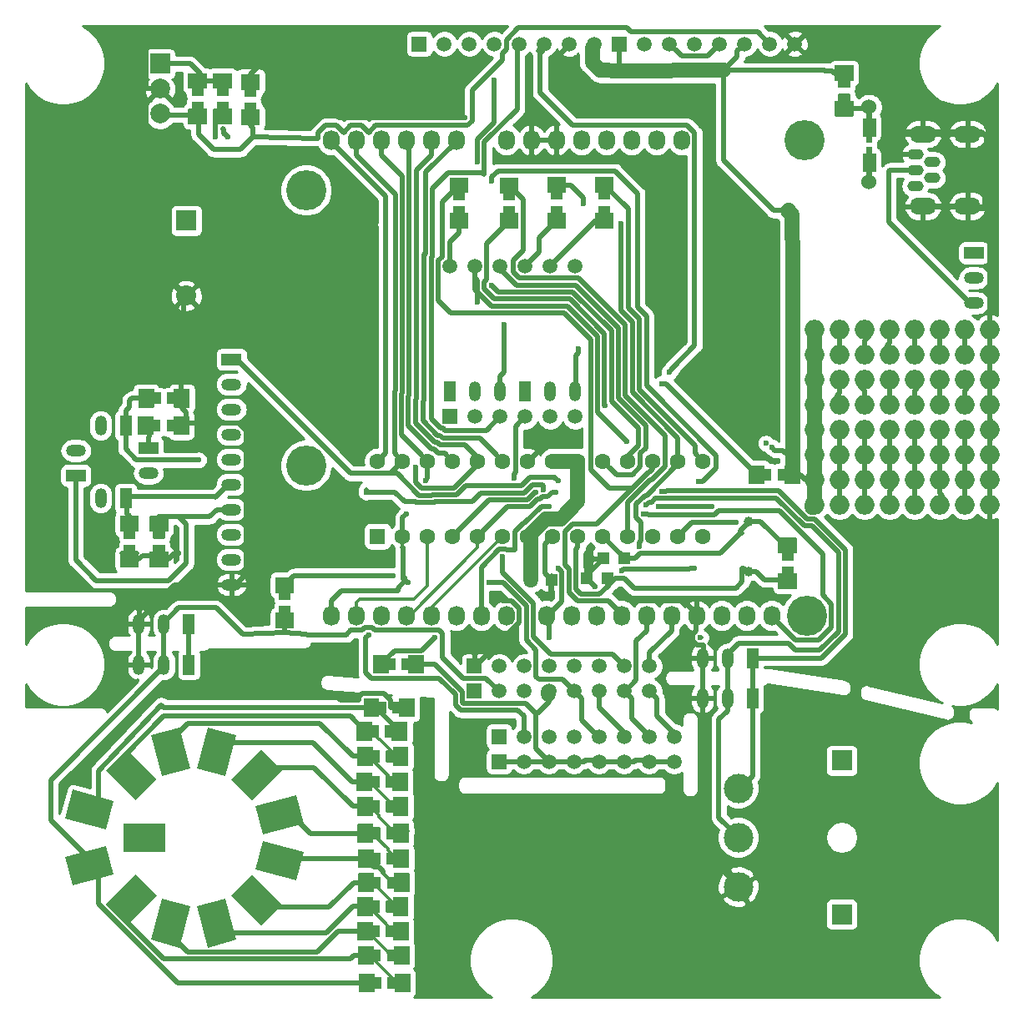
<source format=gtl>
G04 #@! TF.GenerationSoftware,KiCad,Pcbnew,(5.1.5)-3*
G04 #@! TF.CreationDate,2020-12-11T16:35:30-08:00*
G04 #@! TF.ProjectId,Luciebox_v3,4c756369-6562-46f7-985f-76332e6b6963,rev?*
G04 #@! TF.SameCoordinates,Original*
G04 #@! TF.FileFunction,Copper,L1,Top*
G04 #@! TF.FilePolarity,Positive*
%FSLAX46Y46*%
G04 Gerber Fmt 4.6, Leading zero omitted, Abs format (unit mm)*
G04 Created by KiCad (PCBNEW (5.1.5)-3) date 2020-12-11 16:35:30*
%MOMM*%
%LPD*%
G04 APERTURE LIST*
%ADD10C,0.100000*%
%ADD11C,1.524000*%
%ADD12C,1.500000*%
%ADD13R,1.500000X1.500000*%
%ADD14O,2.700000X1.700000*%
%ADD15O,1.650000X1.100000*%
%ADD16O,1.200000X2.000000*%
%ADD17R,1.200000X2.000000*%
%ADD18C,1.000000*%
%ADD19R,2.100000X2.000000*%
%ADD20C,3.000000*%
%ADD21R,4.300000X3.000000*%
%ADD22O,2.000000X1.200000*%
%ADD23R,2.000000X1.200000*%
%ADD24R,2.032000X2.032000*%
%ADD25C,2.032000*%
%ADD26C,2.000000*%
%ADD27R,2.000000X2.000000*%
%ADD28R,1.200000X1.200000*%
%ADD29C,1.600000*%
%ADD30R,1.600000X1.600000*%
%ADD31O,1.727200X2.032000*%
%ADD32C,4.064000*%
%ADD33O,2.000000X2.000000*%
%ADD34C,0.600000*%
%ADD35C,0.508000*%
%ADD36C,0.330200*%
%ADD37C,1.500000*%
%ADD38C,1.000000*%
%ADD39C,0.254000*%
G04 APERTURE END LIST*
D10*
G36*
X86504000Y-9575000D02*
G01*
X86504000Y-10083000D01*
X86885000Y-10083000D01*
X86885000Y-11861000D01*
X86504000Y-11861000D01*
X86504000Y-12496000D01*
X85996000Y-12496000D01*
X85996000Y-11861000D01*
X85615000Y-11861000D01*
X85615000Y-10083000D01*
X85996000Y-10083000D01*
X85996000Y-9575000D01*
X86504000Y-9575000D01*
G37*
X86504000Y-9575000D02*
X86504000Y-10083000D01*
X86885000Y-10083000D01*
X86885000Y-11861000D01*
X86504000Y-11861000D01*
X86504000Y-12496000D01*
X85996000Y-12496000D01*
X85996000Y-11861000D01*
X85615000Y-11861000D01*
X85615000Y-10083000D01*
X85996000Y-10083000D01*
X85996000Y-9575000D01*
X86504000Y-9575000D01*
G36*
X85996000Y-15925000D02*
G01*
X85996000Y-15417000D01*
X85615000Y-15417000D01*
X85615000Y-13639000D01*
X85996000Y-13639000D01*
X85996000Y-13004000D01*
X86504000Y-13004000D01*
X86504000Y-13639000D01*
X86885000Y-13639000D01*
X86885000Y-15417000D01*
X86504000Y-15417000D01*
X86504000Y-15925000D01*
X85996000Y-15925000D01*
G37*
X85996000Y-15925000D02*
X85996000Y-15417000D01*
X85615000Y-15417000D01*
X85615000Y-13639000D01*
X85996000Y-13639000D01*
X85996000Y-13004000D01*
X86504000Y-13004000D01*
X86504000Y-13639000D01*
X86885000Y-13639000D01*
X86885000Y-15417000D01*
X86504000Y-15417000D01*
X86504000Y-15925000D01*
X85996000Y-15925000D01*
D11*
X86250000Y-16560000D03*
X86250000Y-8940000D03*
D12*
X58420000Y-2540000D03*
X55880000Y-2540000D03*
X53340000Y-2540000D03*
X50800000Y-2540000D03*
X48260000Y-2540000D03*
X45720000Y-2540000D03*
X43180000Y-2540000D03*
D13*
X40640000Y-2540000D03*
D12*
X78740000Y-2540000D03*
X76200000Y-2540000D03*
X73660000Y-2540000D03*
X71120000Y-2540000D03*
X68580000Y-2540000D03*
X66040000Y-2540000D03*
X63500000Y-2540000D03*
D13*
X60960000Y-2540000D03*
G04 #@! TA.AperFunction,SMDPad,CuDef*
D10*
G36*
X82800961Y-4740245D02*
G01*
X82803806Y-4730866D01*
X82808427Y-4722221D01*
X82814645Y-4714645D01*
X82822221Y-4708427D01*
X82830866Y-4703806D01*
X82840245Y-4700961D01*
X82850000Y-4700000D01*
X84650000Y-4700000D01*
X84659755Y-4700961D01*
X84669134Y-4703806D01*
X84677779Y-4708427D01*
X84685355Y-4714645D01*
X84691573Y-4722221D01*
X84696194Y-4730866D01*
X84699039Y-4740245D01*
X84700000Y-4750000D01*
X84700000Y-6250000D01*
X84699039Y-6259755D01*
X84696194Y-6269134D01*
X84691573Y-6277779D01*
X84685355Y-6285355D01*
X84677779Y-6291573D01*
X84669134Y-6296194D01*
X84659755Y-6299039D01*
X84650000Y-6300000D01*
X84350000Y-6300000D01*
X84350000Y-6950000D01*
X84349039Y-6959755D01*
X84346194Y-6969134D01*
X84341573Y-6977779D01*
X84335355Y-6985355D01*
X84327779Y-6991573D01*
X84319134Y-6996194D01*
X84309755Y-6999039D01*
X84300000Y-7000000D01*
X83200000Y-7000000D01*
X83190245Y-6999039D01*
X83180866Y-6996194D01*
X83172221Y-6991573D01*
X83164645Y-6985355D01*
X83158427Y-6977779D01*
X83153806Y-6969134D01*
X83150961Y-6959755D01*
X83150000Y-6950000D01*
X83150000Y-6300000D01*
X82850000Y-6300000D01*
X82840245Y-6299039D01*
X82830866Y-6296194D01*
X82822221Y-6291573D01*
X82814645Y-6285355D01*
X82808427Y-6277779D01*
X82803806Y-6269134D01*
X82800961Y-6259755D01*
X82800000Y-6250000D01*
X82800000Y-4750000D01*
X82800961Y-4740245D01*
G37*
G04 #@! TD.AperFunction*
G04 #@! TA.AperFunction,SMDPad,CuDef*
G36*
X82800961Y-8340245D02*
G01*
X82803806Y-8330866D01*
X82808427Y-8322221D01*
X82814645Y-8314645D01*
X82822221Y-8308427D01*
X82830866Y-8303806D01*
X82840245Y-8300961D01*
X82850000Y-8300000D01*
X83150000Y-8300000D01*
X83150000Y-7650000D01*
X83150961Y-7640245D01*
X83153806Y-7630866D01*
X83158427Y-7622221D01*
X83164645Y-7614645D01*
X83172221Y-7608427D01*
X83180866Y-7603806D01*
X83190245Y-7600961D01*
X83200000Y-7600000D01*
X84300000Y-7600000D01*
X84309755Y-7600961D01*
X84319134Y-7603806D01*
X84327779Y-7608427D01*
X84335355Y-7614645D01*
X84341573Y-7622221D01*
X84346194Y-7630866D01*
X84349039Y-7640245D01*
X84350000Y-7650000D01*
X84350000Y-8300000D01*
X84650000Y-8300000D01*
X84659755Y-8300961D01*
X84669134Y-8303806D01*
X84677779Y-8308427D01*
X84685355Y-8314645D01*
X84691573Y-8322221D01*
X84696194Y-8330866D01*
X84699039Y-8340245D01*
X84700000Y-8350000D01*
X84700000Y-9850000D01*
X84699039Y-9859755D01*
X84696194Y-9869134D01*
X84691573Y-9877779D01*
X84685355Y-9885355D01*
X84677779Y-9891573D01*
X84669134Y-9896194D01*
X84659755Y-9899039D01*
X84650000Y-9900000D01*
X82850000Y-9900000D01*
X82840245Y-9899039D01*
X82830866Y-9896194D01*
X82822221Y-9891573D01*
X82814645Y-9885355D01*
X82808427Y-9877779D01*
X82803806Y-9869134D01*
X82800961Y-9859755D01*
X82800000Y-9850000D01*
X82800000Y-8350000D01*
X82800961Y-8340245D01*
G37*
G04 #@! TD.AperFunction*
G04 #@! TA.AperFunction,SMDPad,CuDef*
G36*
X22550961Y-5640245D02*
G01*
X22553806Y-5630866D01*
X22558427Y-5622221D01*
X22564645Y-5614645D01*
X22572221Y-5608427D01*
X22580866Y-5603806D01*
X22590245Y-5600961D01*
X22600000Y-5600000D01*
X24400000Y-5600000D01*
X24409755Y-5600961D01*
X24419134Y-5603806D01*
X24427779Y-5608427D01*
X24435355Y-5614645D01*
X24441573Y-5622221D01*
X24446194Y-5630866D01*
X24449039Y-5640245D01*
X24450000Y-5650000D01*
X24450000Y-7150000D01*
X24449039Y-7159755D01*
X24446194Y-7169134D01*
X24441573Y-7177779D01*
X24435355Y-7185355D01*
X24427779Y-7191573D01*
X24419134Y-7196194D01*
X24409755Y-7199039D01*
X24400000Y-7200000D01*
X24100000Y-7200000D01*
X24100000Y-7850000D01*
X24099039Y-7859755D01*
X24096194Y-7869134D01*
X24091573Y-7877779D01*
X24085355Y-7885355D01*
X24077779Y-7891573D01*
X24069134Y-7896194D01*
X24059755Y-7899039D01*
X24050000Y-7900000D01*
X22950000Y-7900000D01*
X22940245Y-7899039D01*
X22930866Y-7896194D01*
X22922221Y-7891573D01*
X22914645Y-7885355D01*
X22908427Y-7877779D01*
X22903806Y-7869134D01*
X22900961Y-7859755D01*
X22900000Y-7850000D01*
X22900000Y-7200000D01*
X22600000Y-7200000D01*
X22590245Y-7199039D01*
X22580866Y-7196194D01*
X22572221Y-7191573D01*
X22564645Y-7185355D01*
X22558427Y-7177779D01*
X22553806Y-7169134D01*
X22550961Y-7159755D01*
X22550000Y-7150000D01*
X22550000Y-5650000D01*
X22550961Y-5640245D01*
G37*
G04 #@! TD.AperFunction*
G04 #@! TA.AperFunction,SMDPad,CuDef*
G36*
X22550961Y-9240245D02*
G01*
X22553806Y-9230866D01*
X22558427Y-9222221D01*
X22564645Y-9214645D01*
X22572221Y-9208427D01*
X22580866Y-9203806D01*
X22590245Y-9200961D01*
X22600000Y-9200000D01*
X22900000Y-9200000D01*
X22900000Y-8550000D01*
X22900961Y-8540245D01*
X22903806Y-8530866D01*
X22908427Y-8522221D01*
X22914645Y-8514645D01*
X22922221Y-8508427D01*
X22930866Y-8503806D01*
X22940245Y-8500961D01*
X22950000Y-8500000D01*
X24050000Y-8500000D01*
X24059755Y-8500961D01*
X24069134Y-8503806D01*
X24077779Y-8508427D01*
X24085355Y-8514645D01*
X24091573Y-8522221D01*
X24096194Y-8530866D01*
X24099039Y-8540245D01*
X24100000Y-8550000D01*
X24100000Y-9200000D01*
X24400000Y-9200000D01*
X24409755Y-9200961D01*
X24419134Y-9203806D01*
X24427779Y-9208427D01*
X24435355Y-9214645D01*
X24441573Y-9222221D01*
X24446194Y-9230866D01*
X24449039Y-9240245D01*
X24450000Y-9250000D01*
X24450000Y-10750000D01*
X24449039Y-10759755D01*
X24446194Y-10769134D01*
X24441573Y-10777779D01*
X24435355Y-10785355D01*
X24427779Y-10791573D01*
X24419134Y-10796194D01*
X24409755Y-10799039D01*
X24400000Y-10800000D01*
X22600000Y-10800000D01*
X22590245Y-10799039D01*
X22580866Y-10796194D01*
X22572221Y-10791573D01*
X22564645Y-10785355D01*
X22558427Y-10777779D01*
X22553806Y-10769134D01*
X22550961Y-10759755D01*
X22550000Y-10750000D01*
X22550000Y-9250000D01*
X22550961Y-9240245D01*
G37*
G04 #@! TD.AperFunction*
D14*
X91739280Y-19000000D03*
X91739280Y-11700000D03*
D15*
X90950000Y-16950000D03*
X92650000Y-16150000D03*
X90950000Y-15350000D03*
X92650000Y-14550000D03*
X90950000Y-13750000D03*
D14*
X96250000Y-19000000D03*
X96250000Y-11700000D03*
D16*
X56454200Y-37808200D03*
X53914200Y-37808200D03*
D17*
X51374200Y-37808200D03*
D16*
X48834200Y-37808200D03*
X46294200Y-37808200D03*
D17*
X43754200Y-37808200D03*
D18*
X74090000Y-50970000D03*
X74090000Y-56050000D03*
D16*
X12192000Y-61412000D03*
X14732000Y-61412000D03*
D17*
X17272000Y-61412000D03*
D16*
X12192000Y-65532000D03*
X14732000Y-65532000D03*
D17*
X17272000Y-65532000D03*
D12*
X66500000Y-72810000D03*
X63960000Y-72810000D03*
X61420000Y-72810000D03*
X58880000Y-72810000D03*
X56340000Y-72810000D03*
X53800000Y-72810000D03*
X51260000Y-72810000D03*
D13*
X48720000Y-72810000D03*
D16*
X69374000Y-68922000D03*
X71914000Y-68922000D03*
D17*
X74454000Y-68922000D03*
D16*
X69374000Y-64858000D03*
X71914000Y-64858000D03*
D17*
X74454000Y-64858000D03*
D19*
X83500000Y-90855000D03*
X83500000Y-75255000D03*
D20*
X73000000Y-88055000D03*
X73000000Y-83055000D03*
X73000000Y-78055000D03*
D21*
X12770000Y-83071000D03*
G04 #@! TA.AperFunction,ComponentPad*
D10*
G36*
X9609785Y-86810437D02*
G01*
X5456304Y-87923359D01*
X4679847Y-85025581D01*
X8833328Y-83912659D01*
X9609785Y-86810437D01*
G37*
G04 #@! TD.AperFunction*
G04 #@! TA.AperFunction,ComponentPad*
G36*
X13986980Y-88975341D02*
G01*
X10946421Y-92015900D01*
X8825100Y-89894579D01*
X11865659Y-86854020D01*
X13986980Y-88975341D01*
G37*
G04 #@! TD.AperFunction*
G04 #@! TA.AperFunction,ComponentPad*
G36*
X17445979Y-90075820D02*
G01*
X16333057Y-94229301D01*
X13435279Y-93452844D01*
X14548201Y-89299363D01*
X17445979Y-90075820D01*
G37*
G04 #@! TD.AperFunction*
G04 #@! TA.AperFunction,ComponentPad*
G36*
X20991799Y-89299363D02*
G01*
X22104721Y-93452844D01*
X19206943Y-94229301D01*
X18094021Y-90075820D01*
X20991799Y-89299363D01*
G37*
G04 #@! TD.AperFunction*
G04 #@! TA.AperFunction,ComponentPad*
G36*
X23674341Y-86854020D02*
G01*
X26714900Y-89894579D01*
X24593579Y-92015900D01*
X21553020Y-88975341D01*
X23674341Y-86854020D01*
G37*
G04 #@! TD.AperFunction*
G04 #@! TA.AperFunction,ComponentPad*
G36*
X24774820Y-83395021D02*
G01*
X28928301Y-84507943D01*
X28151844Y-87405721D01*
X23998363Y-86292799D01*
X24774820Y-83395021D01*
G37*
G04 #@! TD.AperFunction*
G04 #@! TA.AperFunction,ComponentPad*
G36*
X23998363Y-79849201D02*
G01*
X28151844Y-78736279D01*
X28928301Y-81634057D01*
X24774820Y-82746979D01*
X23998363Y-79849201D01*
G37*
G04 #@! TD.AperFunction*
G04 #@! TA.AperFunction,ComponentPad*
G36*
X21553020Y-77166659D02*
G01*
X24593579Y-74126100D01*
X26714900Y-76247421D01*
X23674341Y-79287980D01*
X21553020Y-77166659D01*
G37*
G04 #@! TD.AperFunction*
G04 #@! TA.AperFunction,ComponentPad*
G36*
X18094021Y-76066180D02*
G01*
X19206943Y-71912699D01*
X22104721Y-72689156D01*
X20991799Y-76842637D01*
X18094021Y-76066180D01*
G37*
G04 #@! TD.AperFunction*
G04 #@! TA.AperFunction,ComponentPad*
G36*
X14548201Y-76842637D02*
G01*
X13435279Y-72689156D01*
X16333057Y-71912699D01*
X17445979Y-76066180D01*
X14548201Y-76842637D01*
G37*
G04 #@! TD.AperFunction*
G04 #@! TA.AperFunction,ComponentPad*
G36*
X11865659Y-79287980D02*
G01*
X8825100Y-76247421D01*
X10946421Y-74126100D01*
X13986980Y-77166659D01*
X11865659Y-79287980D01*
G37*
G04 #@! TD.AperFunction*
G04 #@! TA.AperFunction,ComponentPad*
G36*
X8833328Y-82229341D02*
G01*
X4679847Y-81116419D01*
X5456304Y-78218641D01*
X9609785Y-79331563D01*
X8833328Y-82229341D01*
G37*
G04 #@! TD.AperFunction*
D12*
X64000000Y-65690000D03*
X61460000Y-65690000D03*
X58920000Y-65690000D03*
X56380000Y-65690000D03*
X53840000Y-65690000D03*
X51300000Y-65690000D03*
X48760000Y-65690000D03*
D13*
X46220000Y-65690000D03*
D12*
X64000000Y-68230000D03*
X61460000Y-68230000D03*
X58920000Y-68230000D03*
X56380000Y-68230000D03*
X53840000Y-68230000D03*
X51300000Y-68230000D03*
X48760000Y-68230000D03*
D13*
X46220000Y-68230000D03*
D12*
X43754200Y-25108200D03*
X46294200Y-25108200D03*
X48834200Y-25108200D03*
X51374200Y-25108200D03*
X53914200Y-25108200D03*
X56454200Y-25108200D03*
X56454200Y-40348200D03*
X53914200Y-40348200D03*
X51374200Y-40348200D03*
X48834200Y-40348200D03*
X46294200Y-40348200D03*
D13*
X43754200Y-40348200D03*
D12*
X66500000Y-75350000D03*
X63960000Y-75350000D03*
X61420000Y-75350000D03*
X58880000Y-75350000D03*
X56340000Y-75350000D03*
X53800000Y-75350000D03*
X51260000Y-75350000D03*
D13*
X48720000Y-75350000D03*
D22*
X13166000Y-46088000D03*
D23*
X13166000Y-43548000D03*
D16*
X8340000Y-41262000D03*
D17*
X10880000Y-41262000D03*
D22*
X5800000Y-43802000D03*
D23*
X5800000Y-46342000D03*
D16*
X8340000Y-48628000D03*
D17*
X10880000Y-48628000D03*
D22*
X21590000Y-57404000D03*
X21590000Y-54864000D03*
X21590000Y-52324000D03*
X21590000Y-49784000D03*
X21590000Y-47244000D03*
X21590000Y-44704000D03*
X21590000Y-42164000D03*
X21590000Y-39624000D03*
X21590000Y-37084000D03*
D23*
X21590000Y-34544000D03*
G04 #@! TA.AperFunction,SMDPad,CuDef*
D10*
G36*
X27949039Y-61809755D02*
G01*
X27946194Y-61819134D01*
X27941573Y-61827779D01*
X27935355Y-61835355D01*
X27927779Y-61841573D01*
X27919134Y-61846194D01*
X27909755Y-61849039D01*
X27900000Y-61850000D01*
X26100000Y-61850000D01*
X26090245Y-61849039D01*
X26080866Y-61846194D01*
X26072221Y-61841573D01*
X26064645Y-61835355D01*
X26058427Y-61827779D01*
X26053806Y-61819134D01*
X26050961Y-61809755D01*
X26050000Y-61800000D01*
X26050000Y-60300000D01*
X26050961Y-60290245D01*
X26053806Y-60280866D01*
X26058427Y-60272221D01*
X26064645Y-60264645D01*
X26072221Y-60258427D01*
X26080866Y-60253806D01*
X26090245Y-60250961D01*
X26100000Y-60250000D01*
X26400000Y-60250000D01*
X26400000Y-59600000D01*
X26400961Y-59590245D01*
X26403806Y-59580866D01*
X26408427Y-59572221D01*
X26414645Y-59564645D01*
X26422221Y-59558427D01*
X26430866Y-59553806D01*
X26440245Y-59550961D01*
X26450000Y-59550000D01*
X27550000Y-59550000D01*
X27559755Y-59550961D01*
X27569134Y-59553806D01*
X27577779Y-59558427D01*
X27585355Y-59564645D01*
X27591573Y-59572221D01*
X27596194Y-59580866D01*
X27599039Y-59590245D01*
X27600000Y-59600000D01*
X27600000Y-60250000D01*
X27900000Y-60250000D01*
X27909755Y-60250961D01*
X27919134Y-60253806D01*
X27927779Y-60258427D01*
X27935355Y-60264645D01*
X27941573Y-60272221D01*
X27946194Y-60280866D01*
X27949039Y-60290245D01*
X27950000Y-60300000D01*
X27950000Y-61800000D01*
X27949039Y-61809755D01*
G37*
G04 #@! TD.AperFunction*
G04 #@! TA.AperFunction,SMDPad,CuDef*
G36*
X27949039Y-58209755D02*
G01*
X27946194Y-58219134D01*
X27941573Y-58227779D01*
X27935355Y-58235355D01*
X27927779Y-58241573D01*
X27919134Y-58246194D01*
X27909755Y-58249039D01*
X27900000Y-58250000D01*
X27600000Y-58250000D01*
X27600000Y-58900000D01*
X27599039Y-58909755D01*
X27596194Y-58919134D01*
X27591573Y-58927779D01*
X27585355Y-58935355D01*
X27577779Y-58941573D01*
X27569134Y-58946194D01*
X27559755Y-58949039D01*
X27550000Y-58950000D01*
X26450000Y-58950000D01*
X26440245Y-58949039D01*
X26430866Y-58946194D01*
X26422221Y-58941573D01*
X26414645Y-58935355D01*
X26408427Y-58927779D01*
X26403806Y-58919134D01*
X26400961Y-58909755D01*
X26400000Y-58900000D01*
X26400000Y-58250000D01*
X26100000Y-58250000D01*
X26090245Y-58249039D01*
X26080866Y-58246194D01*
X26072221Y-58241573D01*
X26064645Y-58235355D01*
X26058427Y-58227779D01*
X26053806Y-58219134D01*
X26050961Y-58209755D01*
X26050000Y-58200000D01*
X26050000Y-56700000D01*
X26050961Y-56690245D01*
X26053806Y-56680866D01*
X26058427Y-56672221D01*
X26064645Y-56664645D01*
X26072221Y-56658427D01*
X26080866Y-56653806D01*
X26090245Y-56650961D01*
X26100000Y-56650000D01*
X27900000Y-56650000D01*
X27909755Y-56650961D01*
X27919134Y-56653806D01*
X27927779Y-56658427D01*
X27935355Y-56664645D01*
X27941573Y-56672221D01*
X27946194Y-56680866D01*
X27949039Y-56690245D01*
X27950000Y-56700000D01*
X27950000Y-58200000D01*
X27949039Y-58209755D01*
G37*
G04 #@! TD.AperFunction*
G04 #@! TA.AperFunction,SMDPad,CuDef*
G36*
X19097039Y-10655755D02*
G01*
X19094194Y-10665134D01*
X19089573Y-10673779D01*
X19083355Y-10681355D01*
X19075779Y-10687573D01*
X19067134Y-10692194D01*
X19057755Y-10695039D01*
X19048000Y-10696000D01*
X17248000Y-10696000D01*
X17238245Y-10695039D01*
X17228866Y-10692194D01*
X17220221Y-10687573D01*
X17212645Y-10681355D01*
X17206427Y-10673779D01*
X17201806Y-10665134D01*
X17198961Y-10655755D01*
X17198000Y-10646000D01*
X17198000Y-9146000D01*
X17198961Y-9136245D01*
X17201806Y-9126866D01*
X17206427Y-9118221D01*
X17212645Y-9110645D01*
X17220221Y-9104427D01*
X17228866Y-9099806D01*
X17238245Y-9096961D01*
X17248000Y-9096000D01*
X17548000Y-9096000D01*
X17548000Y-8446000D01*
X17548961Y-8436245D01*
X17551806Y-8426866D01*
X17556427Y-8418221D01*
X17562645Y-8410645D01*
X17570221Y-8404427D01*
X17578866Y-8399806D01*
X17588245Y-8396961D01*
X17598000Y-8396000D01*
X18698000Y-8396000D01*
X18707755Y-8396961D01*
X18717134Y-8399806D01*
X18725779Y-8404427D01*
X18733355Y-8410645D01*
X18739573Y-8418221D01*
X18744194Y-8426866D01*
X18747039Y-8436245D01*
X18748000Y-8446000D01*
X18748000Y-9096000D01*
X19048000Y-9096000D01*
X19057755Y-9096961D01*
X19067134Y-9099806D01*
X19075779Y-9104427D01*
X19083355Y-9110645D01*
X19089573Y-9118221D01*
X19094194Y-9126866D01*
X19097039Y-9136245D01*
X19098000Y-9146000D01*
X19098000Y-10646000D01*
X19097039Y-10655755D01*
G37*
G04 #@! TD.AperFunction*
G04 #@! TA.AperFunction,SMDPad,CuDef*
G36*
X19097039Y-7055755D02*
G01*
X19094194Y-7065134D01*
X19089573Y-7073779D01*
X19083355Y-7081355D01*
X19075779Y-7087573D01*
X19067134Y-7092194D01*
X19057755Y-7095039D01*
X19048000Y-7096000D01*
X18748000Y-7096000D01*
X18748000Y-7746000D01*
X18747039Y-7755755D01*
X18744194Y-7765134D01*
X18739573Y-7773779D01*
X18733355Y-7781355D01*
X18725779Y-7787573D01*
X18717134Y-7792194D01*
X18707755Y-7795039D01*
X18698000Y-7796000D01*
X17598000Y-7796000D01*
X17588245Y-7795039D01*
X17578866Y-7792194D01*
X17570221Y-7787573D01*
X17562645Y-7781355D01*
X17556427Y-7773779D01*
X17551806Y-7765134D01*
X17548961Y-7755755D01*
X17548000Y-7746000D01*
X17548000Y-7096000D01*
X17248000Y-7096000D01*
X17238245Y-7095039D01*
X17228866Y-7092194D01*
X17220221Y-7087573D01*
X17212645Y-7081355D01*
X17206427Y-7073779D01*
X17201806Y-7065134D01*
X17198961Y-7055755D01*
X17198000Y-7046000D01*
X17198000Y-5546000D01*
X17198961Y-5536245D01*
X17201806Y-5526866D01*
X17206427Y-5518221D01*
X17212645Y-5510645D01*
X17220221Y-5504427D01*
X17228866Y-5499806D01*
X17238245Y-5496961D01*
X17248000Y-5496000D01*
X19048000Y-5496000D01*
X19057755Y-5496961D01*
X19067134Y-5499806D01*
X19075779Y-5504427D01*
X19083355Y-5510645D01*
X19089573Y-5518221D01*
X19094194Y-5526866D01*
X19097039Y-5536245D01*
X19098000Y-5546000D01*
X19098000Y-7046000D01*
X19097039Y-7055755D01*
G37*
G04 #@! TD.AperFunction*
G04 #@! TA.AperFunction,SMDPad,CuDef*
G36*
X19738961Y-5536245D02*
G01*
X19741806Y-5526866D01*
X19746427Y-5518221D01*
X19752645Y-5510645D01*
X19760221Y-5504427D01*
X19768866Y-5499806D01*
X19778245Y-5496961D01*
X19788000Y-5496000D01*
X21588000Y-5496000D01*
X21597755Y-5496961D01*
X21607134Y-5499806D01*
X21615779Y-5504427D01*
X21623355Y-5510645D01*
X21629573Y-5518221D01*
X21634194Y-5526866D01*
X21637039Y-5536245D01*
X21638000Y-5546000D01*
X21638000Y-7046000D01*
X21637039Y-7055755D01*
X21634194Y-7065134D01*
X21629573Y-7073779D01*
X21623355Y-7081355D01*
X21615779Y-7087573D01*
X21607134Y-7092194D01*
X21597755Y-7095039D01*
X21588000Y-7096000D01*
X21288000Y-7096000D01*
X21288000Y-7746000D01*
X21287039Y-7755755D01*
X21284194Y-7765134D01*
X21279573Y-7773779D01*
X21273355Y-7781355D01*
X21265779Y-7787573D01*
X21257134Y-7792194D01*
X21247755Y-7795039D01*
X21238000Y-7796000D01*
X20138000Y-7796000D01*
X20128245Y-7795039D01*
X20118866Y-7792194D01*
X20110221Y-7787573D01*
X20102645Y-7781355D01*
X20096427Y-7773779D01*
X20091806Y-7765134D01*
X20088961Y-7755755D01*
X20088000Y-7746000D01*
X20088000Y-7096000D01*
X19788000Y-7096000D01*
X19778245Y-7095039D01*
X19768866Y-7092194D01*
X19760221Y-7087573D01*
X19752645Y-7081355D01*
X19746427Y-7073779D01*
X19741806Y-7065134D01*
X19738961Y-7055755D01*
X19738000Y-7046000D01*
X19738000Y-5546000D01*
X19738961Y-5536245D01*
G37*
G04 #@! TD.AperFunction*
G04 #@! TA.AperFunction,SMDPad,CuDef*
G36*
X19738961Y-9136245D02*
G01*
X19741806Y-9126866D01*
X19746427Y-9118221D01*
X19752645Y-9110645D01*
X19760221Y-9104427D01*
X19768866Y-9099806D01*
X19778245Y-9096961D01*
X19788000Y-9096000D01*
X20088000Y-9096000D01*
X20088000Y-8446000D01*
X20088961Y-8436245D01*
X20091806Y-8426866D01*
X20096427Y-8418221D01*
X20102645Y-8410645D01*
X20110221Y-8404427D01*
X20118866Y-8399806D01*
X20128245Y-8396961D01*
X20138000Y-8396000D01*
X21238000Y-8396000D01*
X21247755Y-8396961D01*
X21257134Y-8399806D01*
X21265779Y-8404427D01*
X21273355Y-8410645D01*
X21279573Y-8418221D01*
X21284194Y-8426866D01*
X21287039Y-8436245D01*
X21288000Y-8446000D01*
X21288000Y-9096000D01*
X21588000Y-9096000D01*
X21597755Y-9096961D01*
X21607134Y-9099806D01*
X21615779Y-9104427D01*
X21623355Y-9110645D01*
X21629573Y-9118221D01*
X21634194Y-9126866D01*
X21637039Y-9136245D01*
X21638000Y-9146000D01*
X21638000Y-10646000D01*
X21637039Y-10655755D01*
X21634194Y-10665134D01*
X21629573Y-10673779D01*
X21623355Y-10681355D01*
X21615779Y-10687573D01*
X21607134Y-10692194D01*
X21597755Y-10695039D01*
X21588000Y-10696000D01*
X19788000Y-10696000D01*
X19778245Y-10695039D01*
X19768866Y-10692194D01*
X19760221Y-10687573D01*
X19752645Y-10681355D01*
X19746427Y-10673779D01*
X19741806Y-10665134D01*
X19738961Y-10655755D01*
X19738000Y-10646000D01*
X19738000Y-9146000D01*
X19738961Y-9136245D01*
G37*
G04 #@! TD.AperFunction*
G04 #@! TA.AperFunction,SMDPad,CuDef*
G36*
X12140245Y-42211039D02*
G01*
X12130866Y-42208194D01*
X12122221Y-42203573D01*
X12114645Y-42197355D01*
X12108427Y-42189779D01*
X12103806Y-42181134D01*
X12100961Y-42171755D01*
X12100000Y-42162000D01*
X12100000Y-40362000D01*
X12100961Y-40352245D01*
X12103806Y-40342866D01*
X12108427Y-40334221D01*
X12114645Y-40326645D01*
X12122221Y-40320427D01*
X12130866Y-40315806D01*
X12140245Y-40312961D01*
X12150000Y-40312000D01*
X13650000Y-40312000D01*
X13659755Y-40312961D01*
X13669134Y-40315806D01*
X13677779Y-40320427D01*
X13685355Y-40326645D01*
X13691573Y-40334221D01*
X13696194Y-40342866D01*
X13699039Y-40352245D01*
X13700000Y-40362000D01*
X13700000Y-40662000D01*
X14350000Y-40662000D01*
X14359755Y-40662961D01*
X14369134Y-40665806D01*
X14377779Y-40670427D01*
X14385355Y-40676645D01*
X14391573Y-40684221D01*
X14396194Y-40692866D01*
X14399039Y-40702245D01*
X14400000Y-40712000D01*
X14400000Y-41812000D01*
X14399039Y-41821755D01*
X14396194Y-41831134D01*
X14391573Y-41839779D01*
X14385355Y-41847355D01*
X14377779Y-41853573D01*
X14369134Y-41858194D01*
X14359755Y-41861039D01*
X14350000Y-41862000D01*
X13700000Y-41862000D01*
X13700000Y-42162000D01*
X13699039Y-42171755D01*
X13696194Y-42181134D01*
X13691573Y-42189779D01*
X13685355Y-42197355D01*
X13677779Y-42203573D01*
X13669134Y-42208194D01*
X13659755Y-42211039D01*
X13650000Y-42212000D01*
X12150000Y-42212000D01*
X12140245Y-42211039D01*
G37*
G04 #@! TD.AperFunction*
G04 #@! TA.AperFunction,SMDPad,CuDef*
G36*
X15740245Y-42211039D02*
G01*
X15730866Y-42208194D01*
X15722221Y-42203573D01*
X15714645Y-42197355D01*
X15708427Y-42189779D01*
X15703806Y-42181134D01*
X15700961Y-42171755D01*
X15700000Y-42162000D01*
X15700000Y-41862000D01*
X15050000Y-41862000D01*
X15040245Y-41861039D01*
X15030866Y-41858194D01*
X15022221Y-41853573D01*
X15014645Y-41847355D01*
X15008427Y-41839779D01*
X15003806Y-41831134D01*
X15000961Y-41821755D01*
X15000000Y-41812000D01*
X15000000Y-40712000D01*
X15000961Y-40702245D01*
X15003806Y-40692866D01*
X15008427Y-40684221D01*
X15014645Y-40676645D01*
X15022221Y-40670427D01*
X15030866Y-40665806D01*
X15040245Y-40662961D01*
X15050000Y-40662000D01*
X15700000Y-40662000D01*
X15700000Y-40362000D01*
X15700961Y-40352245D01*
X15703806Y-40342866D01*
X15708427Y-40334221D01*
X15714645Y-40326645D01*
X15722221Y-40320427D01*
X15730866Y-40315806D01*
X15740245Y-40312961D01*
X15750000Y-40312000D01*
X17250000Y-40312000D01*
X17259755Y-40312961D01*
X17269134Y-40315806D01*
X17277779Y-40320427D01*
X17285355Y-40326645D01*
X17291573Y-40334221D01*
X17296194Y-40342866D01*
X17299039Y-40352245D01*
X17300000Y-40362000D01*
X17300000Y-42162000D01*
X17299039Y-42171755D01*
X17296194Y-42181134D01*
X17291573Y-42189779D01*
X17285355Y-42197355D01*
X17277779Y-42203573D01*
X17269134Y-42208194D01*
X17259755Y-42211039D01*
X17250000Y-42212000D01*
X15750000Y-42212000D01*
X15740245Y-42211039D01*
G37*
G04 #@! TD.AperFunction*
G04 #@! TA.AperFunction,SMDPad,CuDef*
G36*
X12190245Y-39449039D02*
G01*
X12180866Y-39446194D01*
X12172221Y-39441573D01*
X12164645Y-39435355D01*
X12158427Y-39427779D01*
X12153806Y-39419134D01*
X12150961Y-39409755D01*
X12150000Y-39400000D01*
X12150000Y-37600000D01*
X12150961Y-37590245D01*
X12153806Y-37580866D01*
X12158427Y-37572221D01*
X12164645Y-37564645D01*
X12172221Y-37558427D01*
X12180866Y-37553806D01*
X12190245Y-37550961D01*
X12200000Y-37550000D01*
X13700000Y-37550000D01*
X13709755Y-37550961D01*
X13719134Y-37553806D01*
X13727779Y-37558427D01*
X13735355Y-37564645D01*
X13741573Y-37572221D01*
X13746194Y-37580866D01*
X13749039Y-37590245D01*
X13750000Y-37600000D01*
X13750000Y-37900000D01*
X14400000Y-37900000D01*
X14409755Y-37900961D01*
X14419134Y-37903806D01*
X14427779Y-37908427D01*
X14435355Y-37914645D01*
X14441573Y-37922221D01*
X14446194Y-37930866D01*
X14449039Y-37940245D01*
X14450000Y-37950000D01*
X14450000Y-39050000D01*
X14449039Y-39059755D01*
X14446194Y-39069134D01*
X14441573Y-39077779D01*
X14435355Y-39085355D01*
X14427779Y-39091573D01*
X14419134Y-39096194D01*
X14409755Y-39099039D01*
X14400000Y-39100000D01*
X13750000Y-39100000D01*
X13750000Y-39400000D01*
X13749039Y-39409755D01*
X13746194Y-39419134D01*
X13741573Y-39427779D01*
X13735355Y-39435355D01*
X13727779Y-39441573D01*
X13719134Y-39446194D01*
X13709755Y-39449039D01*
X13700000Y-39450000D01*
X12200000Y-39450000D01*
X12190245Y-39449039D01*
G37*
G04 #@! TD.AperFunction*
G04 #@! TA.AperFunction,SMDPad,CuDef*
G36*
X15790245Y-39449039D02*
G01*
X15780866Y-39446194D01*
X15772221Y-39441573D01*
X15764645Y-39435355D01*
X15758427Y-39427779D01*
X15753806Y-39419134D01*
X15750961Y-39409755D01*
X15750000Y-39400000D01*
X15750000Y-39100000D01*
X15100000Y-39100000D01*
X15090245Y-39099039D01*
X15080866Y-39096194D01*
X15072221Y-39091573D01*
X15064645Y-39085355D01*
X15058427Y-39077779D01*
X15053806Y-39069134D01*
X15050961Y-39059755D01*
X15050000Y-39050000D01*
X15050000Y-37950000D01*
X15050961Y-37940245D01*
X15053806Y-37930866D01*
X15058427Y-37922221D01*
X15064645Y-37914645D01*
X15072221Y-37908427D01*
X15080866Y-37903806D01*
X15090245Y-37900961D01*
X15100000Y-37900000D01*
X15750000Y-37900000D01*
X15750000Y-37600000D01*
X15750961Y-37590245D01*
X15753806Y-37580866D01*
X15758427Y-37572221D01*
X15764645Y-37564645D01*
X15772221Y-37558427D01*
X15780866Y-37553806D01*
X15790245Y-37550961D01*
X15800000Y-37550000D01*
X17300000Y-37550000D01*
X17309755Y-37550961D01*
X17319134Y-37553806D01*
X17327779Y-37558427D01*
X17335355Y-37564645D01*
X17341573Y-37572221D01*
X17346194Y-37580866D01*
X17349039Y-37590245D01*
X17350000Y-37600000D01*
X17350000Y-39400000D01*
X17349039Y-39409755D01*
X17346194Y-39419134D01*
X17341573Y-39427779D01*
X17335355Y-39435355D01*
X17327779Y-39441573D01*
X17319134Y-39446194D01*
X17309755Y-39449039D01*
X17300000Y-39450000D01*
X15800000Y-39450000D01*
X15790245Y-39449039D01*
G37*
G04 #@! TD.AperFunction*
G04 #@! TA.AperFunction,SMDPad,CuDef*
G36*
X13284961Y-50490245D02*
G01*
X13287806Y-50480866D01*
X13292427Y-50472221D01*
X13298645Y-50464645D01*
X13306221Y-50458427D01*
X13314866Y-50453806D01*
X13324245Y-50450961D01*
X13334000Y-50450000D01*
X15134000Y-50450000D01*
X15143755Y-50450961D01*
X15153134Y-50453806D01*
X15161779Y-50458427D01*
X15169355Y-50464645D01*
X15175573Y-50472221D01*
X15180194Y-50480866D01*
X15183039Y-50490245D01*
X15184000Y-50500000D01*
X15184000Y-52000000D01*
X15183039Y-52009755D01*
X15180194Y-52019134D01*
X15175573Y-52027779D01*
X15169355Y-52035355D01*
X15161779Y-52041573D01*
X15153134Y-52046194D01*
X15143755Y-52049039D01*
X15134000Y-52050000D01*
X14834000Y-52050000D01*
X14834000Y-52700000D01*
X14833039Y-52709755D01*
X14830194Y-52719134D01*
X14825573Y-52727779D01*
X14819355Y-52735355D01*
X14811779Y-52741573D01*
X14803134Y-52746194D01*
X14793755Y-52749039D01*
X14784000Y-52750000D01*
X13684000Y-52750000D01*
X13674245Y-52749039D01*
X13664866Y-52746194D01*
X13656221Y-52741573D01*
X13648645Y-52735355D01*
X13642427Y-52727779D01*
X13637806Y-52719134D01*
X13634961Y-52709755D01*
X13634000Y-52700000D01*
X13634000Y-52050000D01*
X13334000Y-52050000D01*
X13324245Y-52049039D01*
X13314866Y-52046194D01*
X13306221Y-52041573D01*
X13298645Y-52035355D01*
X13292427Y-52027779D01*
X13287806Y-52019134D01*
X13284961Y-52009755D01*
X13284000Y-52000000D01*
X13284000Y-50500000D01*
X13284961Y-50490245D01*
G37*
G04 #@! TD.AperFunction*
G04 #@! TA.AperFunction,SMDPad,CuDef*
G36*
X13284961Y-54090245D02*
G01*
X13287806Y-54080866D01*
X13292427Y-54072221D01*
X13298645Y-54064645D01*
X13306221Y-54058427D01*
X13314866Y-54053806D01*
X13324245Y-54050961D01*
X13334000Y-54050000D01*
X13634000Y-54050000D01*
X13634000Y-53400000D01*
X13634961Y-53390245D01*
X13637806Y-53380866D01*
X13642427Y-53372221D01*
X13648645Y-53364645D01*
X13656221Y-53358427D01*
X13664866Y-53353806D01*
X13674245Y-53350961D01*
X13684000Y-53350000D01*
X14784000Y-53350000D01*
X14793755Y-53350961D01*
X14803134Y-53353806D01*
X14811779Y-53358427D01*
X14819355Y-53364645D01*
X14825573Y-53372221D01*
X14830194Y-53380866D01*
X14833039Y-53390245D01*
X14834000Y-53400000D01*
X14834000Y-54050000D01*
X15134000Y-54050000D01*
X15143755Y-54050961D01*
X15153134Y-54053806D01*
X15161779Y-54058427D01*
X15169355Y-54064645D01*
X15175573Y-54072221D01*
X15180194Y-54080866D01*
X15183039Y-54090245D01*
X15184000Y-54100000D01*
X15184000Y-55600000D01*
X15183039Y-55609755D01*
X15180194Y-55619134D01*
X15175573Y-55627779D01*
X15169355Y-55635355D01*
X15161779Y-55641573D01*
X15153134Y-55646194D01*
X15143755Y-55649039D01*
X15134000Y-55650000D01*
X13334000Y-55650000D01*
X13324245Y-55649039D01*
X13314866Y-55646194D01*
X13306221Y-55641573D01*
X13298645Y-55635355D01*
X13292427Y-55627779D01*
X13287806Y-55619134D01*
X13284961Y-55609755D01*
X13284000Y-55600000D01*
X13284000Y-54100000D01*
X13284961Y-54090245D01*
G37*
G04 #@! TD.AperFunction*
G04 #@! TA.AperFunction,SMDPad,CuDef*
G36*
X10300961Y-50490245D02*
G01*
X10303806Y-50480866D01*
X10308427Y-50472221D01*
X10314645Y-50464645D01*
X10322221Y-50458427D01*
X10330866Y-50453806D01*
X10340245Y-50450961D01*
X10350000Y-50450000D01*
X12150000Y-50450000D01*
X12159755Y-50450961D01*
X12169134Y-50453806D01*
X12177779Y-50458427D01*
X12185355Y-50464645D01*
X12191573Y-50472221D01*
X12196194Y-50480866D01*
X12199039Y-50490245D01*
X12200000Y-50500000D01*
X12200000Y-52000000D01*
X12199039Y-52009755D01*
X12196194Y-52019134D01*
X12191573Y-52027779D01*
X12185355Y-52035355D01*
X12177779Y-52041573D01*
X12169134Y-52046194D01*
X12159755Y-52049039D01*
X12150000Y-52050000D01*
X11850000Y-52050000D01*
X11850000Y-52700000D01*
X11849039Y-52709755D01*
X11846194Y-52719134D01*
X11841573Y-52727779D01*
X11835355Y-52735355D01*
X11827779Y-52741573D01*
X11819134Y-52746194D01*
X11809755Y-52749039D01*
X11800000Y-52750000D01*
X10700000Y-52750000D01*
X10690245Y-52749039D01*
X10680866Y-52746194D01*
X10672221Y-52741573D01*
X10664645Y-52735355D01*
X10658427Y-52727779D01*
X10653806Y-52719134D01*
X10650961Y-52709755D01*
X10650000Y-52700000D01*
X10650000Y-52050000D01*
X10350000Y-52050000D01*
X10340245Y-52049039D01*
X10330866Y-52046194D01*
X10322221Y-52041573D01*
X10314645Y-52035355D01*
X10308427Y-52027779D01*
X10303806Y-52019134D01*
X10300961Y-52009755D01*
X10300000Y-52000000D01*
X10300000Y-50500000D01*
X10300961Y-50490245D01*
G37*
G04 #@! TD.AperFunction*
G04 #@! TA.AperFunction,SMDPad,CuDef*
G36*
X10300961Y-54090245D02*
G01*
X10303806Y-54080866D01*
X10308427Y-54072221D01*
X10314645Y-54064645D01*
X10322221Y-54058427D01*
X10330866Y-54053806D01*
X10340245Y-54050961D01*
X10350000Y-54050000D01*
X10650000Y-54050000D01*
X10650000Y-53400000D01*
X10650961Y-53390245D01*
X10653806Y-53380866D01*
X10658427Y-53372221D01*
X10664645Y-53364645D01*
X10672221Y-53358427D01*
X10680866Y-53353806D01*
X10690245Y-53350961D01*
X10700000Y-53350000D01*
X11800000Y-53350000D01*
X11809755Y-53350961D01*
X11819134Y-53353806D01*
X11827779Y-53358427D01*
X11835355Y-53364645D01*
X11841573Y-53372221D01*
X11846194Y-53380866D01*
X11849039Y-53390245D01*
X11850000Y-53400000D01*
X11850000Y-54050000D01*
X12150000Y-54050000D01*
X12159755Y-54050961D01*
X12169134Y-54053806D01*
X12177779Y-54058427D01*
X12185355Y-54064645D01*
X12191573Y-54072221D01*
X12196194Y-54080866D01*
X12199039Y-54090245D01*
X12200000Y-54100000D01*
X12200000Y-55600000D01*
X12199039Y-55609755D01*
X12196194Y-55619134D01*
X12191573Y-55627779D01*
X12185355Y-55635355D01*
X12177779Y-55641573D01*
X12169134Y-55646194D01*
X12159755Y-55649039D01*
X12150000Y-55650000D01*
X10350000Y-55650000D01*
X10340245Y-55649039D01*
X10330866Y-55646194D01*
X10322221Y-55641573D01*
X10314645Y-55635355D01*
X10308427Y-55627779D01*
X10303806Y-55619134D01*
X10300961Y-55609755D01*
X10300000Y-55600000D01*
X10300000Y-54100000D01*
X10300961Y-54090245D01*
G37*
G04 #@! TD.AperFunction*
G04 #@! TA.AperFunction,SMDPad,CuDef*
G36*
X74116245Y-47190039D02*
G01*
X74106866Y-47187194D01*
X74098221Y-47182573D01*
X74090645Y-47176355D01*
X74084427Y-47168779D01*
X74079806Y-47160134D01*
X74076961Y-47150755D01*
X74076000Y-47141000D01*
X74076000Y-45341000D01*
X74076961Y-45331245D01*
X74079806Y-45321866D01*
X74084427Y-45313221D01*
X74090645Y-45305645D01*
X74098221Y-45299427D01*
X74106866Y-45294806D01*
X74116245Y-45291961D01*
X74126000Y-45291000D01*
X75626000Y-45291000D01*
X75635755Y-45291961D01*
X75645134Y-45294806D01*
X75653779Y-45299427D01*
X75661355Y-45305645D01*
X75667573Y-45313221D01*
X75672194Y-45321866D01*
X75675039Y-45331245D01*
X75676000Y-45341000D01*
X75676000Y-45641000D01*
X76326000Y-45641000D01*
X76335755Y-45641961D01*
X76345134Y-45644806D01*
X76353779Y-45649427D01*
X76361355Y-45655645D01*
X76367573Y-45663221D01*
X76372194Y-45671866D01*
X76375039Y-45681245D01*
X76376000Y-45691000D01*
X76376000Y-46791000D01*
X76375039Y-46800755D01*
X76372194Y-46810134D01*
X76367573Y-46818779D01*
X76361355Y-46826355D01*
X76353779Y-46832573D01*
X76345134Y-46837194D01*
X76335755Y-46840039D01*
X76326000Y-46841000D01*
X75676000Y-46841000D01*
X75676000Y-47141000D01*
X75675039Y-47150755D01*
X75672194Y-47160134D01*
X75667573Y-47168779D01*
X75661355Y-47176355D01*
X75653779Y-47182573D01*
X75645134Y-47187194D01*
X75635755Y-47190039D01*
X75626000Y-47191000D01*
X74126000Y-47191000D01*
X74116245Y-47190039D01*
G37*
G04 #@! TD.AperFunction*
G04 #@! TA.AperFunction,SMDPad,CuDef*
G36*
X77716245Y-47190039D02*
G01*
X77706866Y-47187194D01*
X77698221Y-47182573D01*
X77690645Y-47176355D01*
X77684427Y-47168779D01*
X77679806Y-47160134D01*
X77676961Y-47150755D01*
X77676000Y-47141000D01*
X77676000Y-46841000D01*
X77026000Y-46841000D01*
X77016245Y-46840039D01*
X77006866Y-46837194D01*
X76998221Y-46832573D01*
X76990645Y-46826355D01*
X76984427Y-46818779D01*
X76979806Y-46810134D01*
X76976961Y-46800755D01*
X76976000Y-46791000D01*
X76976000Y-45691000D01*
X76976961Y-45681245D01*
X76979806Y-45671866D01*
X76984427Y-45663221D01*
X76990645Y-45655645D01*
X76998221Y-45649427D01*
X77006866Y-45644806D01*
X77016245Y-45641961D01*
X77026000Y-45641000D01*
X77676000Y-45641000D01*
X77676000Y-45341000D01*
X77676961Y-45331245D01*
X77679806Y-45321866D01*
X77684427Y-45313221D01*
X77690645Y-45305645D01*
X77698221Y-45299427D01*
X77706866Y-45294806D01*
X77716245Y-45291961D01*
X77726000Y-45291000D01*
X79226000Y-45291000D01*
X79235755Y-45291961D01*
X79245134Y-45294806D01*
X79253779Y-45299427D01*
X79261355Y-45305645D01*
X79267573Y-45313221D01*
X79272194Y-45321866D01*
X79275039Y-45331245D01*
X79276000Y-45341000D01*
X79276000Y-47141000D01*
X79275039Y-47150755D01*
X79272194Y-47160134D01*
X79267573Y-47168779D01*
X79261355Y-47176355D01*
X79253779Y-47182573D01*
X79245134Y-47187194D01*
X79235755Y-47190039D01*
X79226000Y-47191000D01*
X77726000Y-47191000D01*
X77716245Y-47190039D01*
G37*
G04 #@! TD.AperFunction*
G04 #@! TA.AperFunction,SMDPad,CuDef*
G36*
X39691742Y-96874102D02*
G01*
X39701121Y-96876947D01*
X39709766Y-96881568D01*
X39717342Y-96887786D01*
X39723560Y-96895362D01*
X39728181Y-96904007D01*
X39731026Y-96913386D01*
X39731987Y-96923141D01*
X39731987Y-98723141D01*
X39731026Y-98732896D01*
X39728181Y-98742275D01*
X39723560Y-98750920D01*
X39717342Y-98758496D01*
X39709766Y-98764714D01*
X39701121Y-98769335D01*
X39691742Y-98772180D01*
X39681987Y-98773141D01*
X38181987Y-98773141D01*
X38172232Y-98772180D01*
X38162853Y-98769335D01*
X38154208Y-98764714D01*
X38146632Y-98758496D01*
X38140414Y-98750920D01*
X38135793Y-98742275D01*
X38132948Y-98732896D01*
X38131987Y-98723141D01*
X38131987Y-98423141D01*
X37481987Y-98423141D01*
X37472232Y-98422180D01*
X37462853Y-98419335D01*
X37454208Y-98414714D01*
X37446632Y-98408496D01*
X37440414Y-98400920D01*
X37435793Y-98392275D01*
X37432948Y-98382896D01*
X37431987Y-98373141D01*
X37431987Y-97273141D01*
X37432948Y-97263386D01*
X37435793Y-97254007D01*
X37440414Y-97245362D01*
X37446632Y-97237786D01*
X37454208Y-97231568D01*
X37462853Y-97226947D01*
X37472232Y-97224102D01*
X37481987Y-97223141D01*
X38131987Y-97223141D01*
X38131987Y-96923141D01*
X38132948Y-96913386D01*
X38135793Y-96904007D01*
X38140414Y-96895362D01*
X38146632Y-96887786D01*
X38154208Y-96881568D01*
X38162853Y-96876947D01*
X38172232Y-96874102D01*
X38181987Y-96873141D01*
X39681987Y-96873141D01*
X39691742Y-96874102D01*
G37*
G04 #@! TD.AperFunction*
G04 #@! TA.AperFunction,SMDPad,CuDef*
G36*
X36091742Y-96874102D02*
G01*
X36101121Y-96876947D01*
X36109766Y-96881568D01*
X36117342Y-96887786D01*
X36123560Y-96895362D01*
X36128181Y-96904007D01*
X36131026Y-96913386D01*
X36131987Y-96923141D01*
X36131987Y-97223141D01*
X36781987Y-97223141D01*
X36791742Y-97224102D01*
X36801121Y-97226947D01*
X36809766Y-97231568D01*
X36817342Y-97237786D01*
X36823560Y-97245362D01*
X36828181Y-97254007D01*
X36831026Y-97263386D01*
X36831987Y-97273141D01*
X36831987Y-98373141D01*
X36831026Y-98382896D01*
X36828181Y-98392275D01*
X36823560Y-98400920D01*
X36817342Y-98408496D01*
X36809766Y-98414714D01*
X36801121Y-98419335D01*
X36791742Y-98422180D01*
X36781987Y-98423141D01*
X36131987Y-98423141D01*
X36131987Y-98723141D01*
X36131026Y-98732896D01*
X36128181Y-98742275D01*
X36123560Y-98750920D01*
X36117342Y-98758496D01*
X36109766Y-98764714D01*
X36101121Y-98769335D01*
X36091742Y-98772180D01*
X36081987Y-98773141D01*
X34581987Y-98773141D01*
X34572232Y-98772180D01*
X34562853Y-98769335D01*
X34554208Y-98764714D01*
X34546632Y-98758496D01*
X34540414Y-98750920D01*
X34535793Y-98742275D01*
X34532948Y-98732896D01*
X34531987Y-98723141D01*
X34531987Y-96923141D01*
X34532948Y-96913386D01*
X34535793Y-96904007D01*
X34540414Y-96895362D01*
X34546632Y-96887786D01*
X34554208Y-96881568D01*
X34562853Y-96876947D01*
X34572232Y-96874102D01*
X34581987Y-96873141D01*
X36081987Y-96873141D01*
X36091742Y-96874102D01*
G37*
G04 #@! TD.AperFunction*
G04 #@! TA.AperFunction,SMDPad,CuDef*
G36*
X39612142Y-94080102D02*
G01*
X39621521Y-94082947D01*
X39630166Y-94087568D01*
X39637742Y-94093786D01*
X39643960Y-94101362D01*
X39648581Y-94110007D01*
X39651426Y-94119386D01*
X39652387Y-94129141D01*
X39652387Y-95929141D01*
X39651426Y-95938896D01*
X39648581Y-95948275D01*
X39643960Y-95956920D01*
X39637742Y-95964496D01*
X39630166Y-95970714D01*
X39621521Y-95975335D01*
X39612142Y-95978180D01*
X39602387Y-95979141D01*
X38102387Y-95979141D01*
X38092632Y-95978180D01*
X38083253Y-95975335D01*
X38074608Y-95970714D01*
X38067032Y-95964496D01*
X38060814Y-95956920D01*
X38056193Y-95948275D01*
X38053348Y-95938896D01*
X38052387Y-95929141D01*
X38052387Y-95629141D01*
X37402387Y-95629141D01*
X37392632Y-95628180D01*
X37383253Y-95625335D01*
X37374608Y-95620714D01*
X37367032Y-95614496D01*
X37360814Y-95606920D01*
X37356193Y-95598275D01*
X37353348Y-95588896D01*
X37352387Y-95579141D01*
X37352387Y-94479141D01*
X37353348Y-94469386D01*
X37356193Y-94460007D01*
X37360814Y-94451362D01*
X37367032Y-94443786D01*
X37374608Y-94437568D01*
X37383253Y-94432947D01*
X37392632Y-94430102D01*
X37402387Y-94429141D01*
X38052387Y-94429141D01*
X38052387Y-94129141D01*
X38053348Y-94119386D01*
X38056193Y-94110007D01*
X38060814Y-94101362D01*
X38067032Y-94093786D01*
X38074608Y-94087568D01*
X38083253Y-94082947D01*
X38092632Y-94080102D01*
X38102387Y-94079141D01*
X39602387Y-94079141D01*
X39612142Y-94080102D01*
G37*
G04 #@! TD.AperFunction*
G04 #@! TA.AperFunction,SMDPad,CuDef*
G36*
X36012142Y-94080102D02*
G01*
X36021521Y-94082947D01*
X36030166Y-94087568D01*
X36037742Y-94093786D01*
X36043960Y-94101362D01*
X36048581Y-94110007D01*
X36051426Y-94119386D01*
X36052387Y-94129141D01*
X36052387Y-94429141D01*
X36702387Y-94429141D01*
X36712142Y-94430102D01*
X36721521Y-94432947D01*
X36730166Y-94437568D01*
X36737742Y-94443786D01*
X36743960Y-94451362D01*
X36748581Y-94460007D01*
X36751426Y-94469386D01*
X36752387Y-94479141D01*
X36752387Y-95579141D01*
X36751426Y-95588896D01*
X36748581Y-95598275D01*
X36743960Y-95606920D01*
X36737742Y-95614496D01*
X36730166Y-95620714D01*
X36721521Y-95625335D01*
X36712142Y-95628180D01*
X36702387Y-95629141D01*
X36052387Y-95629141D01*
X36052387Y-95929141D01*
X36051426Y-95938896D01*
X36048581Y-95948275D01*
X36043960Y-95956920D01*
X36037742Y-95964496D01*
X36030166Y-95970714D01*
X36021521Y-95975335D01*
X36012142Y-95978180D01*
X36002387Y-95979141D01*
X34502387Y-95979141D01*
X34492632Y-95978180D01*
X34483253Y-95975335D01*
X34474608Y-95970714D01*
X34467032Y-95964496D01*
X34460814Y-95956920D01*
X34456193Y-95948275D01*
X34453348Y-95938896D01*
X34452387Y-95929141D01*
X34452387Y-94129141D01*
X34453348Y-94119386D01*
X34456193Y-94110007D01*
X34460814Y-94101362D01*
X34467032Y-94093786D01*
X34474608Y-94087568D01*
X34483253Y-94082947D01*
X34492632Y-94080102D01*
X34502387Y-94079141D01*
X36002387Y-94079141D01*
X36012142Y-94080102D01*
G37*
G04 #@! TD.AperFunction*
G04 #@! TA.AperFunction,SMDPad,CuDef*
G36*
X39513942Y-91641702D02*
G01*
X39523321Y-91644547D01*
X39531966Y-91649168D01*
X39539542Y-91655386D01*
X39545760Y-91662962D01*
X39550381Y-91671607D01*
X39553226Y-91680986D01*
X39554187Y-91690741D01*
X39554187Y-93490741D01*
X39553226Y-93500496D01*
X39550381Y-93509875D01*
X39545760Y-93518520D01*
X39539542Y-93526096D01*
X39531966Y-93532314D01*
X39523321Y-93536935D01*
X39513942Y-93539780D01*
X39504187Y-93540741D01*
X38004187Y-93540741D01*
X37994432Y-93539780D01*
X37985053Y-93536935D01*
X37976408Y-93532314D01*
X37968832Y-93526096D01*
X37962614Y-93518520D01*
X37957993Y-93509875D01*
X37955148Y-93500496D01*
X37954187Y-93490741D01*
X37954187Y-93190741D01*
X37304187Y-93190741D01*
X37294432Y-93189780D01*
X37285053Y-93186935D01*
X37276408Y-93182314D01*
X37268832Y-93176096D01*
X37262614Y-93168520D01*
X37257993Y-93159875D01*
X37255148Y-93150496D01*
X37254187Y-93140741D01*
X37254187Y-92040741D01*
X37255148Y-92030986D01*
X37257993Y-92021607D01*
X37262614Y-92012962D01*
X37268832Y-92005386D01*
X37276408Y-91999168D01*
X37285053Y-91994547D01*
X37294432Y-91991702D01*
X37304187Y-91990741D01*
X37954187Y-91990741D01*
X37954187Y-91690741D01*
X37955148Y-91680986D01*
X37957993Y-91671607D01*
X37962614Y-91662962D01*
X37968832Y-91655386D01*
X37976408Y-91649168D01*
X37985053Y-91644547D01*
X37994432Y-91641702D01*
X38004187Y-91640741D01*
X39504187Y-91640741D01*
X39513942Y-91641702D01*
G37*
G04 #@! TD.AperFunction*
G04 #@! TA.AperFunction,SMDPad,CuDef*
G36*
X35913942Y-91641702D02*
G01*
X35923321Y-91644547D01*
X35931966Y-91649168D01*
X35939542Y-91655386D01*
X35945760Y-91662962D01*
X35950381Y-91671607D01*
X35953226Y-91680986D01*
X35954187Y-91690741D01*
X35954187Y-91990741D01*
X36604187Y-91990741D01*
X36613942Y-91991702D01*
X36623321Y-91994547D01*
X36631966Y-91999168D01*
X36639542Y-92005386D01*
X36645760Y-92012962D01*
X36650381Y-92021607D01*
X36653226Y-92030986D01*
X36654187Y-92040741D01*
X36654187Y-93140741D01*
X36653226Y-93150496D01*
X36650381Y-93159875D01*
X36645760Y-93168520D01*
X36639542Y-93176096D01*
X36631966Y-93182314D01*
X36623321Y-93186935D01*
X36613942Y-93189780D01*
X36604187Y-93190741D01*
X35954187Y-93190741D01*
X35954187Y-93490741D01*
X35953226Y-93500496D01*
X35950381Y-93509875D01*
X35945760Y-93518520D01*
X35939542Y-93526096D01*
X35931966Y-93532314D01*
X35923321Y-93536935D01*
X35913942Y-93539780D01*
X35904187Y-93540741D01*
X34404187Y-93540741D01*
X34394432Y-93539780D01*
X34385053Y-93536935D01*
X34376408Y-93532314D01*
X34368832Y-93526096D01*
X34362614Y-93518520D01*
X34357993Y-93509875D01*
X34355148Y-93500496D01*
X34354187Y-93490741D01*
X34354187Y-91690741D01*
X34355148Y-91680986D01*
X34357993Y-91671607D01*
X34362614Y-91662962D01*
X34368832Y-91655386D01*
X34376408Y-91649168D01*
X34385053Y-91644547D01*
X34394432Y-91641702D01*
X34404187Y-91640741D01*
X35904187Y-91640741D01*
X35913942Y-91641702D01*
G37*
G04 #@! TD.AperFunction*
G04 #@! TA.AperFunction,SMDPad,CuDef*
G36*
X39511142Y-89127702D02*
G01*
X39520521Y-89130547D01*
X39529166Y-89135168D01*
X39536742Y-89141386D01*
X39542960Y-89148962D01*
X39547581Y-89157607D01*
X39550426Y-89166986D01*
X39551387Y-89176741D01*
X39551387Y-90976741D01*
X39550426Y-90986496D01*
X39547581Y-90995875D01*
X39542960Y-91004520D01*
X39536742Y-91012096D01*
X39529166Y-91018314D01*
X39520521Y-91022935D01*
X39511142Y-91025780D01*
X39501387Y-91026741D01*
X38001387Y-91026741D01*
X37991632Y-91025780D01*
X37982253Y-91022935D01*
X37973608Y-91018314D01*
X37966032Y-91012096D01*
X37959814Y-91004520D01*
X37955193Y-90995875D01*
X37952348Y-90986496D01*
X37951387Y-90976741D01*
X37951387Y-90676741D01*
X37301387Y-90676741D01*
X37291632Y-90675780D01*
X37282253Y-90672935D01*
X37273608Y-90668314D01*
X37266032Y-90662096D01*
X37259814Y-90654520D01*
X37255193Y-90645875D01*
X37252348Y-90636496D01*
X37251387Y-90626741D01*
X37251387Y-89526741D01*
X37252348Y-89516986D01*
X37255193Y-89507607D01*
X37259814Y-89498962D01*
X37266032Y-89491386D01*
X37273608Y-89485168D01*
X37282253Y-89480547D01*
X37291632Y-89477702D01*
X37301387Y-89476741D01*
X37951387Y-89476741D01*
X37951387Y-89176741D01*
X37952348Y-89166986D01*
X37955193Y-89157607D01*
X37959814Y-89148962D01*
X37966032Y-89141386D01*
X37973608Y-89135168D01*
X37982253Y-89130547D01*
X37991632Y-89127702D01*
X38001387Y-89126741D01*
X39501387Y-89126741D01*
X39511142Y-89127702D01*
G37*
G04 #@! TD.AperFunction*
G04 #@! TA.AperFunction,SMDPad,CuDef*
G36*
X35911142Y-89127702D02*
G01*
X35920521Y-89130547D01*
X35929166Y-89135168D01*
X35936742Y-89141386D01*
X35942960Y-89148962D01*
X35947581Y-89157607D01*
X35950426Y-89166986D01*
X35951387Y-89176741D01*
X35951387Y-89476741D01*
X36601387Y-89476741D01*
X36611142Y-89477702D01*
X36620521Y-89480547D01*
X36629166Y-89485168D01*
X36636742Y-89491386D01*
X36642960Y-89498962D01*
X36647581Y-89507607D01*
X36650426Y-89516986D01*
X36651387Y-89526741D01*
X36651387Y-90626741D01*
X36650426Y-90636496D01*
X36647581Y-90645875D01*
X36642960Y-90654520D01*
X36636742Y-90662096D01*
X36629166Y-90668314D01*
X36620521Y-90672935D01*
X36611142Y-90675780D01*
X36601387Y-90676741D01*
X35951387Y-90676741D01*
X35951387Y-90976741D01*
X35950426Y-90986496D01*
X35947581Y-90995875D01*
X35942960Y-91004520D01*
X35936742Y-91012096D01*
X35929166Y-91018314D01*
X35920521Y-91022935D01*
X35911142Y-91025780D01*
X35901387Y-91026741D01*
X34401387Y-91026741D01*
X34391632Y-91025780D01*
X34382253Y-91022935D01*
X34373608Y-91018314D01*
X34366032Y-91012096D01*
X34359814Y-91004520D01*
X34355193Y-90995875D01*
X34352348Y-90986496D01*
X34351387Y-90976741D01*
X34351387Y-89176741D01*
X34352348Y-89166986D01*
X34355193Y-89157607D01*
X34359814Y-89148962D01*
X34366032Y-89141386D01*
X34373608Y-89135168D01*
X34382253Y-89130547D01*
X34391632Y-89127702D01*
X34401387Y-89126741D01*
X35901387Y-89126741D01*
X35911142Y-89127702D01*
G37*
G04 #@! TD.AperFunction*
G04 #@! TA.AperFunction,SMDPad,CuDef*
G36*
X39615542Y-86688702D02*
G01*
X39624921Y-86691547D01*
X39633566Y-86696168D01*
X39641142Y-86702386D01*
X39647360Y-86709962D01*
X39651981Y-86718607D01*
X39654826Y-86727986D01*
X39655787Y-86737741D01*
X39655787Y-88537741D01*
X39654826Y-88547496D01*
X39651981Y-88556875D01*
X39647360Y-88565520D01*
X39641142Y-88573096D01*
X39633566Y-88579314D01*
X39624921Y-88583935D01*
X39615542Y-88586780D01*
X39605787Y-88587741D01*
X38105787Y-88587741D01*
X38096032Y-88586780D01*
X38086653Y-88583935D01*
X38078008Y-88579314D01*
X38070432Y-88573096D01*
X38064214Y-88565520D01*
X38059593Y-88556875D01*
X38056748Y-88547496D01*
X38055787Y-88537741D01*
X38055787Y-88237741D01*
X37405787Y-88237741D01*
X37396032Y-88236780D01*
X37386653Y-88233935D01*
X37378008Y-88229314D01*
X37370432Y-88223096D01*
X37364214Y-88215520D01*
X37359593Y-88206875D01*
X37356748Y-88197496D01*
X37355787Y-88187741D01*
X37355787Y-87087741D01*
X37356748Y-87077986D01*
X37359593Y-87068607D01*
X37364214Y-87059962D01*
X37370432Y-87052386D01*
X37378008Y-87046168D01*
X37386653Y-87041547D01*
X37396032Y-87038702D01*
X37405787Y-87037741D01*
X38055787Y-87037741D01*
X38055787Y-86737741D01*
X38056748Y-86727986D01*
X38059593Y-86718607D01*
X38064214Y-86709962D01*
X38070432Y-86702386D01*
X38078008Y-86696168D01*
X38086653Y-86691547D01*
X38096032Y-86688702D01*
X38105787Y-86687741D01*
X39605787Y-86687741D01*
X39615542Y-86688702D01*
G37*
G04 #@! TD.AperFunction*
G04 #@! TA.AperFunction,SMDPad,CuDef*
G36*
X36015542Y-86688702D02*
G01*
X36024921Y-86691547D01*
X36033566Y-86696168D01*
X36041142Y-86702386D01*
X36047360Y-86709962D01*
X36051981Y-86718607D01*
X36054826Y-86727986D01*
X36055787Y-86737741D01*
X36055787Y-87037741D01*
X36705787Y-87037741D01*
X36715542Y-87038702D01*
X36724921Y-87041547D01*
X36733566Y-87046168D01*
X36741142Y-87052386D01*
X36747360Y-87059962D01*
X36751981Y-87068607D01*
X36754826Y-87077986D01*
X36755787Y-87087741D01*
X36755787Y-88187741D01*
X36754826Y-88197496D01*
X36751981Y-88206875D01*
X36747360Y-88215520D01*
X36741142Y-88223096D01*
X36733566Y-88229314D01*
X36724921Y-88233935D01*
X36715542Y-88236780D01*
X36705787Y-88237741D01*
X36055787Y-88237741D01*
X36055787Y-88537741D01*
X36054826Y-88547496D01*
X36051981Y-88556875D01*
X36047360Y-88565520D01*
X36041142Y-88573096D01*
X36033566Y-88579314D01*
X36024921Y-88583935D01*
X36015542Y-88586780D01*
X36005787Y-88587741D01*
X34505787Y-88587741D01*
X34496032Y-88586780D01*
X34486653Y-88583935D01*
X34478008Y-88579314D01*
X34470432Y-88573096D01*
X34464214Y-88565520D01*
X34459593Y-88556875D01*
X34456748Y-88547496D01*
X34455787Y-88537741D01*
X34455787Y-86737741D01*
X34456748Y-86727986D01*
X34459593Y-86718607D01*
X34464214Y-86709962D01*
X34470432Y-86702386D01*
X34478008Y-86696168D01*
X34486653Y-86691547D01*
X34496032Y-86688702D01*
X34505787Y-86687741D01*
X36005787Y-86687741D01*
X36015542Y-86688702D01*
G37*
G04 #@! TD.AperFunction*
G04 #@! TA.AperFunction,SMDPad,CuDef*
G36*
X39557942Y-84275702D02*
G01*
X39567321Y-84278547D01*
X39575966Y-84283168D01*
X39583542Y-84289386D01*
X39589760Y-84296962D01*
X39594381Y-84305607D01*
X39597226Y-84314986D01*
X39598187Y-84324741D01*
X39598187Y-86124741D01*
X39597226Y-86134496D01*
X39594381Y-86143875D01*
X39589760Y-86152520D01*
X39583542Y-86160096D01*
X39575966Y-86166314D01*
X39567321Y-86170935D01*
X39557942Y-86173780D01*
X39548187Y-86174741D01*
X38048187Y-86174741D01*
X38038432Y-86173780D01*
X38029053Y-86170935D01*
X38020408Y-86166314D01*
X38012832Y-86160096D01*
X38006614Y-86152520D01*
X38001993Y-86143875D01*
X37999148Y-86134496D01*
X37998187Y-86124741D01*
X37998187Y-85824741D01*
X37348187Y-85824741D01*
X37338432Y-85823780D01*
X37329053Y-85820935D01*
X37320408Y-85816314D01*
X37312832Y-85810096D01*
X37306614Y-85802520D01*
X37301993Y-85793875D01*
X37299148Y-85784496D01*
X37298187Y-85774741D01*
X37298187Y-84674741D01*
X37299148Y-84664986D01*
X37301993Y-84655607D01*
X37306614Y-84646962D01*
X37312832Y-84639386D01*
X37320408Y-84633168D01*
X37329053Y-84628547D01*
X37338432Y-84625702D01*
X37348187Y-84624741D01*
X37998187Y-84624741D01*
X37998187Y-84324741D01*
X37999148Y-84314986D01*
X38001993Y-84305607D01*
X38006614Y-84296962D01*
X38012832Y-84289386D01*
X38020408Y-84283168D01*
X38029053Y-84278547D01*
X38038432Y-84275702D01*
X38048187Y-84274741D01*
X39548187Y-84274741D01*
X39557942Y-84275702D01*
G37*
G04 #@! TD.AperFunction*
G04 #@! TA.AperFunction,SMDPad,CuDef*
G36*
X35957942Y-84275702D02*
G01*
X35967321Y-84278547D01*
X35975966Y-84283168D01*
X35983542Y-84289386D01*
X35989760Y-84296962D01*
X35994381Y-84305607D01*
X35997226Y-84314986D01*
X35998187Y-84324741D01*
X35998187Y-84624741D01*
X36648187Y-84624741D01*
X36657942Y-84625702D01*
X36667321Y-84628547D01*
X36675966Y-84633168D01*
X36683542Y-84639386D01*
X36689760Y-84646962D01*
X36694381Y-84655607D01*
X36697226Y-84664986D01*
X36698187Y-84674741D01*
X36698187Y-85774741D01*
X36697226Y-85784496D01*
X36694381Y-85793875D01*
X36689760Y-85802520D01*
X36683542Y-85810096D01*
X36675966Y-85816314D01*
X36667321Y-85820935D01*
X36657942Y-85823780D01*
X36648187Y-85824741D01*
X35998187Y-85824741D01*
X35998187Y-86124741D01*
X35997226Y-86134496D01*
X35994381Y-86143875D01*
X35989760Y-86152520D01*
X35983542Y-86160096D01*
X35975966Y-86166314D01*
X35967321Y-86170935D01*
X35957942Y-86173780D01*
X35948187Y-86174741D01*
X34448187Y-86174741D01*
X34438432Y-86173780D01*
X34429053Y-86170935D01*
X34420408Y-86166314D01*
X34412832Y-86160096D01*
X34406614Y-86152520D01*
X34401993Y-86143875D01*
X34399148Y-86134496D01*
X34398187Y-86124741D01*
X34398187Y-84324741D01*
X34399148Y-84314986D01*
X34401993Y-84305607D01*
X34406614Y-84296962D01*
X34412832Y-84289386D01*
X34420408Y-84283168D01*
X34429053Y-84278547D01*
X34438432Y-84275702D01*
X34448187Y-84274741D01*
X35948187Y-84274741D01*
X35957942Y-84275702D01*
G37*
G04 #@! TD.AperFunction*
G04 #@! TA.AperFunction,SMDPad,CuDef*
G36*
X39539342Y-81684902D02*
G01*
X39548721Y-81687747D01*
X39557366Y-81692368D01*
X39564942Y-81698586D01*
X39571160Y-81706162D01*
X39575781Y-81714807D01*
X39578626Y-81724186D01*
X39579587Y-81733941D01*
X39579587Y-83533941D01*
X39578626Y-83543696D01*
X39575781Y-83553075D01*
X39571160Y-83561720D01*
X39564942Y-83569296D01*
X39557366Y-83575514D01*
X39548721Y-83580135D01*
X39539342Y-83582980D01*
X39529587Y-83583941D01*
X38029587Y-83583941D01*
X38019832Y-83582980D01*
X38010453Y-83580135D01*
X38001808Y-83575514D01*
X37994232Y-83569296D01*
X37988014Y-83561720D01*
X37983393Y-83553075D01*
X37980548Y-83543696D01*
X37979587Y-83533941D01*
X37979587Y-83233941D01*
X37329587Y-83233941D01*
X37319832Y-83232980D01*
X37310453Y-83230135D01*
X37301808Y-83225514D01*
X37294232Y-83219296D01*
X37288014Y-83211720D01*
X37283393Y-83203075D01*
X37280548Y-83193696D01*
X37279587Y-83183941D01*
X37279587Y-82083941D01*
X37280548Y-82074186D01*
X37283393Y-82064807D01*
X37288014Y-82056162D01*
X37294232Y-82048586D01*
X37301808Y-82042368D01*
X37310453Y-82037747D01*
X37319832Y-82034902D01*
X37329587Y-82033941D01*
X37979587Y-82033941D01*
X37979587Y-81733941D01*
X37980548Y-81724186D01*
X37983393Y-81714807D01*
X37988014Y-81706162D01*
X37994232Y-81698586D01*
X38001808Y-81692368D01*
X38010453Y-81687747D01*
X38019832Y-81684902D01*
X38029587Y-81683941D01*
X39529587Y-81683941D01*
X39539342Y-81684902D01*
G37*
G04 #@! TD.AperFunction*
G04 #@! TA.AperFunction,SMDPad,CuDef*
G36*
X35939342Y-81684902D02*
G01*
X35948721Y-81687747D01*
X35957366Y-81692368D01*
X35964942Y-81698586D01*
X35971160Y-81706162D01*
X35975781Y-81714807D01*
X35978626Y-81724186D01*
X35979587Y-81733941D01*
X35979587Y-82033941D01*
X36629587Y-82033941D01*
X36639342Y-82034902D01*
X36648721Y-82037747D01*
X36657366Y-82042368D01*
X36664942Y-82048586D01*
X36671160Y-82056162D01*
X36675781Y-82064807D01*
X36678626Y-82074186D01*
X36679587Y-82083941D01*
X36679587Y-83183941D01*
X36678626Y-83193696D01*
X36675781Y-83203075D01*
X36671160Y-83211720D01*
X36664942Y-83219296D01*
X36657366Y-83225514D01*
X36648721Y-83230135D01*
X36639342Y-83232980D01*
X36629587Y-83233941D01*
X35979587Y-83233941D01*
X35979587Y-83533941D01*
X35978626Y-83543696D01*
X35975781Y-83553075D01*
X35971160Y-83561720D01*
X35964942Y-83569296D01*
X35957366Y-83575514D01*
X35948721Y-83580135D01*
X35939342Y-83582980D01*
X35929587Y-83583941D01*
X34429587Y-83583941D01*
X34419832Y-83582980D01*
X34410453Y-83580135D01*
X34401808Y-83575514D01*
X34394232Y-83569296D01*
X34388014Y-83561720D01*
X34383393Y-83553075D01*
X34380548Y-83543696D01*
X34379587Y-83533941D01*
X34379587Y-81733941D01*
X34380548Y-81724186D01*
X34383393Y-81714807D01*
X34388014Y-81706162D01*
X34394232Y-81698586D01*
X34401808Y-81692368D01*
X34410453Y-81687747D01*
X34419832Y-81684902D01*
X34429587Y-81683941D01*
X35929587Y-81683941D01*
X35939342Y-81684902D01*
G37*
G04 #@! TD.AperFunction*
G04 #@! TA.AperFunction,SMDPad,CuDef*
G36*
X39511142Y-78967702D02*
G01*
X39520521Y-78970547D01*
X39529166Y-78975168D01*
X39536742Y-78981386D01*
X39542960Y-78988962D01*
X39547581Y-78997607D01*
X39550426Y-79006986D01*
X39551387Y-79016741D01*
X39551387Y-80816741D01*
X39550426Y-80826496D01*
X39547581Y-80835875D01*
X39542960Y-80844520D01*
X39536742Y-80852096D01*
X39529166Y-80858314D01*
X39520521Y-80862935D01*
X39511142Y-80865780D01*
X39501387Y-80866741D01*
X38001387Y-80866741D01*
X37991632Y-80865780D01*
X37982253Y-80862935D01*
X37973608Y-80858314D01*
X37966032Y-80852096D01*
X37959814Y-80844520D01*
X37955193Y-80835875D01*
X37952348Y-80826496D01*
X37951387Y-80816741D01*
X37951387Y-80516741D01*
X37301387Y-80516741D01*
X37291632Y-80515780D01*
X37282253Y-80512935D01*
X37273608Y-80508314D01*
X37266032Y-80502096D01*
X37259814Y-80494520D01*
X37255193Y-80485875D01*
X37252348Y-80476496D01*
X37251387Y-80466741D01*
X37251387Y-79366741D01*
X37252348Y-79356986D01*
X37255193Y-79347607D01*
X37259814Y-79338962D01*
X37266032Y-79331386D01*
X37273608Y-79325168D01*
X37282253Y-79320547D01*
X37291632Y-79317702D01*
X37301387Y-79316741D01*
X37951387Y-79316741D01*
X37951387Y-79016741D01*
X37952348Y-79006986D01*
X37955193Y-78997607D01*
X37959814Y-78988962D01*
X37966032Y-78981386D01*
X37973608Y-78975168D01*
X37982253Y-78970547D01*
X37991632Y-78967702D01*
X38001387Y-78966741D01*
X39501387Y-78966741D01*
X39511142Y-78967702D01*
G37*
G04 #@! TD.AperFunction*
G04 #@! TA.AperFunction,SMDPad,CuDef*
G36*
X35911142Y-78967702D02*
G01*
X35920521Y-78970547D01*
X35929166Y-78975168D01*
X35936742Y-78981386D01*
X35942960Y-78988962D01*
X35947581Y-78997607D01*
X35950426Y-79006986D01*
X35951387Y-79016741D01*
X35951387Y-79316741D01*
X36601387Y-79316741D01*
X36611142Y-79317702D01*
X36620521Y-79320547D01*
X36629166Y-79325168D01*
X36636742Y-79331386D01*
X36642960Y-79338962D01*
X36647581Y-79347607D01*
X36650426Y-79356986D01*
X36651387Y-79366741D01*
X36651387Y-80466741D01*
X36650426Y-80476496D01*
X36647581Y-80485875D01*
X36642960Y-80494520D01*
X36636742Y-80502096D01*
X36629166Y-80508314D01*
X36620521Y-80512935D01*
X36611142Y-80515780D01*
X36601387Y-80516741D01*
X35951387Y-80516741D01*
X35951387Y-80816741D01*
X35950426Y-80826496D01*
X35947581Y-80835875D01*
X35942960Y-80844520D01*
X35936742Y-80852096D01*
X35929166Y-80858314D01*
X35920521Y-80862935D01*
X35911142Y-80865780D01*
X35901387Y-80866741D01*
X34401387Y-80866741D01*
X34391632Y-80865780D01*
X34382253Y-80862935D01*
X34373608Y-80858314D01*
X34366032Y-80852096D01*
X34359814Y-80844520D01*
X34355193Y-80835875D01*
X34352348Y-80826496D01*
X34351387Y-80816741D01*
X34351387Y-79016741D01*
X34352348Y-79006986D01*
X34355193Y-78997607D01*
X34359814Y-78988962D01*
X34366032Y-78981386D01*
X34373608Y-78975168D01*
X34382253Y-78970547D01*
X34391632Y-78967702D01*
X34401387Y-78966741D01*
X35901387Y-78966741D01*
X35911142Y-78967702D01*
G37*
G04 #@! TD.AperFunction*
G04 #@! TA.AperFunction,SMDPad,CuDef*
G36*
X39463142Y-76478502D02*
G01*
X39472521Y-76481347D01*
X39481166Y-76485968D01*
X39488742Y-76492186D01*
X39494960Y-76499762D01*
X39499581Y-76508407D01*
X39502426Y-76517786D01*
X39503387Y-76527541D01*
X39503387Y-78327541D01*
X39502426Y-78337296D01*
X39499581Y-78346675D01*
X39494960Y-78355320D01*
X39488742Y-78362896D01*
X39481166Y-78369114D01*
X39472521Y-78373735D01*
X39463142Y-78376580D01*
X39453387Y-78377541D01*
X37953387Y-78377541D01*
X37943632Y-78376580D01*
X37934253Y-78373735D01*
X37925608Y-78369114D01*
X37918032Y-78362896D01*
X37911814Y-78355320D01*
X37907193Y-78346675D01*
X37904348Y-78337296D01*
X37903387Y-78327541D01*
X37903387Y-78027541D01*
X37253387Y-78027541D01*
X37243632Y-78026580D01*
X37234253Y-78023735D01*
X37225608Y-78019114D01*
X37218032Y-78012896D01*
X37211814Y-78005320D01*
X37207193Y-77996675D01*
X37204348Y-77987296D01*
X37203387Y-77977541D01*
X37203387Y-76877541D01*
X37204348Y-76867786D01*
X37207193Y-76858407D01*
X37211814Y-76849762D01*
X37218032Y-76842186D01*
X37225608Y-76835968D01*
X37234253Y-76831347D01*
X37243632Y-76828502D01*
X37253387Y-76827541D01*
X37903387Y-76827541D01*
X37903387Y-76527541D01*
X37904348Y-76517786D01*
X37907193Y-76508407D01*
X37911814Y-76499762D01*
X37918032Y-76492186D01*
X37925608Y-76485968D01*
X37934253Y-76481347D01*
X37943632Y-76478502D01*
X37953387Y-76477541D01*
X39453387Y-76477541D01*
X39463142Y-76478502D01*
G37*
G04 #@! TD.AperFunction*
G04 #@! TA.AperFunction,SMDPad,CuDef*
G36*
X35863142Y-76478502D02*
G01*
X35872521Y-76481347D01*
X35881166Y-76485968D01*
X35888742Y-76492186D01*
X35894960Y-76499762D01*
X35899581Y-76508407D01*
X35902426Y-76517786D01*
X35903387Y-76527541D01*
X35903387Y-76827541D01*
X36553387Y-76827541D01*
X36563142Y-76828502D01*
X36572521Y-76831347D01*
X36581166Y-76835968D01*
X36588742Y-76842186D01*
X36594960Y-76849762D01*
X36599581Y-76858407D01*
X36602426Y-76867786D01*
X36603387Y-76877541D01*
X36603387Y-77977541D01*
X36602426Y-77987296D01*
X36599581Y-77996675D01*
X36594960Y-78005320D01*
X36588742Y-78012896D01*
X36581166Y-78019114D01*
X36572521Y-78023735D01*
X36563142Y-78026580D01*
X36553387Y-78027541D01*
X35903387Y-78027541D01*
X35903387Y-78327541D01*
X35902426Y-78337296D01*
X35899581Y-78346675D01*
X35894960Y-78355320D01*
X35888742Y-78362896D01*
X35881166Y-78369114D01*
X35872521Y-78373735D01*
X35863142Y-78376580D01*
X35853387Y-78377541D01*
X34353387Y-78377541D01*
X34343632Y-78376580D01*
X34334253Y-78373735D01*
X34325608Y-78369114D01*
X34318032Y-78362896D01*
X34311814Y-78355320D01*
X34307193Y-78346675D01*
X34304348Y-78337296D01*
X34303387Y-78327541D01*
X34303387Y-76527541D01*
X34304348Y-76517786D01*
X34307193Y-76508407D01*
X34311814Y-76499762D01*
X34318032Y-76492186D01*
X34325608Y-76485968D01*
X34334253Y-76481347D01*
X34343632Y-76478502D01*
X34353387Y-76477541D01*
X35853387Y-76477541D01*
X35863142Y-76478502D01*
G37*
G04 #@! TD.AperFunction*
G04 #@! TA.AperFunction,SMDPad,CuDef*
G36*
X39511142Y-73887702D02*
G01*
X39520521Y-73890547D01*
X39529166Y-73895168D01*
X39536742Y-73901386D01*
X39542960Y-73908962D01*
X39547581Y-73917607D01*
X39550426Y-73926986D01*
X39551387Y-73936741D01*
X39551387Y-75736741D01*
X39550426Y-75746496D01*
X39547581Y-75755875D01*
X39542960Y-75764520D01*
X39536742Y-75772096D01*
X39529166Y-75778314D01*
X39520521Y-75782935D01*
X39511142Y-75785780D01*
X39501387Y-75786741D01*
X38001387Y-75786741D01*
X37991632Y-75785780D01*
X37982253Y-75782935D01*
X37973608Y-75778314D01*
X37966032Y-75772096D01*
X37959814Y-75764520D01*
X37955193Y-75755875D01*
X37952348Y-75746496D01*
X37951387Y-75736741D01*
X37951387Y-75436741D01*
X37301387Y-75436741D01*
X37291632Y-75435780D01*
X37282253Y-75432935D01*
X37273608Y-75428314D01*
X37266032Y-75422096D01*
X37259814Y-75414520D01*
X37255193Y-75405875D01*
X37252348Y-75396496D01*
X37251387Y-75386741D01*
X37251387Y-74286741D01*
X37252348Y-74276986D01*
X37255193Y-74267607D01*
X37259814Y-74258962D01*
X37266032Y-74251386D01*
X37273608Y-74245168D01*
X37282253Y-74240547D01*
X37291632Y-74237702D01*
X37301387Y-74236741D01*
X37951387Y-74236741D01*
X37951387Y-73936741D01*
X37952348Y-73926986D01*
X37955193Y-73917607D01*
X37959814Y-73908962D01*
X37966032Y-73901386D01*
X37973608Y-73895168D01*
X37982253Y-73890547D01*
X37991632Y-73887702D01*
X38001387Y-73886741D01*
X39501387Y-73886741D01*
X39511142Y-73887702D01*
G37*
G04 #@! TD.AperFunction*
G04 #@! TA.AperFunction,SMDPad,CuDef*
G36*
X35911142Y-73887702D02*
G01*
X35920521Y-73890547D01*
X35929166Y-73895168D01*
X35936742Y-73901386D01*
X35942960Y-73908962D01*
X35947581Y-73917607D01*
X35950426Y-73926986D01*
X35951387Y-73936741D01*
X35951387Y-74236741D01*
X36601387Y-74236741D01*
X36611142Y-74237702D01*
X36620521Y-74240547D01*
X36629166Y-74245168D01*
X36636742Y-74251386D01*
X36642960Y-74258962D01*
X36647581Y-74267607D01*
X36650426Y-74276986D01*
X36651387Y-74286741D01*
X36651387Y-75386741D01*
X36650426Y-75396496D01*
X36647581Y-75405875D01*
X36642960Y-75414520D01*
X36636742Y-75422096D01*
X36629166Y-75428314D01*
X36620521Y-75432935D01*
X36611142Y-75435780D01*
X36601387Y-75436741D01*
X35951387Y-75436741D01*
X35951387Y-75736741D01*
X35950426Y-75746496D01*
X35947581Y-75755875D01*
X35942960Y-75764520D01*
X35936742Y-75772096D01*
X35929166Y-75778314D01*
X35920521Y-75782935D01*
X35911142Y-75785780D01*
X35901387Y-75786741D01*
X34401387Y-75786741D01*
X34391632Y-75785780D01*
X34382253Y-75782935D01*
X34373608Y-75778314D01*
X34366032Y-75772096D01*
X34359814Y-75764520D01*
X34355193Y-75755875D01*
X34352348Y-75746496D01*
X34351387Y-75736741D01*
X34351387Y-73936741D01*
X34352348Y-73926986D01*
X34355193Y-73917607D01*
X34359814Y-73908962D01*
X34366032Y-73901386D01*
X34373608Y-73895168D01*
X34382253Y-73890547D01*
X34391632Y-73887702D01*
X34401387Y-73886741D01*
X35901387Y-73886741D01*
X35911142Y-73887702D01*
G37*
G04 #@! TD.AperFunction*
G04 #@! TA.AperFunction,SMDPad,CuDef*
G36*
X39405542Y-71347102D02*
G01*
X39414921Y-71349947D01*
X39423566Y-71354568D01*
X39431142Y-71360786D01*
X39437360Y-71368362D01*
X39441981Y-71377007D01*
X39444826Y-71386386D01*
X39445787Y-71396141D01*
X39445787Y-73196141D01*
X39444826Y-73205896D01*
X39441981Y-73215275D01*
X39437360Y-73223920D01*
X39431142Y-73231496D01*
X39423566Y-73237714D01*
X39414921Y-73242335D01*
X39405542Y-73245180D01*
X39395787Y-73246141D01*
X37895787Y-73246141D01*
X37886032Y-73245180D01*
X37876653Y-73242335D01*
X37868008Y-73237714D01*
X37860432Y-73231496D01*
X37854214Y-73223920D01*
X37849593Y-73215275D01*
X37846748Y-73205896D01*
X37845787Y-73196141D01*
X37845787Y-72896141D01*
X37195787Y-72896141D01*
X37186032Y-72895180D01*
X37176653Y-72892335D01*
X37168008Y-72887714D01*
X37160432Y-72881496D01*
X37154214Y-72873920D01*
X37149593Y-72865275D01*
X37146748Y-72855896D01*
X37145787Y-72846141D01*
X37145787Y-71746141D01*
X37146748Y-71736386D01*
X37149593Y-71727007D01*
X37154214Y-71718362D01*
X37160432Y-71710786D01*
X37168008Y-71704568D01*
X37176653Y-71699947D01*
X37186032Y-71697102D01*
X37195787Y-71696141D01*
X37845787Y-71696141D01*
X37845787Y-71396141D01*
X37846748Y-71386386D01*
X37849593Y-71377007D01*
X37854214Y-71368362D01*
X37860432Y-71360786D01*
X37868008Y-71354568D01*
X37876653Y-71349947D01*
X37886032Y-71347102D01*
X37895787Y-71346141D01*
X39395787Y-71346141D01*
X39405542Y-71347102D01*
G37*
G04 #@! TD.AperFunction*
G04 #@! TA.AperFunction,SMDPad,CuDef*
G36*
X35805542Y-71347102D02*
G01*
X35814921Y-71349947D01*
X35823566Y-71354568D01*
X35831142Y-71360786D01*
X35837360Y-71368362D01*
X35841981Y-71377007D01*
X35844826Y-71386386D01*
X35845787Y-71396141D01*
X35845787Y-71696141D01*
X36495787Y-71696141D01*
X36505542Y-71697102D01*
X36514921Y-71699947D01*
X36523566Y-71704568D01*
X36531142Y-71710786D01*
X36537360Y-71718362D01*
X36541981Y-71727007D01*
X36544826Y-71736386D01*
X36545787Y-71746141D01*
X36545787Y-72846141D01*
X36544826Y-72855896D01*
X36541981Y-72865275D01*
X36537360Y-72873920D01*
X36531142Y-72881496D01*
X36523566Y-72887714D01*
X36514921Y-72892335D01*
X36505542Y-72895180D01*
X36495787Y-72896141D01*
X35845787Y-72896141D01*
X35845787Y-73196141D01*
X35844826Y-73205896D01*
X35841981Y-73215275D01*
X35837360Y-73223920D01*
X35831142Y-73231496D01*
X35823566Y-73237714D01*
X35814921Y-73242335D01*
X35805542Y-73245180D01*
X35795787Y-73246141D01*
X34295787Y-73246141D01*
X34286032Y-73245180D01*
X34276653Y-73242335D01*
X34268008Y-73237714D01*
X34260432Y-73231496D01*
X34254214Y-73223920D01*
X34249593Y-73215275D01*
X34246748Y-73205896D01*
X34245787Y-73196141D01*
X34245787Y-71396141D01*
X34246748Y-71386386D01*
X34249593Y-71377007D01*
X34254214Y-71368362D01*
X34260432Y-71360786D01*
X34268008Y-71354568D01*
X34276653Y-71349947D01*
X34286032Y-71347102D01*
X34295787Y-71346141D01*
X35795787Y-71346141D01*
X35805542Y-71347102D01*
G37*
G04 #@! TD.AperFunction*
G04 #@! TA.AperFunction,SMDPad,CuDef*
G36*
X40141755Y-68913961D02*
G01*
X40151134Y-68916806D01*
X40159779Y-68921427D01*
X40167355Y-68927645D01*
X40173573Y-68935221D01*
X40178194Y-68943866D01*
X40181039Y-68953245D01*
X40182000Y-68963000D01*
X40182000Y-70763000D01*
X40181039Y-70772755D01*
X40178194Y-70782134D01*
X40173573Y-70790779D01*
X40167355Y-70798355D01*
X40159779Y-70804573D01*
X40151134Y-70809194D01*
X40141755Y-70812039D01*
X40132000Y-70813000D01*
X38632000Y-70813000D01*
X38622245Y-70812039D01*
X38612866Y-70809194D01*
X38604221Y-70804573D01*
X38596645Y-70798355D01*
X38590427Y-70790779D01*
X38585806Y-70782134D01*
X38582961Y-70772755D01*
X38582000Y-70763000D01*
X38582000Y-70463000D01*
X37932000Y-70463000D01*
X37922245Y-70462039D01*
X37912866Y-70459194D01*
X37904221Y-70454573D01*
X37896645Y-70448355D01*
X37890427Y-70440779D01*
X37885806Y-70432134D01*
X37882961Y-70422755D01*
X37882000Y-70413000D01*
X37882000Y-69313000D01*
X37882961Y-69303245D01*
X37885806Y-69293866D01*
X37890427Y-69285221D01*
X37896645Y-69277645D01*
X37904221Y-69271427D01*
X37912866Y-69266806D01*
X37922245Y-69263961D01*
X37932000Y-69263000D01*
X38582000Y-69263000D01*
X38582000Y-68963000D01*
X38582961Y-68953245D01*
X38585806Y-68943866D01*
X38590427Y-68935221D01*
X38596645Y-68927645D01*
X38604221Y-68921427D01*
X38612866Y-68916806D01*
X38622245Y-68913961D01*
X38632000Y-68913000D01*
X40132000Y-68913000D01*
X40141755Y-68913961D01*
G37*
G04 #@! TD.AperFunction*
G04 #@! TA.AperFunction,SMDPad,CuDef*
G36*
X36541755Y-68913961D02*
G01*
X36551134Y-68916806D01*
X36559779Y-68921427D01*
X36567355Y-68927645D01*
X36573573Y-68935221D01*
X36578194Y-68943866D01*
X36581039Y-68953245D01*
X36582000Y-68963000D01*
X36582000Y-69263000D01*
X37232000Y-69263000D01*
X37241755Y-69263961D01*
X37251134Y-69266806D01*
X37259779Y-69271427D01*
X37267355Y-69277645D01*
X37273573Y-69285221D01*
X37278194Y-69293866D01*
X37281039Y-69303245D01*
X37282000Y-69313000D01*
X37282000Y-70413000D01*
X37281039Y-70422755D01*
X37278194Y-70432134D01*
X37273573Y-70440779D01*
X37267355Y-70448355D01*
X37259779Y-70454573D01*
X37251134Y-70459194D01*
X37241755Y-70462039D01*
X37232000Y-70463000D01*
X36582000Y-70463000D01*
X36582000Y-70763000D01*
X36581039Y-70772755D01*
X36578194Y-70782134D01*
X36573573Y-70790779D01*
X36567355Y-70798355D01*
X36559779Y-70804573D01*
X36551134Y-70809194D01*
X36541755Y-70812039D01*
X36532000Y-70813000D01*
X35032000Y-70813000D01*
X35022245Y-70812039D01*
X35012866Y-70809194D01*
X35004221Y-70804573D01*
X34996645Y-70798355D01*
X34990427Y-70790779D01*
X34985806Y-70782134D01*
X34982961Y-70772755D01*
X34982000Y-70763000D01*
X34982000Y-68963000D01*
X34982961Y-68953245D01*
X34985806Y-68943866D01*
X34990427Y-68935221D01*
X34996645Y-68927645D01*
X35004221Y-68921427D01*
X35012866Y-68916806D01*
X35022245Y-68913961D01*
X35032000Y-68913000D01*
X36532000Y-68913000D01*
X36541755Y-68913961D01*
G37*
G04 #@! TD.AperFunction*
G04 #@! TA.AperFunction,SMDPad,CuDef*
G36*
X77050961Y-52690245D02*
G01*
X77053806Y-52680866D01*
X77058427Y-52672221D01*
X77064645Y-52664645D01*
X77072221Y-52658427D01*
X77080866Y-52653806D01*
X77090245Y-52650961D01*
X77100000Y-52650000D01*
X78900000Y-52650000D01*
X78909755Y-52650961D01*
X78919134Y-52653806D01*
X78927779Y-52658427D01*
X78935355Y-52664645D01*
X78941573Y-52672221D01*
X78946194Y-52680866D01*
X78949039Y-52690245D01*
X78950000Y-52700000D01*
X78950000Y-54200000D01*
X78949039Y-54209755D01*
X78946194Y-54219134D01*
X78941573Y-54227779D01*
X78935355Y-54235355D01*
X78927779Y-54241573D01*
X78919134Y-54246194D01*
X78909755Y-54249039D01*
X78900000Y-54250000D01*
X78600000Y-54250000D01*
X78600000Y-54900000D01*
X78599039Y-54909755D01*
X78596194Y-54919134D01*
X78591573Y-54927779D01*
X78585355Y-54935355D01*
X78577779Y-54941573D01*
X78569134Y-54946194D01*
X78559755Y-54949039D01*
X78550000Y-54950000D01*
X77450000Y-54950000D01*
X77440245Y-54949039D01*
X77430866Y-54946194D01*
X77422221Y-54941573D01*
X77414645Y-54935355D01*
X77408427Y-54927779D01*
X77403806Y-54919134D01*
X77400961Y-54909755D01*
X77400000Y-54900000D01*
X77400000Y-54250000D01*
X77100000Y-54250000D01*
X77090245Y-54249039D01*
X77080866Y-54246194D01*
X77072221Y-54241573D01*
X77064645Y-54235355D01*
X77058427Y-54227779D01*
X77053806Y-54219134D01*
X77050961Y-54209755D01*
X77050000Y-54200000D01*
X77050000Y-52700000D01*
X77050961Y-52690245D01*
G37*
G04 #@! TD.AperFunction*
G04 #@! TA.AperFunction,SMDPad,CuDef*
G36*
X77050961Y-56290245D02*
G01*
X77053806Y-56280866D01*
X77058427Y-56272221D01*
X77064645Y-56264645D01*
X77072221Y-56258427D01*
X77080866Y-56253806D01*
X77090245Y-56250961D01*
X77100000Y-56250000D01*
X77400000Y-56250000D01*
X77400000Y-55600000D01*
X77400961Y-55590245D01*
X77403806Y-55580866D01*
X77408427Y-55572221D01*
X77414645Y-55564645D01*
X77422221Y-55558427D01*
X77430866Y-55553806D01*
X77440245Y-55550961D01*
X77450000Y-55550000D01*
X78550000Y-55550000D01*
X78559755Y-55550961D01*
X78569134Y-55553806D01*
X78577779Y-55558427D01*
X78585355Y-55564645D01*
X78591573Y-55572221D01*
X78596194Y-55580866D01*
X78599039Y-55590245D01*
X78600000Y-55600000D01*
X78600000Y-56250000D01*
X78900000Y-56250000D01*
X78909755Y-56250961D01*
X78919134Y-56253806D01*
X78927779Y-56258427D01*
X78935355Y-56264645D01*
X78941573Y-56272221D01*
X78946194Y-56280866D01*
X78949039Y-56290245D01*
X78950000Y-56300000D01*
X78950000Y-57800000D01*
X78949039Y-57809755D01*
X78946194Y-57819134D01*
X78941573Y-57827779D01*
X78935355Y-57835355D01*
X78927779Y-57841573D01*
X78919134Y-57846194D01*
X78909755Y-57849039D01*
X78900000Y-57850000D01*
X77100000Y-57850000D01*
X77090245Y-57849039D01*
X77080866Y-57846194D01*
X77072221Y-57841573D01*
X77064645Y-57835355D01*
X77058427Y-57827779D01*
X77053806Y-57819134D01*
X77050961Y-57809755D01*
X77050000Y-57800000D01*
X77050000Y-56300000D01*
X77050961Y-56290245D01*
G37*
G04 #@! TD.AperFunction*
G04 #@! TA.AperFunction,SMDPad,CuDef*
G36*
X43744961Y-16122245D02*
G01*
X43747806Y-16112866D01*
X43752427Y-16104221D01*
X43758645Y-16096645D01*
X43766221Y-16090427D01*
X43774866Y-16085806D01*
X43784245Y-16082961D01*
X43794000Y-16082000D01*
X45594000Y-16082000D01*
X45603755Y-16082961D01*
X45613134Y-16085806D01*
X45621779Y-16090427D01*
X45629355Y-16096645D01*
X45635573Y-16104221D01*
X45640194Y-16112866D01*
X45643039Y-16122245D01*
X45644000Y-16132000D01*
X45644000Y-17632000D01*
X45643039Y-17641755D01*
X45640194Y-17651134D01*
X45635573Y-17659779D01*
X45629355Y-17667355D01*
X45621779Y-17673573D01*
X45613134Y-17678194D01*
X45603755Y-17681039D01*
X45594000Y-17682000D01*
X45294000Y-17682000D01*
X45294000Y-18332000D01*
X45293039Y-18341755D01*
X45290194Y-18351134D01*
X45285573Y-18359779D01*
X45279355Y-18367355D01*
X45271779Y-18373573D01*
X45263134Y-18378194D01*
X45253755Y-18381039D01*
X45244000Y-18382000D01*
X44144000Y-18382000D01*
X44134245Y-18381039D01*
X44124866Y-18378194D01*
X44116221Y-18373573D01*
X44108645Y-18367355D01*
X44102427Y-18359779D01*
X44097806Y-18351134D01*
X44094961Y-18341755D01*
X44094000Y-18332000D01*
X44094000Y-17682000D01*
X43794000Y-17682000D01*
X43784245Y-17681039D01*
X43774866Y-17678194D01*
X43766221Y-17673573D01*
X43758645Y-17667355D01*
X43752427Y-17659779D01*
X43747806Y-17651134D01*
X43744961Y-17641755D01*
X43744000Y-17632000D01*
X43744000Y-16132000D01*
X43744961Y-16122245D01*
G37*
G04 #@! TD.AperFunction*
G04 #@! TA.AperFunction,SMDPad,CuDef*
G36*
X43744961Y-19722245D02*
G01*
X43747806Y-19712866D01*
X43752427Y-19704221D01*
X43758645Y-19696645D01*
X43766221Y-19690427D01*
X43774866Y-19685806D01*
X43784245Y-19682961D01*
X43794000Y-19682000D01*
X44094000Y-19682000D01*
X44094000Y-19032000D01*
X44094961Y-19022245D01*
X44097806Y-19012866D01*
X44102427Y-19004221D01*
X44108645Y-18996645D01*
X44116221Y-18990427D01*
X44124866Y-18985806D01*
X44134245Y-18982961D01*
X44144000Y-18982000D01*
X45244000Y-18982000D01*
X45253755Y-18982961D01*
X45263134Y-18985806D01*
X45271779Y-18990427D01*
X45279355Y-18996645D01*
X45285573Y-19004221D01*
X45290194Y-19012866D01*
X45293039Y-19022245D01*
X45294000Y-19032000D01*
X45294000Y-19682000D01*
X45594000Y-19682000D01*
X45603755Y-19682961D01*
X45613134Y-19685806D01*
X45621779Y-19690427D01*
X45629355Y-19696645D01*
X45635573Y-19704221D01*
X45640194Y-19712866D01*
X45643039Y-19722245D01*
X45644000Y-19732000D01*
X45644000Y-21232000D01*
X45643039Y-21241755D01*
X45640194Y-21251134D01*
X45635573Y-21259779D01*
X45629355Y-21267355D01*
X45621779Y-21273573D01*
X45613134Y-21278194D01*
X45603755Y-21281039D01*
X45594000Y-21282000D01*
X43794000Y-21282000D01*
X43784245Y-21281039D01*
X43774866Y-21278194D01*
X43766221Y-21273573D01*
X43758645Y-21267355D01*
X43752427Y-21259779D01*
X43747806Y-21251134D01*
X43744961Y-21241755D01*
X43744000Y-21232000D01*
X43744000Y-19732000D01*
X43744961Y-19722245D01*
G37*
G04 #@! TD.AperFunction*
G04 #@! TA.AperFunction,SMDPad,CuDef*
G36*
X53650961Y-16100245D02*
G01*
X53653806Y-16090866D01*
X53658427Y-16082221D01*
X53664645Y-16074645D01*
X53672221Y-16068427D01*
X53680866Y-16063806D01*
X53690245Y-16060961D01*
X53700000Y-16060000D01*
X55500000Y-16060000D01*
X55509755Y-16060961D01*
X55519134Y-16063806D01*
X55527779Y-16068427D01*
X55535355Y-16074645D01*
X55541573Y-16082221D01*
X55546194Y-16090866D01*
X55549039Y-16100245D01*
X55550000Y-16110000D01*
X55550000Y-17610000D01*
X55549039Y-17619755D01*
X55546194Y-17629134D01*
X55541573Y-17637779D01*
X55535355Y-17645355D01*
X55527779Y-17651573D01*
X55519134Y-17656194D01*
X55509755Y-17659039D01*
X55500000Y-17660000D01*
X55200000Y-17660000D01*
X55200000Y-18310000D01*
X55199039Y-18319755D01*
X55196194Y-18329134D01*
X55191573Y-18337779D01*
X55185355Y-18345355D01*
X55177779Y-18351573D01*
X55169134Y-18356194D01*
X55159755Y-18359039D01*
X55150000Y-18360000D01*
X54050000Y-18360000D01*
X54040245Y-18359039D01*
X54030866Y-18356194D01*
X54022221Y-18351573D01*
X54014645Y-18345355D01*
X54008427Y-18337779D01*
X54003806Y-18329134D01*
X54000961Y-18319755D01*
X54000000Y-18310000D01*
X54000000Y-17660000D01*
X53700000Y-17660000D01*
X53690245Y-17659039D01*
X53680866Y-17656194D01*
X53672221Y-17651573D01*
X53664645Y-17645355D01*
X53658427Y-17637779D01*
X53653806Y-17629134D01*
X53650961Y-17619755D01*
X53650000Y-17610000D01*
X53650000Y-16110000D01*
X53650961Y-16100245D01*
G37*
G04 #@! TD.AperFunction*
G04 #@! TA.AperFunction,SMDPad,CuDef*
G36*
X53650961Y-19700245D02*
G01*
X53653806Y-19690866D01*
X53658427Y-19682221D01*
X53664645Y-19674645D01*
X53672221Y-19668427D01*
X53680866Y-19663806D01*
X53690245Y-19660961D01*
X53700000Y-19660000D01*
X54000000Y-19660000D01*
X54000000Y-19010000D01*
X54000961Y-19000245D01*
X54003806Y-18990866D01*
X54008427Y-18982221D01*
X54014645Y-18974645D01*
X54022221Y-18968427D01*
X54030866Y-18963806D01*
X54040245Y-18960961D01*
X54050000Y-18960000D01*
X55150000Y-18960000D01*
X55159755Y-18960961D01*
X55169134Y-18963806D01*
X55177779Y-18968427D01*
X55185355Y-18974645D01*
X55191573Y-18982221D01*
X55196194Y-18990866D01*
X55199039Y-19000245D01*
X55200000Y-19010000D01*
X55200000Y-19660000D01*
X55500000Y-19660000D01*
X55509755Y-19660961D01*
X55519134Y-19663806D01*
X55527779Y-19668427D01*
X55535355Y-19674645D01*
X55541573Y-19682221D01*
X55546194Y-19690866D01*
X55549039Y-19700245D01*
X55550000Y-19710000D01*
X55550000Y-21210000D01*
X55549039Y-21219755D01*
X55546194Y-21229134D01*
X55541573Y-21237779D01*
X55535355Y-21245355D01*
X55527779Y-21251573D01*
X55519134Y-21256194D01*
X55509755Y-21259039D01*
X55500000Y-21260000D01*
X53700000Y-21260000D01*
X53690245Y-21259039D01*
X53680866Y-21256194D01*
X53672221Y-21251573D01*
X53664645Y-21245355D01*
X53658427Y-21237779D01*
X53653806Y-21229134D01*
X53650961Y-21219755D01*
X53650000Y-21210000D01*
X53650000Y-19710000D01*
X53650961Y-19700245D01*
G37*
G04 #@! TD.AperFunction*
G04 #@! TA.AperFunction,SMDPad,CuDef*
G36*
X58476961Y-16100245D02*
G01*
X58479806Y-16090866D01*
X58484427Y-16082221D01*
X58490645Y-16074645D01*
X58498221Y-16068427D01*
X58506866Y-16063806D01*
X58516245Y-16060961D01*
X58526000Y-16060000D01*
X60326000Y-16060000D01*
X60335755Y-16060961D01*
X60345134Y-16063806D01*
X60353779Y-16068427D01*
X60361355Y-16074645D01*
X60367573Y-16082221D01*
X60372194Y-16090866D01*
X60375039Y-16100245D01*
X60376000Y-16110000D01*
X60376000Y-17610000D01*
X60375039Y-17619755D01*
X60372194Y-17629134D01*
X60367573Y-17637779D01*
X60361355Y-17645355D01*
X60353779Y-17651573D01*
X60345134Y-17656194D01*
X60335755Y-17659039D01*
X60326000Y-17660000D01*
X60026000Y-17660000D01*
X60026000Y-18310000D01*
X60025039Y-18319755D01*
X60022194Y-18329134D01*
X60017573Y-18337779D01*
X60011355Y-18345355D01*
X60003779Y-18351573D01*
X59995134Y-18356194D01*
X59985755Y-18359039D01*
X59976000Y-18360000D01*
X58876000Y-18360000D01*
X58866245Y-18359039D01*
X58856866Y-18356194D01*
X58848221Y-18351573D01*
X58840645Y-18345355D01*
X58834427Y-18337779D01*
X58829806Y-18329134D01*
X58826961Y-18319755D01*
X58826000Y-18310000D01*
X58826000Y-17660000D01*
X58526000Y-17660000D01*
X58516245Y-17659039D01*
X58506866Y-17656194D01*
X58498221Y-17651573D01*
X58490645Y-17645355D01*
X58484427Y-17637779D01*
X58479806Y-17629134D01*
X58476961Y-17619755D01*
X58476000Y-17610000D01*
X58476000Y-16110000D01*
X58476961Y-16100245D01*
G37*
G04 #@! TD.AperFunction*
G04 #@! TA.AperFunction,SMDPad,CuDef*
G36*
X58476961Y-19700245D02*
G01*
X58479806Y-19690866D01*
X58484427Y-19682221D01*
X58490645Y-19674645D01*
X58498221Y-19668427D01*
X58506866Y-19663806D01*
X58516245Y-19660961D01*
X58526000Y-19660000D01*
X58826000Y-19660000D01*
X58826000Y-19010000D01*
X58826961Y-19000245D01*
X58829806Y-18990866D01*
X58834427Y-18982221D01*
X58840645Y-18974645D01*
X58848221Y-18968427D01*
X58856866Y-18963806D01*
X58866245Y-18960961D01*
X58876000Y-18960000D01*
X59976000Y-18960000D01*
X59985755Y-18960961D01*
X59995134Y-18963806D01*
X60003779Y-18968427D01*
X60011355Y-18974645D01*
X60017573Y-18982221D01*
X60022194Y-18990866D01*
X60025039Y-19000245D01*
X60026000Y-19010000D01*
X60026000Y-19660000D01*
X60326000Y-19660000D01*
X60335755Y-19660961D01*
X60345134Y-19663806D01*
X60353779Y-19668427D01*
X60361355Y-19674645D01*
X60367573Y-19682221D01*
X60372194Y-19690866D01*
X60375039Y-19700245D01*
X60376000Y-19710000D01*
X60376000Y-21210000D01*
X60375039Y-21219755D01*
X60372194Y-21229134D01*
X60367573Y-21237779D01*
X60361355Y-21245355D01*
X60353779Y-21251573D01*
X60345134Y-21256194D01*
X60335755Y-21259039D01*
X60326000Y-21260000D01*
X58526000Y-21260000D01*
X58516245Y-21259039D01*
X58506866Y-21256194D01*
X58498221Y-21251573D01*
X58490645Y-21245355D01*
X58484427Y-21237779D01*
X58479806Y-21229134D01*
X58476961Y-21219755D01*
X58476000Y-21210000D01*
X58476000Y-19710000D01*
X58476961Y-19700245D01*
G37*
G04 #@! TD.AperFunction*
G04 #@! TA.AperFunction,SMDPad,CuDef*
G36*
X48824961Y-16144245D02*
G01*
X48827806Y-16134866D01*
X48832427Y-16126221D01*
X48838645Y-16118645D01*
X48846221Y-16112427D01*
X48854866Y-16107806D01*
X48864245Y-16104961D01*
X48874000Y-16104000D01*
X50674000Y-16104000D01*
X50683755Y-16104961D01*
X50693134Y-16107806D01*
X50701779Y-16112427D01*
X50709355Y-16118645D01*
X50715573Y-16126221D01*
X50720194Y-16134866D01*
X50723039Y-16144245D01*
X50724000Y-16154000D01*
X50724000Y-17654000D01*
X50723039Y-17663755D01*
X50720194Y-17673134D01*
X50715573Y-17681779D01*
X50709355Y-17689355D01*
X50701779Y-17695573D01*
X50693134Y-17700194D01*
X50683755Y-17703039D01*
X50674000Y-17704000D01*
X50374000Y-17704000D01*
X50374000Y-18354000D01*
X50373039Y-18363755D01*
X50370194Y-18373134D01*
X50365573Y-18381779D01*
X50359355Y-18389355D01*
X50351779Y-18395573D01*
X50343134Y-18400194D01*
X50333755Y-18403039D01*
X50324000Y-18404000D01*
X49224000Y-18404000D01*
X49214245Y-18403039D01*
X49204866Y-18400194D01*
X49196221Y-18395573D01*
X49188645Y-18389355D01*
X49182427Y-18381779D01*
X49177806Y-18373134D01*
X49174961Y-18363755D01*
X49174000Y-18354000D01*
X49174000Y-17704000D01*
X48874000Y-17704000D01*
X48864245Y-17703039D01*
X48854866Y-17700194D01*
X48846221Y-17695573D01*
X48838645Y-17689355D01*
X48832427Y-17681779D01*
X48827806Y-17673134D01*
X48824961Y-17663755D01*
X48824000Y-17654000D01*
X48824000Y-16154000D01*
X48824961Y-16144245D01*
G37*
G04 #@! TD.AperFunction*
G04 #@! TA.AperFunction,SMDPad,CuDef*
G36*
X48824961Y-19744245D02*
G01*
X48827806Y-19734866D01*
X48832427Y-19726221D01*
X48838645Y-19718645D01*
X48846221Y-19712427D01*
X48854866Y-19707806D01*
X48864245Y-19704961D01*
X48874000Y-19704000D01*
X49174000Y-19704000D01*
X49174000Y-19054000D01*
X49174961Y-19044245D01*
X49177806Y-19034866D01*
X49182427Y-19026221D01*
X49188645Y-19018645D01*
X49196221Y-19012427D01*
X49204866Y-19007806D01*
X49214245Y-19004961D01*
X49224000Y-19004000D01*
X50324000Y-19004000D01*
X50333755Y-19004961D01*
X50343134Y-19007806D01*
X50351779Y-19012427D01*
X50359355Y-19018645D01*
X50365573Y-19026221D01*
X50370194Y-19034866D01*
X50373039Y-19044245D01*
X50374000Y-19054000D01*
X50374000Y-19704000D01*
X50674000Y-19704000D01*
X50683755Y-19704961D01*
X50693134Y-19707806D01*
X50701779Y-19712427D01*
X50709355Y-19718645D01*
X50715573Y-19726221D01*
X50720194Y-19734866D01*
X50723039Y-19744245D01*
X50724000Y-19754000D01*
X50724000Y-21254000D01*
X50723039Y-21263755D01*
X50720194Y-21273134D01*
X50715573Y-21281779D01*
X50709355Y-21289355D01*
X50701779Y-21295573D01*
X50693134Y-21300194D01*
X50683755Y-21303039D01*
X50674000Y-21304000D01*
X48874000Y-21304000D01*
X48864245Y-21303039D01*
X48854866Y-21300194D01*
X48846221Y-21295573D01*
X48838645Y-21289355D01*
X48832427Y-21281779D01*
X48827806Y-21273134D01*
X48824961Y-21263755D01*
X48824000Y-21254000D01*
X48824000Y-19754000D01*
X48824961Y-19744245D01*
G37*
G04 #@! TD.AperFunction*
G04 #@! TA.AperFunction,SMDPad,CuDef*
G36*
X35990245Y-66449039D02*
G01*
X35980866Y-66446194D01*
X35972221Y-66441573D01*
X35964645Y-66435355D01*
X35958427Y-66427779D01*
X35953806Y-66419134D01*
X35950961Y-66409755D01*
X35950000Y-66400000D01*
X35950000Y-64600000D01*
X35950961Y-64590245D01*
X35953806Y-64580866D01*
X35958427Y-64572221D01*
X35964645Y-64564645D01*
X35972221Y-64558427D01*
X35980866Y-64553806D01*
X35990245Y-64550961D01*
X36000000Y-64550000D01*
X37500000Y-64550000D01*
X37509755Y-64550961D01*
X37519134Y-64553806D01*
X37527779Y-64558427D01*
X37535355Y-64564645D01*
X37541573Y-64572221D01*
X37546194Y-64580866D01*
X37549039Y-64590245D01*
X37550000Y-64600000D01*
X37550000Y-64900000D01*
X38200000Y-64900000D01*
X38209755Y-64900961D01*
X38219134Y-64903806D01*
X38227779Y-64908427D01*
X38235355Y-64914645D01*
X38241573Y-64922221D01*
X38246194Y-64930866D01*
X38249039Y-64940245D01*
X38250000Y-64950000D01*
X38250000Y-66050000D01*
X38249039Y-66059755D01*
X38246194Y-66069134D01*
X38241573Y-66077779D01*
X38235355Y-66085355D01*
X38227779Y-66091573D01*
X38219134Y-66096194D01*
X38209755Y-66099039D01*
X38200000Y-66100000D01*
X37550000Y-66100000D01*
X37550000Y-66400000D01*
X37549039Y-66409755D01*
X37546194Y-66419134D01*
X37541573Y-66427779D01*
X37535355Y-66435355D01*
X37527779Y-66441573D01*
X37519134Y-66446194D01*
X37509755Y-66449039D01*
X37500000Y-66450000D01*
X36000000Y-66450000D01*
X35990245Y-66449039D01*
G37*
G04 #@! TD.AperFunction*
G04 #@! TA.AperFunction,SMDPad,CuDef*
G36*
X39590245Y-66449039D02*
G01*
X39580866Y-66446194D01*
X39572221Y-66441573D01*
X39564645Y-66435355D01*
X39558427Y-66427779D01*
X39553806Y-66419134D01*
X39550961Y-66409755D01*
X39550000Y-66400000D01*
X39550000Y-66100000D01*
X38900000Y-66100000D01*
X38890245Y-66099039D01*
X38880866Y-66096194D01*
X38872221Y-66091573D01*
X38864645Y-66085355D01*
X38858427Y-66077779D01*
X38853806Y-66069134D01*
X38850961Y-66059755D01*
X38850000Y-66050000D01*
X38850000Y-64950000D01*
X38850961Y-64940245D01*
X38853806Y-64930866D01*
X38858427Y-64922221D01*
X38864645Y-64914645D01*
X38872221Y-64908427D01*
X38880866Y-64903806D01*
X38890245Y-64900961D01*
X38900000Y-64900000D01*
X39550000Y-64900000D01*
X39550000Y-64600000D01*
X39550961Y-64590245D01*
X39553806Y-64580866D01*
X39558427Y-64572221D01*
X39564645Y-64564645D01*
X39572221Y-64558427D01*
X39580866Y-64553806D01*
X39590245Y-64550961D01*
X39600000Y-64550000D01*
X41100000Y-64550000D01*
X41109755Y-64550961D01*
X41119134Y-64553806D01*
X41127779Y-64558427D01*
X41135355Y-64564645D01*
X41141573Y-64572221D01*
X41146194Y-64580866D01*
X41149039Y-64590245D01*
X41150000Y-64600000D01*
X41150000Y-66400000D01*
X41149039Y-66409755D01*
X41146194Y-66419134D01*
X41141573Y-66427779D01*
X41135355Y-66435355D01*
X41127779Y-66441573D01*
X41119134Y-66446194D01*
X41109755Y-66449039D01*
X41100000Y-66450000D01*
X39600000Y-66450000D01*
X39590245Y-66449039D01*
G37*
G04 #@! TD.AperFunction*
D22*
X96895000Y-28821000D03*
X96895000Y-26281000D03*
D23*
X96895000Y-23741000D03*
D24*
X17008000Y-20460000D03*
D25*
X17008000Y-28080000D03*
D26*
X14338000Y-9642000D03*
X14338000Y-7102000D03*
D27*
X14338000Y-4562000D03*
D28*
X59358000Y-54750000D03*
X61458000Y-54750000D03*
X57605400Y-56782000D03*
X59705400Y-56782000D03*
X51949800Y-56934400D03*
X54049800Y-56934400D03*
D29*
X36413600Y-44869400D03*
X38953600Y-44869400D03*
X41493600Y-44869400D03*
X44033600Y-44869400D03*
X46573600Y-44869400D03*
X49113600Y-44869400D03*
X51653600Y-44869400D03*
X54193600Y-44869400D03*
X56733600Y-44869400D03*
X59273600Y-44869400D03*
X61813600Y-44869400D03*
X64353600Y-44869400D03*
X66893600Y-44869400D03*
X69433600Y-44869400D03*
X69433600Y-52489400D03*
X66893600Y-52489400D03*
X64353600Y-52489400D03*
X61813600Y-52489400D03*
X59273600Y-52489400D03*
X56733600Y-52489400D03*
X54193600Y-52489400D03*
X51653600Y-52489400D03*
X49113600Y-52489400D03*
X46573600Y-52489400D03*
X44033600Y-52489400D03*
X41493600Y-52489400D03*
X38953600Y-52489400D03*
D30*
X36413600Y-52489400D03*
D31*
X49482800Y-12289400D03*
X52022800Y-12289400D03*
X54562800Y-12289400D03*
X57102800Y-12289400D03*
X59642800Y-12289400D03*
X62182800Y-12289400D03*
X64722800Y-12289400D03*
X67262800Y-12289400D03*
X31702800Y-12289400D03*
X34242800Y-12289400D03*
X36782800Y-12289400D03*
X39322800Y-12289400D03*
X41862800Y-12289400D03*
X44402800Y-12289400D03*
X53546800Y-60549400D03*
X56086800Y-60549400D03*
X58626800Y-60549400D03*
X61166800Y-60549400D03*
X63706800Y-60549400D03*
X66246800Y-60549400D03*
X68786800Y-60549400D03*
X71326800Y-60549400D03*
X73866800Y-60549400D03*
X76406800Y-60549400D03*
X31702800Y-60549400D03*
X34242800Y-60549400D03*
X36782800Y-60549400D03*
X39322800Y-60549400D03*
X41862800Y-60549400D03*
X44402800Y-60549400D03*
X46942800Y-60549400D03*
X49482800Y-60549400D03*
D32*
X79708800Y-12289400D03*
X29162800Y-17369400D03*
X79962800Y-60549400D03*
X29162800Y-45309400D03*
D33*
X98509300Y-31500000D03*
X98522000Y-34040000D03*
X98509300Y-36580000D03*
X98522000Y-39120000D03*
X98534700Y-41660000D03*
X98522000Y-44200000D03*
X98509300Y-46740000D03*
X98522000Y-49280000D03*
X95969300Y-31500000D03*
X95982000Y-34040000D03*
X95969300Y-36580000D03*
X95982000Y-39120000D03*
X95994700Y-41660000D03*
X95982000Y-44200000D03*
X95969300Y-46740000D03*
X95982000Y-49280000D03*
X93429300Y-31500000D03*
X93442000Y-34040000D03*
X93429300Y-36580000D03*
X93442000Y-39120000D03*
X93454700Y-41660000D03*
X93442000Y-44200000D03*
X93429300Y-46740000D03*
X93442000Y-49280000D03*
X90889300Y-31500000D03*
X90902000Y-34040000D03*
X90889300Y-36580000D03*
X90902000Y-39120000D03*
X90914700Y-41660000D03*
X90902000Y-44200000D03*
X90889300Y-46740000D03*
X90902000Y-49280000D03*
X88349300Y-31500000D03*
X88362000Y-34040000D03*
X88349300Y-36580000D03*
X88362000Y-39120000D03*
X88374700Y-41660000D03*
X88362000Y-44200000D03*
X88349300Y-46740000D03*
X88362000Y-49280000D03*
X85809300Y-31500000D03*
X85822000Y-34040000D03*
X85809300Y-36580000D03*
X85822000Y-39120000D03*
X85834700Y-41660000D03*
X85822000Y-44200000D03*
X85809300Y-46740000D03*
X85822000Y-49280000D03*
X83269300Y-31500000D03*
X83282000Y-34040000D03*
X83269300Y-36580000D03*
X83282000Y-39120000D03*
X83294700Y-41660000D03*
X83282000Y-44200000D03*
X83269300Y-46740000D03*
X83282000Y-49280000D03*
X80729300Y-31500000D03*
X80742000Y-34040000D03*
X80729300Y-36580000D03*
X80742000Y-39120000D03*
X80754700Y-41660000D03*
X80742000Y-44200000D03*
X80729300Y-46740000D03*
X80742000Y-49280000D03*
D34*
X17018000Y-67818000D03*
X58500000Y-57617345D03*
X61250000Y-58000000D03*
X53966834Y-58283166D03*
X45250000Y-10000000D03*
X49250000Y-59033166D03*
X16250000Y-54250000D03*
X41000000Y-39250000D03*
X40248055Y-45459612D03*
X41250000Y-46877413D03*
X56750000Y-33500000D03*
X19964000Y-11996000D03*
X54750946Y-46876243D03*
X64910000Y-49480000D03*
X70330000Y-49490000D03*
X37266021Y-20841000D03*
X35250000Y-48000000D03*
X53250000Y-47750000D03*
X63388815Y-50254010D03*
X68570000Y-55766000D03*
X53787629Y-62789374D03*
X68981610Y-46956506D03*
X54750000Y-55750000D03*
X61183679Y-55998900D03*
X48000000Y-16500000D03*
X69158844Y-62773420D03*
X61687259Y-42861389D03*
X72750000Y-51120000D03*
X46500000Y-28750000D03*
X50246729Y-46621957D03*
X49091834Y-54591834D03*
X52491042Y-48002986D03*
X65249165Y-47917979D03*
X35500000Y-62500000D03*
X35500000Y-62500000D03*
X65995990Y-35851860D03*
X21228010Y-12000000D03*
X39315329Y-50250139D03*
X39500000Y-57212021D03*
X47750000Y-57212021D03*
X49250000Y-31000000D03*
X47995990Y-27053343D03*
X57250000Y-18750000D03*
X61079970Y-20750000D03*
X62944849Y-53505786D03*
X42248641Y-62773420D03*
X42248641Y-62773420D03*
X53791249Y-49462021D03*
X54500000Y-48000000D03*
X63661834Y-49338166D03*
X75809000Y-43066000D03*
X76418834Y-43472166D03*
X38000000Y-56500000D03*
X59481620Y-39256000D03*
X18250000Y-44750000D03*
X65287979Y-36997294D03*
X46495990Y-14500000D03*
X48250000Y-6250000D03*
D35*
X54049800Y-56570200D02*
X54092000Y-56528000D01*
X54049800Y-56934400D02*
X54049800Y-56570200D01*
X57605400Y-56502600D02*
X59358000Y-54750000D01*
X57605400Y-56782000D02*
X57605400Y-56502600D01*
X98509300Y-34027300D02*
X98522000Y-34040000D01*
X98509300Y-31500000D02*
X98509300Y-34027300D01*
X98522000Y-36567300D02*
X98509300Y-36580000D01*
X98522000Y-34040000D02*
X98522000Y-36567300D01*
X98509300Y-39107300D02*
X98522000Y-39120000D01*
X98509300Y-36580000D02*
X98509300Y-39107300D01*
X98522000Y-41647300D02*
X98534700Y-41660000D01*
X98522000Y-39120000D02*
X98522000Y-41647300D01*
X98534700Y-44187300D02*
X98522000Y-44200000D01*
X98534700Y-41660000D02*
X98534700Y-44187300D01*
X98522000Y-46727300D02*
X98509300Y-46740000D01*
X98522000Y-44200000D02*
X98522000Y-46727300D01*
X98509300Y-49267300D02*
X98522000Y-49280000D01*
X98509300Y-46740000D02*
X98509300Y-49267300D01*
X69374000Y-64858000D02*
X69374000Y-68922000D01*
X12192000Y-61412000D02*
X12192000Y-64770000D01*
X12192000Y-64770000D02*
X12192000Y-65532000D01*
X12000000Y-54250000D02*
X10500000Y-54250000D01*
X69374000Y-68922000D02*
X69374000Y-84374000D01*
X69374000Y-84374000D02*
X73000000Y-88000000D01*
X69500000Y-64750000D02*
X69500000Y-64500000D01*
X68404843Y-63135341D02*
X68404843Y-62411499D01*
X68796923Y-63527421D02*
X68404843Y-63135341D01*
X69500000Y-64500000D02*
X69500000Y-63527421D01*
X69500000Y-63527421D02*
X68796923Y-63527421D01*
X68404843Y-62411499D02*
X68750000Y-62066342D01*
X68750000Y-62066342D02*
X68750000Y-60750000D01*
X57664655Y-56782000D02*
X58200001Y-57317346D01*
X57605400Y-56782000D02*
X57664655Y-56782000D01*
X58200001Y-57317346D02*
X58500000Y-57617345D01*
X53393601Y-56278201D02*
X53393601Y-53289399D01*
X53393601Y-53289399D02*
X54193600Y-52489400D01*
X54049800Y-56934400D02*
X53393601Y-56278201D01*
X53966834Y-58283166D02*
X53966834Y-57033166D01*
X53966834Y-57033166D02*
X54000000Y-57000000D01*
X21590000Y-57404000D02*
X15846000Y-57404000D01*
X15846000Y-57404000D02*
X12250000Y-61000000D01*
X98509300Y-31500000D02*
X98509300Y-19259300D01*
X98509300Y-19259300D02*
X98250000Y-19000000D01*
X46000000Y-65500000D02*
X46547981Y-65500000D01*
X50800410Y-59851229D02*
X49982347Y-59033166D01*
X49982347Y-59033166D02*
X49674264Y-59033166D01*
X50800410Y-61247571D02*
X50800410Y-59851229D01*
X49674264Y-59033166D02*
X49250000Y-59033166D01*
X46547981Y-65500000D02*
X50800410Y-61247571D01*
X12200000Y-54850000D02*
X12550000Y-54500000D01*
X11250000Y-54850000D02*
X12200000Y-54850000D01*
X12550000Y-54500000D02*
X14000000Y-54500000D01*
X14000000Y-54500000D02*
X14250000Y-54750000D01*
X14250000Y-54750000D02*
X14500000Y-54750000D01*
X15184000Y-54850000D02*
X15784000Y-54250000D01*
X14234000Y-54850000D02*
X15184000Y-54850000D01*
X15784000Y-54250000D02*
X16250000Y-54250000D01*
X16550000Y-39450000D02*
X17000000Y-39900000D01*
X16550000Y-38500000D02*
X16550000Y-39450000D01*
X17000000Y-39900000D02*
X17000000Y-40750000D01*
X17000000Y-40750000D02*
X16750000Y-41000000D01*
X23098000Y-41781405D02*
X22316595Y-41000000D01*
X23098000Y-56296000D02*
X23098000Y-41781405D01*
X21590000Y-57404000D02*
X21990000Y-57404000D01*
X21990000Y-57404000D02*
X23098000Y-56296000D01*
X22316595Y-41000000D02*
X16250000Y-41000000D01*
X62275400Y-59025400D02*
X67415200Y-59025400D01*
X67415200Y-59025400D02*
X68786800Y-60397000D01*
X61250000Y-58000000D02*
X62275400Y-59025400D01*
X68786800Y-60397000D02*
X68786800Y-60549400D01*
X17317999Y-67518001D02*
X17018000Y-67818000D01*
X17513000Y-67323000D02*
X17317999Y-67518001D01*
X37736010Y-69104232D02*
X37090768Y-68458990D01*
X37090768Y-68458990D02*
X34823232Y-68458990D01*
X32020000Y-68520000D02*
X27768722Y-68520000D01*
X26571722Y-67323000D02*
X17513000Y-67323000D01*
X37736010Y-69863000D02*
X37736010Y-69104232D01*
X34527990Y-68754232D02*
X34527990Y-69154990D01*
X34527990Y-69154990D02*
X32654990Y-69154990D01*
X39382000Y-69863000D02*
X37736010Y-69863000D01*
X32654990Y-69154990D02*
X32020000Y-68520000D01*
X34823232Y-68458990D02*
X34527990Y-68754232D01*
X27768722Y-68520000D02*
X26571722Y-67323000D01*
X16500000Y-38250000D02*
X16500000Y-38500000D01*
X16500000Y-36250000D02*
X16500000Y-38250000D01*
X12883999Y-8556001D02*
X12883999Y-24133999D01*
X14338000Y-7102000D02*
X12883999Y-8556001D01*
X16750000Y-28000000D02*
X16750000Y-36000000D01*
X12883999Y-24133999D02*
X16750000Y-28000000D01*
X16750000Y-36000000D02*
X16500000Y-36250000D01*
X98000000Y-19250000D02*
X98000000Y-19000000D01*
X98000000Y-19250000D02*
X96750000Y-19250000D01*
X96750000Y-19250000D02*
X96500000Y-19000000D01*
X96250000Y-19000000D02*
X92000000Y-19000000D01*
X98000000Y-13564000D02*
X98000000Y-19250000D01*
X98205000Y-13359000D02*
X98000000Y-13564000D01*
X88500000Y-13750000D02*
X87500000Y-12750000D01*
X91200000Y-13750000D02*
X88500000Y-13750000D01*
X98205000Y-12001000D02*
X98205000Y-13359000D01*
X87500000Y-12750000D02*
X88750000Y-11500000D01*
X88750000Y-11500000D02*
X97704000Y-11500000D01*
X97704000Y-11500000D02*
X98205000Y-12001000D01*
X32500000Y-10000000D02*
X45250000Y-10000000D01*
X24904010Y-1491232D02*
X24904010Y-2404010D01*
X21991232Y-845990D02*
X24258768Y-845990D01*
X12923787Y-7102000D02*
X12883999Y-7062212D01*
X14338000Y-7102000D02*
X12923787Y-7102000D01*
X12883999Y-7062212D02*
X12883999Y-1616001D01*
X24258768Y-845990D02*
X24904010Y-1491232D01*
X21695990Y-1616001D02*
X21695990Y-1141232D01*
X21695990Y-1141232D02*
X21991232Y-845990D01*
X12883999Y-1616001D02*
X21695990Y-1616001D01*
X25000000Y-4100000D02*
X25000000Y-2500000D01*
X23500000Y-6400000D02*
X23500000Y-5600000D01*
X24904010Y-2404010D02*
X25000000Y-2500000D01*
X23500000Y-5600000D02*
X25000000Y-4100000D01*
X25000000Y-2500000D02*
X32500000Y-10000000D01*
X17272000Y-62920000D02*
X17250000Y-62942000D01*
X17272000Y-61412000D02*
X17272000Y-62920000D01*
X17250000Y-62942000D02*
X17250000Y-65500000D01*
X41000000Y-39250000D02*
X41000000Y-38825736D01*
X41000000Y-38825736D02*
X41134177Y-38691559D01*
X41134177Y-23943745D02*
X41291989Y-23785933D01*
X44402800Y-12441800D02*
X44402800Y-12289400D01*
X41291989Y-15552611D02*
X44402800Y-12441800D01*
X41134177Y-38691559D02*
X41134177Y-23943745D01*
X41291989Y-23785933D02*
X41291989Y-15552611D01*
X41000000Y-39500000D02*
X41000000Y-40751278D01*
X41000000Y-40751278D02*
X42508934Y-42260212D01*
X48313601Y-44069401D02*
X49113600Y-44869400D01*
X43041989Y-42541989D02*
X46786189Y-42541989D01*
X46786189Y-42541989D02*
X48313601Y-44069401D01*
X42760212Y-42260212D02*
X43041989Y-42541989D01*
X42508934Y-42260212D02*
X42760212Y-42260212D01*
X40248055Y-45883876D02*
X40248055Y-45459612D01*
X46750000Y-45000000D02*
X44166022Y-47583978D01*
X40248055Y-46991392D02*
X40248055Y-45883876D01*
X41611922Y-47631415D02*
X40888078Y-47631415D01*
X41659359Y-47583978D02*
X41611922Y-47631415D01*
X40888078Y-47631415D02*
X40248055Y-46991392D01*
X44166022Y-47583978D02*
X41659359Y-47583978D01*
X42748722Y-43250000D02*
X45250000Y-43250000D01*
X42215667Y-42968223D02*
X42466945Y-42968223D01*
X42466945Y-42968223D02*
X42748722Y-43250000D01*
X45250000Y-43250000D02*
X46500000Y-44500000D01*
X40332044Y-38552032D02*
X40245998Y-38638078D01*
X41862800Y-12289400D02*
X41862800Y-13813400D01*
X40332044Y-15344156D02*
X40332044Y-38552032D01*
X40245998Y-38638078D02*
X40245998Y-40998554D01*
X41862800Y-13813400D02*
X40332044Y-15344156D01*
X40245998Y-40998554D02*
X42215667Y-42968223D01*
X44033600Y-44869400D02*
X43233601Y-44069401D01*
X41922400Y-43676234D02*
X39537987Y-41291821D01*
X43233601Y-44069401D02*
X42566845Y-44069401D01*
X39537987Y-41291821D02*
X39537987Y-38344811D01*
X39624033Y-13124033D02*
X39250000Y-12750000D01*
X39624033Y-38258765D02*
X39624033Y-13124033D01*
X42173678Y-43676234D02*
X41922400Y-43676234D01*
X42566845Y-44069401D02*
X42173678Y-43676234D01*
X39537987Y-38344811D02*
X39624033Y-38258765D01*
X41493600Y-44869400D02*
X41493600Y-46633813D01*
X41493600Y-46633813D02*
X41250000Y-46877413D01*
X38829976Y-42205776D02*
X40693601Y-44069401D01*
X38829976Y-38051544D02*
X38829976Y-42205776D01*
X40693601Y-44069401D02*
X41493600Y-44869400D01*
X36782800Y-13813400D02*
X38916022Y-15946622D01*
X38916022Y-15946622D02*
X38916022Y-37965498D01*
X38916022Y-37965498D02*
X38829976Y-38051544D01*
X36782800Y-12289400D02*
X36782800Y-13813400D01*
X56750000Y-33924264D02*
X56500000Y-34174264D01*
X56750000Y-33500000D02*
X56750000Y-33924264D01*
X56500000Y-34174264D02*
X56500000Y-37750000D01*
X19964000Y-11996000D02*
X19964000Y-10126000D01*
X19964000Y-10126000D02*
X20424000Y-9666000D01*
X20424000Y-9666000D02*
X20654000Y-9896000D01*
X33656083Y-46123401D02*
X22032682Y-34500000D01*
X38953600Y-44869400D02*
X37699599Y-46123401D01*
X22032682Y-34500000D02*
X21750000Y-34500000D01*
X37699599Y-46123401D02*
X36123401Y-46123401D01*
X36123401Y-46123401D02*
X33656083Y-46123401D01*
X44459290Y-48291989D02*
X45375311Y-47375968D01*
X41952626Y-48291989D02*
X44459290Y-48291989D01*
X54450947Y-46576244D02*
X54750946Y-46876243D01*
X51006831Y-47375967D02*
X51886800Y-46495998D01*
X51886800Y-46495998D02*
X54370701Y-46495998D01*
X40594811Y-48339426D02*
X41905189Y-48339426D01*
X45375311Y-47375968D02*
X51006831Y-47375967D01*
X41905189Y-48339426D02*
X41952626Y-48291989D01*
X36123401Y-46123401D02*
X38378788Y-46123401D01*
X38378788Y-46123401D02*
X40594811Y-48339426D01*
X54370701Y-46495998D02*
X54450947Y-46576244D01*
X64910000Y-49480000D02*
X70320000Y-49480000D01*
X70320000Y-49480000D02*
X70330000Y-49490000D01*
X38121965Y-44037765D02*
X38153601Y-44069401D01*
X38121965Y-37758277D02*
X38121965Y-44037765D01*
X38153601Y-44069401D02*
X38953600Y-44869400D01*
X34242800Y-12289400D02*
X34242800Y-13813400D01*
X38208011Y-37672231D02*
X38121965Y-37758277D01*
X38208011Y-17778611D02*
X38208011Y-37672231D01*
X34242800Y-13813400D02*
X38208011Y-17778611D01*
X37266021Y-18005021D02*
X37266021Y-20841000D01*
X31702800Y-12441800D02*
X37266021Y-18005021D01*
X31702800Y-12289400D02*
X31702800Y-12441800D01*
X35250000Y-47750000D02*
X35250000Y-48000000D01*
X52138078Y-47245998D02*
X53170262Y-47245998D01*
X46914744Y-48083978D02*
X51300099Y-48083977D01*
X45998722Y-49000000D02*
X46914744Y-48083978D01*
X42198457Y-49047436D02*
X42245893Y-49000000D01*
X40301544Y-49047437D02*
X42198457Y-49047436D01*
X40254107Y-49000000D02*
X40301544Y-49047437D01*
X39131522Y-49000000D02*
X40254107Y-49000000D01*
X51300099Y-48083977D02*
X52138078Y-47245998D01*
X38131522Y-48000000D02*
X39131522Y-49000000D01*
X53170262Y-47245998D02*
X53250000Y-47325736D01*
X42245893Y-49000000D02*
X45998722Y-49000000D01*
X53250000Y-47325736D02*
X53250000Y-47750000D01*
X35250000Y-48000000D02*
X38131522Y-48000000D01*
X76406800Y-60549400D02*
X76406800Y-60397000D01*
X77174717Y-49925999D02*
X71009925Y-49925999D01*
X76380000Y-60850000D02*
X76584118Y-60850000D01*
X81583010Y-54334292D02*
X77174717Y-49925999D01*
X70577914Y-50358010D02*
X63917079Y-50358010D01*
X81583010Y-58490328D02*
X81583010Y-54334292D01*
X82448801Y-59356119D02*
X81583010Y-58490328D01*
X71009925Y-49925999D02*
X70577914Y-50358010D01*
X81156081Y-63035401D02*
X82448801Y-61742681D01*
X63813079Y-50254010D02*
X63388815Y-50254010D01*
X63917079Y-50358010D02*
X63813079Y-50254010D01*
X82448801Y-61742681D02*
X82448801Y-59356119D01*
X76584118Y-60850000D02*
X78769519Y-63035401D01*
X78769519Y-63035401D02*
X81156081Y-63035401D01*
X37250000Y-20857021D02*
X37266021Y-20841000D01*
X36413600Y-44869400D02*
X37250000Y-44033000D01*
X37250000Y-44033000D02*
X37250000Y-20857021D01*
X58920000Y-68230000D02*
X58920000Y-69920000D01*
X58920000Y-69920000D02*
X61750000Y-72750000D01*
X53787629Y-60787629D02*
X53787629Y-62365110D01*
X53750000Y-60750000D02*
X53787629Y-60787629D01*
X53787629Y-62365110D02*
X53787629Y-62789374D01*
X55103801Y-56103801D02*
X55103801Y-59146199D01*
X54750000Y-55750000D02*
X55103801Y-56103801D01*
X55103801Y-59146199D02*
X53750000Y-60500000D01*
X53750000Y-60500000D02*
X53750000Y-60750000D01*
X68077757Y-55833979D02*
X61348600Y-55833979D01*
X68570000Y-55766000D02*
X68145736Y-55766000D01*
X68145736Y-55766000D02*
X68077757Y-55833979D01*
X61348600Y-55833979D02*
X61183679Y-55998900D01*
X48000000Y-16075736D02*
X48000000Y-16500000D01*
X62791989Y-29281765D02*
X62791989Y-17759434D01*
X63683687Y-37224886D02*
X63683687Y-30173463D01*
X63683687Y-30173463D02*
X62791989Y-29281765D01*
X62791989Y-17759434D02*
X60482556Y-15450001D01*
X48625735Y-15450001D02*
X48000000Y-16075736D01*
X60482556Y-15450001D02*
X48625735Y-15450001D01*
X70742472Y-44283671D02*
X63683687Y-37224886D01*
X70742472Y-45619908D02*
X70742472Y-44283671D01*
X69405874Y-46956506D02*
X70742472Y-45619908D01*
X68981610Y-46956506D02*
X69405874Y-46956506D01*
X69246420Y-62773420D02*
X69158844Y-62773420D01*
X64749999Y-68979999D02*
X64749999Y-70749999D01*
X64000000Y-68230000D02*
X64749999Y-68979999D01*
X64749999Y-70749999D02*
X66750000Y-72750000D01*
X72325736Y-51120000D02*
X72750000Y-51120000D01*
X68263000Y-51120000D02*
X72325736Y-51120000D01*
X66893600Y-52489400D02*
X68263000Y-51120000D01*
X46294200Y-25108200D02*
X46294200Y-26294200D01*
X46500000Y-26500000D02*
X46294200Y-26294200D01*
X46500000Y-28750000D02*
X46500000Y-26500000D01*
X47969690Y-29144243D02*
X55645521Y-29144243D01*
X55645521Y-29144243D02*
X58727610Y-32226332D01*
X58727610Y-32226332D02*
X58727610Y-39901740D01*
X46294200Y-27468753D02*
X47969690Y-29144243D01*
X46294200Y-26294200D02*
X46294200Y-27468753D01*
X58727610Y-39901740D02*
X61387260Y-42561390D01*
X61387260Y-42561390D02*
X61687259Y-42861389D01*
D36*
X41862800Y-59740200D02*
X41862800Y-60549400D01*
X49113600Y-52489400D02*
X41862800Y-59740200D01*
D35*
X50399599Y-41322801D02*
X50399599Y-46044823D01*
X51374200Y-40348200D02*
X50399599Y-41322801D01*
X50399599Y-46044823D02*
X50246729Y-46197693D01*
X50246729Y-46197693D02*
X50246729Y-46621957D01*
X61460000Y-65690000D02*
X60255999Y-64485999D01*
X53985999Y-64485999D02*
X52229190Y-62729190D01*
X52229190Y-59277453D02*
X49091834Y-56140097D01*
X52229190Y-62729190D02*
X52229190Y-59277453D01*
X49091834Y-55016098D02*
X49091834Y-54591834D01*
X49091834Y-56140097D02*
X49091834Y-55016098D01*
X60255999Y-64485999D02*
X53985999Y-64485999D01*
X74454000Y-64858000D02*
X74454000Y-68922000D01*
X74454000Y-68922000D02*
X74454000Y-76796000D01*
X74454000Y-76796000D02*
X73250000Y-78000000D01*
X73250000Y-78000000D02*
X73000000Y-78000000D01*
X51595725Y-48791989D02*
X52384728Y-48002986D01*
X52384728Y-48002986D02*
X52491042Y-48002986D01*
X47708011Y-48791989D02*
X51595725Y-48791989D01*
X44000000Y-52500000D02*
X47708011Y-48791989D01*
X80741843Y-50738009D02*
X79989283Y-50738009D01*
X83864821Y-53860987D02*
X80741843Y-50738009D01*
X83864822Y-62447732D02*
X83864821Y-53860987D01*
X65673429Y-47917979D02*
X65249165Y-47917979D01*
X65715439Y-47875969D02*
X65673429Y-47917979D01*
X77127243Y-47875969D02*
X65715439Y-47875969D01*
X79989283Y-50738009D02*
X77127243Y-47875969D01*
X74454000Y-64858000D02*
X81454554Y-64858000D01*
X81454554Y-64858000D02*
X83864822Y-62447732D01*
X66309343Y-35420657D02*
X66284000Y-35446000D01*
X66309343Y-35420657D02*
X66309473Y-35420787D01*
X68580410Y-33149850D02*
X66309473Y-35420787D01*
X68580410Y-11591229D02*
X68580410Y-33149850D01*
X67808571Y-10819390D02*
X68580410Y-11591229D01*
X52887991Y-7496717D02*
X56210664Y-10819390D01*
X53101400Y-2908600D02*
X53101400Y-3308600D01*
X56210664Y-10819390D02*
X67808571Y-10819390D01*
X52887991Y-5637991D02*
X52887991Y-7496717D01*
X52887991Y-5637991D02*
X52887991Y-3112009D01*
X52887991Y-3112009D02*
X53000000Y-3000000D01*
X53000000Y-3000000D02*
X52750000Y-3250000D01*
X66309473Y-35538377D02*
X66295989Y-35551861D01*
X66295989Y-35551861D02*
X65995990Y-35851860D01*
X66309473Y-35420787D02*
X66309473Y-35538377D01*
X35200001Y-62799999D02*
X35500000Y-62500000D01*
X35200001Y-66312779D02*
X35200001Y-62799999D01*
X35791232Y-66904010D02*
X35200001Y-66312779D01*
X44307988Y-68557988D02*
X42654010Y-66904010D01*
X50642012Y-70142012D02*
X44813532Y-70142012D01*
X44307988Y-69636468D02*
X44307988Y-68557988D01*
X44813532Y-70142012D02*
X44307988Y-69636468D01*
X42654010Y-66904010D02*
X35791232Y-66904010D01*
X51250000Y-72800000D02*
X51250000Y-70750000D01*
X51260000Y-72810000D02*
X51250000Y-72800000D01*
X51250000Y-70750000D02*
X50642012Y-70142012D01*
D36*
X34242800Y-59203200D02*
X34242800Y-60549400D01*
X40130889Y-58869111D02*
X34576889Y-58869111D01*
X41493600Y-52489400D02*
X41493600Y-57506400D01*
X34576889Y-58869111D02*
X34242800Y-59203200D01*
X41493600Y-57506400D02*
X40130889Y-58869111D01*
D35*
X20836468Y-11302468D02*
X20688000Y-11154000D01*
X20836468Y-11568468D02*
X20836468Y-11302468D01*
X20896001Y-11628001D02*
X20836468Y-11568468D01*
X20836468Y-11568468D02*
X20836468Y-11608458D01*
X20836468Y-11608458D02*
X20928011Y-11700001D01*
X20928011Y-11700001D02*
X21228010Y-12000000D01*
X57129999Y-68979999D02*
X57129999Y-71129999D01*
X56380000Y-68230000D02*
X57129999Y-68979999D01*
X57129999Y-71129999D02*
X58500000Y-72500000D01*
X38953600Y-52489400D02*
X38953600Y-50611868D01*
X38953600Y-50611868D02*
X39315329Y-50250139D01*
D36*
X38953600Y-53620770D02*
X38953600Y-52489400D01*
D35*
X38999997Y-53667167D02*
X38999997Y-56825745D01*
X38953600Y-53620770D02*
X38999997Y-53667167D01*
X39125741Y-56700001D02*
X38999997Y-56825745D01*
X39200001Y-56700001D02*
X39125741Y-56700001D01*
X39200001Y-57050005D02*
X38500000Y-57750006D01*
X31702800Y-59025400D02*
X31702800Y-60549400D01*
X38500000Y-58000000D02*
X32728200Y-58000000D01*
X39200001Y-56700001D02*
X39200001Y-57050005D01*
X38500000Y-57750006D02*
X38500000Y-58000000D01*
X32728200Y-58000000D02*
X31702800Y-59025400D01*
X39200001Y-56700001D02*
X39200001Y-56912022D01*
X39200001Y-56912022D02*
X39500000Y-57212021D01*
X56380000Y-68230000D02*
X55175999Y-67025999D01*
X52775999Y-67025999D02*
X52504001Y-66754001D01*
X51508420Y-63009698D02*
X51508420Y-59557961D01*
X51508420Y-59557961D02*
X49162480Y-57212021D01*
X49162480Y-57212021D02*
X48174264Y-57212021D01*
X48174264Y-57212021D02*
X47750000Y-57212021D01*
X52504001Y-64005279D02*
X51508420Y-63009698D01*
X52504001Y-66754001D02*
X52504001Y-64005279D01*
X55175999Y-67025999D02*
X52775999Y-67025999D01*
X50561400Y-9195019D02*
X50561400Y-2908600D01*
X47250000Y-12506419D02*
X50561400Y-9195019D01*
X47250000Y-15750000D02*
X47250000Y-12506419D01*
X42802199Y-41552201D02*
X41842188Y-40592190D01*
X41842188Y-24237012D02*
X42000000Y-24079200D01*
X43053477Y-41552201D02*
X42802199Y-41552201D01*
X43251276Y-41750000D02*
X43053477Y-41552201D01*
X47432400Y-41750000D02*
X43251276Y-41750000D01*
X43585232Y-15627990D02*
X47127990Y-15627990D01*
X48834200Y-40348200D02*
X47432400Y-41750000D01*
X41842188Y-40592190D02*
X41842188Y-24237012D01*
X42000000Y-24079200D02*
X42000000Y-17213222D01*
X42000000Y-17213222D02*
X43585232Y-15627990D01*
X47127990Y-15627990D02*
X47250000Y-15750000D01*
X66246800Y-62073400D02*
X64000000Y-64320200D01*
X66246800Y-60549400D02*
X66246800Y-62073400D01*
X64000000Y-64320200D02*
X64000000Y-65750000D01*
X60645200Y-46241000D02*
X60073599Y-45669399D01*
X50503014Y-27020210D02*
X56525322Y-27020212D01*
X48834200Y-25351396D02*
X50503014Y-27020210D01*
X60073599Y-45669399D02*
X59273600Y-44869400D01*
X60851643Y-38508821D02*
X63601855Y-41259033D01*
X63601855Y-43581678D02*
X63082657Y-44100875D01*
X63082657Y-44100875D02*
X63082657Y-45456265D01*
X62297922Y-46241000D02*
X60645200Y-46241000D01*
X63082657Y-45456265D02*
X62297922Y-46241000D01*
X63601855Y-41259033D02*
X63601855Y-43581678D01*
X60851643Y-31346531D02*
X60851643Y-38508821D01*
X56525322Y-27020212D02*
X60851643Y-31346531D01*
X48834200Y-25108200D02*
X48834200Y-25351396D01*
X48834200Y-36300200D02*
X49250000Y-35884400D01*
X48834200Y-37808200D02*
X48834200Y-36300200D01*
X49250000Y-35884400D02*
X49250000Y-31000000D01*
X62209999Y-68979999D02*
X62209999Y-70959999D01*
X61460000Y-68230000D02*
X62209999Y-68979999D01*
X62209999Y-70959999D02*
X64250000Y-73000000D01*
X62664001Y-63116199D02*
X62664001Y-67085999D01*
X63706800Y-60549400D02*
X63706800Y-62073400D01*
X63706800Y-62073400D02*
X62664001Y-63116199D01*
X62664001Y-67085999D02*
X61500000Y-68250000D01*
X61500000Y-68250000D02*
X61500000Y-68000000D01*
X48670868Y-27728221D02*
X48295989Y-27353342D01*
X56232055Y-27728221D02*
X48670868Y-27728221D01*
X60143632Y-38802088D02*
X60143632Y-31639798D01*
X48295989Y-27353342D02*
X47995990Y-27053343D01*
X62893844Y-41552300D02*
X60143632Y-38802088D01*
X60143632Y-31639798D02*
X56232055Y-27728221D01*
X61813600Y-44368654D02*
X62893844Y-43288411D01*
X62893844Y-43288411D02*
X62893844Y-41552300D01*
X61813600Y-44869400D02*
X61813600Y-44368654D01*
D36*
X35103387Y-77577541D02*
X35103387Y-77427541D01*
X38090000Y-79916741D02*
X35750800Y-77577541D01*
X38777387Y-79890741D02*
X38751387Y-79916741D01*
D35*
X29829588Y-73411742D02*
X20358190Y-73411742D01*
X33845387Y-77427541D02*
X29829588Y-73411742D01*
X35103387Y-77427541D02*
X33845387Y-77427541D01*
D36*
X38131187Y-77427541D02*
X37932646Y-77229000D01*
X39211387Y-77427541D02*
X38131187Y-77427541D01*
X35659387Y-74986741D02*
X35659387Y-74836741D01*
X37901646Y-77229000D02*
X35659387Y-74986741D01*
X37932646Y-77229000D02*
X37901646Y-77229000D01*
D35*
X17134863Y-71458689D02*
X15181810Y-73411742D01*
X30515335Y-71458689D02*
X17134863Y-71458689D01*
X33893387Y-74836741D02*
X30515335Y-71458689D01*
X35151387Y-74836741D02*
X33893387Y-74836741D01*
D36*
X35744987Y-72296141D02*
X36566000Y-73117154D01*
X34537787Y-72296141D02*
X35617987Y-72296141D01*
X38243387Y-74686741D02*
X38243387Y-74836741D01*
X36673800Y-73117154D02*
X38243387Y-74686741D01*
X38777387Y-74810741D02*
X38751387Y-74836741D01*
D35*
X14731687Y-70750679D02*
X10698933Y-74783433D01*
X35045787Y-72146141D02*
X33650325Y-70750679D01*
X10698933Y-74783433D02*
X10698933Y-75999933D01*
X33650325Y-70750679D02*
X14731687Y-70750679D01*
X35045787Y-72296141D02*
X35045787Y-72146141D01*
X44948000Y-16904000D02*
X44302000Y-16904000D01*
X56712187Y-59079390D02*
X59696790Y-59079390D01*
X55811812Y-55810534D02*
X55811812Y-58179015D01*
X63880752Y-46000770D02*
X58646123Y-51235399D01*
X59795200Y-59025400D02*
X61166800Y-60397000D01*
X55811812Y-58179015D02*
X56712187Y-59079390D01*
X59696790Y-59079390D02*
X59750780Y-59025400D01*
X61166800Y-60397000D02*
X61166800Y-60549400D01*
X59750780Y-59025400D02*
X59795200Y-59025400D01*
X55447601Y-52001699D02*
X55447601Y-55446323D01*
X56213901Y-51235399D02*
X55447601Y-52001699D01*
X58646123Y-51235399D02*
X56213901Y-51235399D01*
X55447601Y-55446323D02*
X55811812Y-55810534D01*
X63988791Y-46000770D02*
X63880752Y-46000770D01*
X64353600Y-45635961D02*
X63988791Y-46000770D01*
X64353600Y-44869400D02*
X64353600Y-45635961D01*
X42958011Y-18617989D02*
X43894000Y-17682000D01*
X42550199Y-28550199D02*
X42550199Y-24530279D01*
X55352253Y-29852253D02*
X43852253Y-29852253D01*
X42550199Y-24530279D02*
X42958011Y-24122467D01*
X43894000Y-17682000D02*
X44694000Y-16882000D01*
X42958011Y-24122467D02*
X42958011Y-18617989D01*
X43852253Y-29852253D02*
X42550199Y-28550199D01*
X62251521Y-47630001D02*
X59901555Y-47630001D01*
X58019599Y-32519599D02*
X55352253Y-29852253D01*
X58019599Y-45748045D02*
X58019599Y-32519599D01*
X59901555Y-47630001D02*
X58019599Y-45748045D01*
X63880752Y-46000770D02*
X62251521Y-47630001D01*
X54600000Y-16860000D02*
X54400200Y-17059800D01*
X56008000Y-16860000D02*
X54600000Y-16860000D01*
X57322000Y-18174000D02*
X56008000Y-16860000D01*
X57250000Y-18246000D02*
X57322000Y-18174000D01*
X57250000Y-18750000D02*
X57250000Y-18246000D01*
X66893600Y-45157622D02*
X63693856Y-48357366D01*
X63526712Y-48357366D02*
X62634813Y-49249265D01*
X62634813Y-50607690D02*
X63099599Y-51072476D01*
X63099599Y-51072476D02*
X63099599Y-52926772D01*
X62944849Y-53081522D02*
X62944849Y-53505786D01*
X62634813Y-49249265D02*
X62634813Y-50607690D01*
X63693856Y-48357366D02*
X63526712Y-48357366D01*
X66893600Y-44869400D02*
X66893600Y-45157622D01*
X63099599Y-52926772D02*
X62944849Y-53081522D01*
X66893600Y-44869400D02*
X66893600Y-42548222D01*
X66893600Y-42548222D02*
X62267665Y-37922287D01*
X61079970Y-21174264D02*
X61079970Y-20750000D01*
X62267665Y-37922287D02*
X62267665Y-30759997D01*
X61079970Y-29572302D02*
X61079970Y-21174264D01*
X62267665Y-30759997D02*
X61079970Y-29572302D01*
X61833980Y-29325034D02*
X62975676Y-30466730D01*
X62975676Y-30466730D02*
X62975676Y-37629020D01*
X59426000Y-16860000D02*
X61833980Y-19267980D01*
X62975676Y-37629020D02*
X68633601Y-43286945D01*
X68633601Y-44069401D02*
X69433600Y-44869400D01*
X61833980Y-19267980D02*
X61833980Y-29325034D01*
X68633601Y-43286945D02*
X68633601Y-44069401D01*
X38154010Y-64095990D02*
X40904010Y-64095990D01*
X42226580Y-62773420D02*
X42248641Y-62773420D01*
X42000000Y-63000000D02*
X42226580Y-62773420D01*
X40904010Y-64095990D02*
X42000000Y-63000000D01*
X36750000Y-65500000D02*
X38154010Y-64095990D01*
X51153833Y-51208011D02*
X51293267Y-51208011D01*
X51293267Y-51208011D02*
X53039257Y-49462021D01*
X49497043Y-53881121D02*
X50367601Y-53881121D01*
X53039257Y-49462021D02*
X53791249Y-49462021D01*
X46942800Y-55624946D02*
X48729913Y-53837833D01*
X46942800Y-60549400D02*
X46942800Y-55624946D01*
X50367601Y-53881121D02*
X50367601Y-51994243D01*
X49453755Y-53837833D02*
X49497043Y-53881121D01*
X48729913Y-53837833D02*
X49453755Y-53837833D01*
X50367601Y-51994243D02*
X51153833Y-51208011D01*
X65607928Y-42263828D02*
X65607928Y-45442016D01*
X51182000Y-23518478D02*
X50170199Y-24530279D01*
X64261957Y-46787987D02*
X64094813Y-46787987D01*
X61813600Y-51358030D02*
X61813600Y-52489400D01*
X61813600Y-49069200D02*
X61813600Y-51358030D01*
X50170199Y-25686117D02*
X50796282Y-26312200D01*
X64094813Y-46787987D02*
X61813600Y-49069200D01*
X50796282Y-26312200D02*
X56818590Y-26312202D01*
X56818590Y-26312202D02*
X61559654Y-31053264D01*
X61559654Y-31053264D02*
X61559654Y-38215554D01*
X65607928Y-45442016D02*
X64261957Y-46787987D01*
X51182000Y-18312000D02*
X51182000Y-23518478D01*
X61559654Y-38215554D02*
X65607928Y-42263828D01*
X50170199Y-24530279D02*
X50170199Y-25686117D01*
X49774000Y-16904000D02*
X51182000Y-18312000D01*
X71914000Y-64858000D02*
X71914000Y-68922000D01*
X71914000Y-70215000D02*
X71914000Y-68922000D01*
X71045999Y-71083001D02*
X71045999Y-81045999D01*
X71914000Y-70215000D02*
X71045999Y-71083001D01*
X71045999Y-81045999D02*
X73000000Y-83000000D01*
D36*
X39644970Y-60549400D02*
X39322800Y-60549400D01*
X46573600Y-52489400D02*
X46573600Y-53620770D01*
X46573600Y-53620770D02*
X39644970Y-60549400D01*
D35*
X54115922Y-48000000D02*
X54500000Y-48000000D01*
X53611921Y-48504001D02*
X54115922Y-48000000D01*
X53105949Y-48504001D02*
X53611921Y-48504001D01*
X49563000Y-49500000D02*
X51888992Y-49500000D01*
X46573600Y-52489400D02*
X49563000Y-49500000D01*
X51888992Y-49500000D02*
X52632005Y-48756987D01*
X52852963Y-48756987D02*
X53105949Y-48504001D01*
X52632005Y-48756987D02*
X52852963Y-48756987D01*
X63961833Y-49038167D02*
X63661834Y-49338166D01*
X72973533Y-48671989D02*
X64602089Y-48671989D01*
X81283268Y-64028010D02*
X83156812Y-62154466D01*
X83156812Y-62154466D02*
X83156811Y-54154255D01*
X80448576Y-51446020D02*
X79696015Y-51446019D01*
X76849973Y-48599977D02*
X73045545Y-48599977D01*
X83156811Y-54154255D02*
X80448576Y-51446020D01*
X64602089Y-48671989D02*
X64235911Y-49038167D01*
X64235911Y-49038167D02*
X63961833Y-49038167D01*
X79696015Y-51446019D02*
X76849973Y-48599977D01*
X71914000Y-64458000D02*
X73022000Y-63350000D01*
X78760850Y-64028010D02*
X81283268Y-64028010D01*
X73045545Y-48599977D02*
X72973533Y-48671989D01*
X78082840Y-63350000D02*
X78760850Y-64028010D01*
X73022000Y-63350000D02*
X78082840Y-63350000D01*
X71914000Y-64858000D02*
X71914000Y-64458000D01*
D37*
X58181400Y-2908600D02*
X58181400Y-4416600D01*
X58181400Y-4416600D02*
X58984800Y-5220000D01*
X80742000Y-49280000D02*
X80488000Y-49534000D01*
X80729300Y-34027300D02*
X80742000Y-34040000D01*
X80729300Y-31500000D02*
X80729300Y-34027300D01*
X80729300Y-34052700D02*
X80742000Y-34040000D01*
X80729300Y-36580000D02*
X80729300Y-34052700D01*
X80729300Y-39107300D02*
X80742000Y-39120000D01*
X80729300Y-36580000D02*
X80729300Y-39107300D01*
X80742000Y-41647300D02*
X80754700Y-41660000D01*
X80742000Y-39120000D02*
X80742000Y-41647300D01*
X80754700Y-44187300D02*
X80742000Y-44200000D01*
X80754700Y-41660000D02*
X80754700Y-44187300D01*
X80742000Y-46727300D02*
X80729300Y-46740000D01*
X80742000Y-44200000D02*
X80742000Y-46727300D01*
X80729300Y-49267300D02*
X80742000Y-49280000D01*
X80729300Y-46740000D02*
X80729300Y-49267300D01*
X51949800Y-52785600D02*
X51653600Y-52489400D01*
X51949800Y-56934400D02*
X51949800Y-52785600D01*
X56733600Y-44869400D02*
X54193600Y-44869400D01*
D35*
X71510000Y-14383000D02*
X76571000Y-19444000D01*
X71510000Y-5220000D02*
X71510000Y-14383000D01*
X76571000Y-19444000D02*
X77944000Y-19444000D01*
D37*
X78476000Y-19825000D02*
X78000000Y-19500000D01*
D35*
X77944000Y-19444000D02*
X78000000Y-19500000D01*
D37*
X78000000Y-19500000D02*
X78095000Y-19444000D01*
D35*
X77522165Y-43772165D02*
X78500000Y-44750000D01*
X76718833Y-43772165D02*
X77522165Y-43772165D01*
D37*
X78476000Y-46241000D02*
X78500000Y-44750000D01*
D35*
X76418834Y-43472166D02*
X76718833Y-43772165D01*
D37*
X78500000Y-44750000D02*
X78500000Y-26500000D01*
D35*
X79276000Y-46241000D02*
X79785000Y-46750000D01*
X78476000Y-46241000D02*
X79276000Y-46241000D01*
X79785000Y-46750000D02*
X80500000Y-46750000D01*
D37*
X56733600Y-49012972D02*
X56733600Y-46000770D01*
X53472554Y-50731452D02*
X55015120Y-50731452D01*
X51653600Y-52489400D02*
X51714606Y-52489400D01*
X51714606Y-52489400D02*
X53472554Y-50731452D01*
X55015120Y-50731452D02*
X56733600Y-49012972D01*
X56733600Y-46000770D02*
X56733600Y-44869400D01*
D35*
X27950000Y-56500000D02*
X38000000Y-56500000D01*
X27000000Y-57450000D02*
X27950000Y-56500000D01*
D37*
X78500000Y-26500000D02*
X78500000Y-25000000D01*
X78500000Y-25000000D02*
X78476000Y-19825000D01*
D35*
X72910001Y-3819999D02*
X71510000Y-5220000D01*
X72910001Y-3289999D02*
X72910001Y-3819999D01*
X73660000Y-2540000D02*
X72910001Y-3289999D01*
X60960000Y-5210000D02*
X61000000Y-5250000D01*
X60960000Y-2540000D02*
X60960000Y-5210000D01*
D37*
X58984800Y-5220000D02*
X61000000Y-5250000D01*
X61000000Y-5250000D02*
X71510000Y-5220000D01*
D35*
X81750000Y-5250000D02*
X81720000Y-5220000D01*
X82550000Y-5250000D02*
X81750000Y-5250000D01*
X83750000Y-5500000D02*
X82800000Y-5500000D01*
X81720000Y-5220000D02*
X71510000Y-5220000D01*
X82800000Y-5500000D02*
X82550000Y-5250000D01*
X59705400Y-57594800D02*
X59705400Y-56782000D01*
X56519823Y-57868686D02*
X57022516Y-58371379D01*
X57022516Y-58371379D02*
X58928821Y-58371379D01*
X56733600Y-53620770D02*
X56519823Y-53834547D01*
X56519823Y-53834547D02*
X56519823Y-57868686D01*
X56733600Y-52489400D02*
X56733600Y-53620770D01*
X58928821Y-58371379D02*
X59705400Y-57594800D01*
X72750000Y-57750000D02*
X73396000Y-57104000D01*
X61456732Y-56791990D02*
X62414742Y-57750000D01*
X60508210Y-56791990D02*
X61456732Y-56791990D01*
X73396000Y-57104000D02*
X73396000Y-55766000D01*
X59705400Y-57594800D02*
X60508210Y-56791990D01*
X62414742Y-57750000D02*
X72250000Y-57750000D01*
X72250000Y-57750000D02*
X72750000Y-57750000D01*
X73510000Y-55750000D02*
X73500000Y-55750000D01*
X73750000Y-55990000D02*
X73510000Y-55750000D01*
X74797106Y-56050000D02*
X75637106Y-56890000D01*
X74090000Y-56050000D02*
X74797106Y-56050000D01*
X75637106Y-56890000D02*
X77570000Y-56890000D01*
X77570000Y-56890000D02*
X77580000Y-56900000D01*
X61458000Y-54673800D02*
X59273600Y-52489400D01*
X61458000Y-54750000D02*
X61458000Y-54673800D01*
X73246000Y-52166000D02*
X73396000Y-52166000D01*
X71162000Y-54250000D02*
X73246000Y-52166000D01*
X63066000Y-54250000D02*
X71162000Y-54250000D01*
X62566000Y-54750000D02*
X63066000Y-54250000D01*
X61458000Y-54750000D02*
X62566000Y-54750000D01*
X73246000Y-51914000D02*
X73246000Y-52166000D01*
X74120000Y-50970000D02*
X74150000Y-51000000D01*
X74160000Y-51000000D02*
X73246000Y-51914000D01*
X74150000Y-51000000D02*
X74160000Y-51000000D01*
X74090000Y-50970000D02*
X75220000Y-50970000D01*
X75220000Y-50970000D02*
X77750000Y-53500000D01*
D36*
X39490787Y-82430741D02*
X39287587Y-82633941D01*
X38207387Y-82633941D02*
X36566000Y-80992554D01*
X39287587Y-82633941D02*
X38207387Y-82633941D01*
X36566000Y-80823354D02*
X35659387Y-79916741D01*
X36566000Y-80992554D02*
X36566000Y-80823354D01*
D35*
X29976579Y-75999933D02*
X24841067Y-75999933D01*
X33893387Y-79916741D02*
X29976579Y-75999933D01*
X35151387Y-79916741D02*
X33893387Y-79916741D01*
D36*
X38982787Y-87510741D02*
X38855787Y-87637741D01*
X37902587Y-87637741D02*
X36947000Y-86682154D01*
X38855787Y-87637741D02*
X37775587Y-87637741D01*
X35198187Y-85374741D02*
X35198187Y-85224741D01*
D35*
X27863707Y-85224741D02*
X35198187Y-85224741D01*
X27429258Y-85659190D02*
X27863707Y-85224741D01*
X35998187Y-86024741D02*
X36524741Y-86024741D01*
X35198187Y-85224741D02*
X35998187Y-86024741D01*
X36947000Y-86447000D02*
X36947000Y-86616176D01*
X36524741Y-86024741D02*
X36947000Y-86447000D01*
D36*
X35659387Y-90226741D02*
X35659387Y-90076741D01*
X37677400Y-92244754D02*
X35659387Y-90226741D01*
X37836000Y-92244754D02*
X37677400Y-92244754D01*
X39262187Y-92590741D02*
X38181987Y-92590741D01*
X38181987Y-92590741D02*
X37836000Y-92244754D01*
D35*
X31239870Y-92730258D02*
X20358190Y-92730258D01*
X33893387Y-90076741D02*
X31239870Y-92730258D01*
X35151387Y-90076741D02*
X33893387Y-90076741D01*
D36*
X38953987Y-95130741D02*
X38852387Y-95029141D01*
X37772187Y-95029141D02*
X37498046Y-94755000D01*
X38852387Y-95029141D02*
X37772187Y-95029141D01*
X35154187Y-92740741D02*
X35154187Y-92590741D01*
X37582000Y-94755000D02*
X35567741Y-92740741D01*
D35*
X17134863Y-94683311D02*
X15181810Y-92730258D01*
X30288093Y-94683311D02*
X17134863Y-94683311D01*
X32380663Y-92590741D02*
X30288093Y-94683311D01*
X35154187Y-92590741D02*
X32380663Y-92590741D01*
D36*
X39084387Y-97670741D02*
X38931987Y-97823141D01*
X38359787Y-97823141D02*
X37836000Y-97299354D01*
X37836000Y-97299354D02*
X37836000Y-97254754D01*
X37836000Y-97254754D02*
X35760387Y-95179141D01*
X35760387Y-95179141D02*
X35760387Y-95029141D01*
X39439987Y-97823141D02*
X38359787Y-97823141D01*
D35*
X10698933Y-91358567D02*
X10698933Y-90142067D01*
X14731687Y-95391321D02*
X10698933Y-91358567D01*
X33632207Y-95391321D02*
X14731687Y-95391321D01*
X33994387Y-95029141D02*
X33632207Y-95391321D01*
X35252387Y-95029141D02*
X33994387Y-95029141D01*
D37*
X53750000Y-68250000D02*
X53750000Y-68500000D01*
D35*
X53840000Y-68230000D02*
X53840000Y-69290660D01*
X53840000Y-69290660D02*
X52635999Y-70494661D01*
X52500000Y-74050000D02*
X52500000Y-70500000D01*
X53800000Y-75350000D02*
X52500000Y-74050000D01*
X52635999Y-70494661D02*
X52500000Y-70500000D01*
X48720000Y-75350000D02*
X50900000Y-75350000D01*
X50900000Y-75350000D02*
X51000000Y-75250000D01*
X51260000Y-75350000D02*
X53650000Y-75350000D01*
X53650000Y-75350000D02*
X53750000Y-75250000D01*
X53800000Y-75350000D02*
X55900000Y-75350000D01*
X55900000Y-75350000D02*
X56000000Y-75250000D01*
X57400660Y-75350000D02*
X57500660Y-75250000D01*
X56340000Y-75350000D02*
X57400660Y-75350000D01*
X57500660Y-75250000D02*
X59000000Y-75250000D01*
X58880000Y-75350000D02*
X61150000Y-75350000D01*
X61150000Y-75350000D02*
X61500000Y-75000000D01*
X62480660Y-75350000D02*
X62580660Y-75250000D01*
X61420000Y-75350000D02*
X62480660Y-75350000D01*
X62580660Y-75250000D02*
X64000000Y-75250000D01*
X63960000Y-75350000D02*
X66150000Y-75350000D01*
X66150000Y-75350000D02*
X66250000Y-75250000D01*
X45106799Y-69434001D02*
X51434001Y-69434001D01*
X40350000Y-65500000D02*
X42251278Y-65500000D01*
X45015999Y-68264721D02*
X45015999Y-69343201D01*
X51434001Y-69434001D02*
X52500000Y-70500000D01*
X45015999Y-69343201D02*
X45106799Y-69434001D01*
X42251278Y-65500000D02*
X45015999Y-68264721D01*
X47498201Y-26435210D02*
X47241989Y-26691422D01*
X47241989Y-27415264D02*
X48262957Y-28436232D01*
X55938788Y-28436232D02*
X59435621Y-31933065D01*
X59435621Y-39210001D02*
X59481620Y-39256000D01*
X49774000Y-20504000D02*
X47498201Y-22779799D01*
X59435621Y-31933065D02*
X59435621Y-39210001D01*
X47498201Y-22779799D02*
X47498201Y-26435210D01*
X48262957Y-28436232D02*
X55938788Y-28436232D01*
X47241989Y-26691422D02*
X47241989Y-27415264D01*
X58562400Y-20460000D02*
X53914200Y-25108200D01*
X59654600Y-20812200D02*
X59302400Y-20460000D01*
X59302400Y-20460000D02*
X58562400Y-20460000D01*
D38*
X35331987Y-97973141D02*
X35331987Y-97823141D01*
D35*
X8110742Y-89822290D02*
X8110742Y-85659190D01*
X16111593Y-97823141D02*
X8110742Y-89822290D01*
X35331987Y-97823141D02*
X16111593Y-97823141D01*
X14732000Y-65532000D02*
X14732000Y-61412000D01*
X7579272Y-85659190D02*
X8110742Y-85659190D01*
X3250000Y-77250000D02*
X3250000Y-81329918D01*
X14732000Y-65532000D02*
X14732000Y-65768000D01*
X3250000Y-81329918D02*
X7579272Y-85659190D01*
X14732000Y-65768000D02*
X3250000Y-77250000D01*
X27000000Y-61850000D02*
X27000000Y-62000000D01*
X27000000Y-61050000D02*
X27000000Y-61850000D01*
X16250000Y-59750000D02*
X14750000Y-61250000D01*
X22720990Y-62470990D02*
X20000000Y-59750000D01*
X43004002Y-62388078D02*
X42635334Y-62019410D01*
X33248722Y-62500000D02*
X29248133Y-62500000D01*
X48760000Y-68230000D02*
X47424001Y-66894001D01*
X43004002Y-64791204D02*
X43004002Y-62388078D01*
X20000000Y-59750000D02*
X16250000Y-59750000D01*
X45106799Y-66894001D02*
X43004002Y-64791204D01*
X29248133Y-62500000D02*
X29219123Y-62470990D01*
X42635334Y-62019410D02*
X36135334Y-62019410D01*
X47424001Y-66894001D02*
X45106799Y-66894001D01*
X36135334Y-62019410D02*
X35861922Y-61745998D01*
X35138078Y-61745998D02*
X34842087Y-62041989D01*
X34842087Y-62041989D02*
X33706733Y-62041989D01*
X35861922Y-61745998D02*
X35138078Y-61745998D01*
X33706733Y-62041989D02*
X33248722Y-62500000D01*
X27000000Y-61850000D02*
X27000000Y-62250000D01*
X29219123Y-62470990D02*
X27000000Y-62250000D01*
X27000000Y-62250000D02*
X22720990Y-62470990D01*
X8110742Y-76319710D02*
X14478000Y-69596000D01*
X14478000Y-69596000D02*
X14745000Y-69863000D01*
X14745000Y-69863000D02*
X35782000Y-69863000D01*
X8110742Y-80482810D02*
X8110742Y-76319710D01*
X36212646Y-69863000D02*
X38645787Y-72296141D01*
X35782000Y-69863000D02*
X36212646Y-69863000D01*
X96495000Y-28821000D02*
X96895000Y-28821000D01*
X88250000Y-20576000D02*
X96495000Y-28821000D01*
X88250000Y-15500000D02*
X88250000Y-20576000D01*
X91200000Y-15350000D02*
X88400000Y-15350000D01*
X88400000Y-15350000D02*
X88250000Y-15500000D01*
X86090000Y-9100000D02*
X86250000Y-8940000D01*
X83750000Y-9100000D02*
X86090000Y-9100000D01*
X66789999Y-3289999D02*
X66040000Y-2540000D01*
X67244001Y-3744001D02*
X66789999Y-3289999D01*
X69915999Y-3744001D02*
X67244001Y-3744001D01*
X71120000Y-2540000D02*
X69915999Y-3744001D01*
X14500000Y-9750000D02*
X14750000Y-10000000D01*
X18000000Y-9750000D02*
X14500000Y-9750000D01*
X18250000Y-10000000D02*
X18000000Y-9750000D01*
X18250000Y-11750000D02*
X18250000Y-10000000D01*
X19750000Y-13250000D02*
X18250000Y-11750000D01*
X22500000Y-13250000D02*
X19750000Y-13250000D01*
X23622202Y-12127798D02*
X22500000Y-13250000D01*
X23750000Y-11050000D02*
X23750000Y-12000000D01*
X23500000Y-10000000D02*
X23500000Y-10800000D01*
X23500000Y-10800000D02*
X23750000Y-11050000D01*
X23750000Y-12000000D02*
X23622202Y-12127798D01*
X62085999Y-1335999D02*
X62000000Y-1250000D01*
X76200000Y-2540000D02*
X74995999Y-1335999D01*
X74995999Y-1335999D02*
X62085999Y-1335999D01*
X30385190Y-12127798D02*
X23750000Y-12000000D01*
X31157029Y-10819390D02*
X30385190Y-11591229D01*
X32972800Y-11543619D02*
X32248571Y-10819390D01*
X30385190Y-11591229D02*
X30385190Y-12127798D01*
X33697029Y-10819390D02*
X32972800Y-11543619D01*
X49464001Y-2115404D02*
X49464001Y-3117921D01*
X34788571Y-10819390D02*
X33697029Y-10819390D01*
X49464001Y-3117921D02*
X49075410Y-3506512D01*
X32248571Y-10819390D02*
X31157029Y-10819390D01*
X50677405Y-902000D02*
X49464001Y-2115404D01*
X35512800Y-11543619D02*
X34788571Y-10819390D01*
X62000000Y-1250000D02*
X61652000Y-902000D01*
X45546532Y-10819390D02*
X36237029Y-10819390D01*
X49075410Y-4174590D02*
X46004001Y-7245999D01*
X49075410Y-3506512D02*
X49075410Y-4174590D01*
X46004001Y-7245999D02*
X46004001Y-10361921D01*
X61652000Y-902000D02*
X50677405Y-902000D01*
X46004001Y-10361921D02*
X45546532Y-10819390D01*
X36237029Y-10819390D02*
X35512800Y-11543619D01*
X18402000Y-6848000D02*
X18402000Y-5578000D01*
X17386000Y-4562000D02*
X14338000Y-4562000D01*
X18402000Y-5578000D02*
X17386000Y-4562000D01*
X20688000Y-6296000D02*
X18402000Y-6296000D01*
D36*
X38352987Y-85224741D02*
X37455000Y-84326754D01*
X39306187Y-85224741D02*
X38225987Y-85224741D01*
X35687587Y-82783941D02*
X35687587Y-82633941D01*
X37455000Y-84214000D02*
X35912187Y-82671187D01*
D35*
X29580389Y-82633941D02*
X27429258Y-80482810D01*
X35179587Y-82633941D02*
X29580389Y-82633941D01*
D36*
X38777387Y-90050741D02*
X38751387Y-90076741D01*
X38751387Y-90076741D02*
X38751387Y-89926741D01*
X38217000Y-89929000D02*
X35928000Y-87640000D01*
D35*
X31493461Y-90142067D02*
X24841067Y-90142067D01*
X33997787Y-87637741D02*
X31493461Y-90142067D01*
X35255787Y-87637741D02*
X33997787Y-87637741D01*
X54600000Y-20460000D02*
X52822000Y-22238000D01*
X52822000Y-23660400D02*
X51374200Y-25108200D01*
X52822000Y-22238000D02*
X52822000Y-23660400D01*
X43754200Y-22679800D02*
X43754200Y-25108200D01*
X44694000Y-20482000D02*
X44694000Y-21740000D01*
X44694000Y-21740000D02*
X43754200Y-22679800D01*
X13166000Y-41345000D02*
X13249000Y-41262000D01*
X13166000Y-42440000D02*
X13250000Y-42356000D01*
X13166000Y-43548000D02*
X13166000Y-42440000D01*
X13250000Y-42356000D02*
X13250000Y-41250000D01*
X10880000Y-41262000D02*
X10880000Y-40862000D01*
X10880000Y-43679202D02*
X11950798Y-44750000D01*
X10880000Y-41262000D02*
X10880000Y-43679202D01*
X11950798Y-44750000D02*
X18250000Y-44750000D01*
X10880000Y-39754000D02*
X11250000Y-39384000D01*
X10880000Y-41262000D02*
X10880000Y-39754000D01*
X11250000Y-39384000D02*
X11250000Y-38750000D01*
X11250000Y-38750000D02*
X11500000Y-38500000D01*
X11500000Y-38500000D02*
X13000000Y-38500000D01*
X15653000Y-50500000D02*
X15642000Y-50511000D01*
X21590000Y-49784000D02*
X20082000Y-49784000D01*
X15642000Y-50511000D02*
X14234000Y-50511000D01*
X20082000Y-49784000D02*
X19366000Y-50500000D01*
X19366000Y-50500000D02*
X16250000Y-50500000D01*
X16250000Y-50500000D02*
X15653000Y-50500000D01*
X7884000Y-57010000D02*
X5800000Y-54926000D01*
X16250000Y-50500000D02*
X17004001Y-51254001D01*
X5800000Y-54926000D02*
X5800000Y-47450000D01*
X17004001Y-55244721D02*
X15238722Y-57010000D01*
X5800000Y-47450000D02*
X5800000Y-46342000D01*
X15238722Y-57010000D02*
X7884000Y-57010000D01*
X17004001Y-51254001D02*
X17004001Y-55244721D01*
X21250000Y-47250000D02*
X21750000Y-47250000D01*
X13462000Y-48500000D02*
X19930000Y-48500000D01*
X19930000Y-48500000D02*
X19930000Y-48570000D01*
X19930000Y-48570000D02*
X21250000Y-47250000D01*
X13462000Y-48500000D02*
X11250000Y-48500000D01*
X11250000Y-48500000D02*
X11000000Y-48750000D01*
X11250000Y-50450000D02*
X11000000Y-50200000D01*
X11250000Y-51250000D02*
X11250000Y-50450000D01*
X11000000Y-50200000D02*
X11000000Y-48750000D01*
X74876000Y-46241000D02*
X65632294Y-36997294D01*
X65632294Y-36997294D02*
X65287979Y-36997294D01*
X48250000Y-6250000D02*
X48250000Y-10505141D01*
X48250000Y-10505141D02*
X46495990Y-12259151D01*
X46495990Y-14075736D02*
X46495990Y-14500000D01*
X46495990Y-12259151D02*
X46495990Y-14075736D01*
X95982000Y-34040000D02*
X95982000Y-31500000D01*
X96236000Y-37451787D02*
X96236000Y-36580000D01*
X95982000Y-37705787D02*
X96236000Y-37451787D01*
X95982000Y-39120000D02*
X95982000Y-37705787D01*
X95982000Y-45313087D02*
X95982000Y-43946000D01*
X95969300Y-45325787D02*
X95982000Y-45313087D01*
X95969300Y-46740000D02*
X95969300Y-45325787D01*
X95982000Y-44200000D02*
X95982000Y-41406000D01*
X95982000Y-47248000D02*
X96490000Y-46740000D01*
X95982000Y-49280000D02*
X95982000Y-47248000D01*
X93429300Y-33519300D02*
X93442000Y-33532000D01*
X93429300Y-31500000D02*
X93429300Y-33519300D01*
X93442000Y-36592700D02*
X93442000Y-39120000D01*
X93429300Y-36580000D02*
X93442000Y-36592700D01*
X93454700Y-44187300D02*
X93442000Y-44200000D01*
X93454700Y-41660000D02*
X93454700Y-44187300D01*
X93442000Y-44200000D02*
X93442000Y-46994000D01*
X93429300Y-48154213D02*
X93696000Y-48420913D01*
X93696000Y-48420913D02*
X93696000Y-49280000D01*
X93429300Y-46740000D02*
X93429300Y-48154213D01*
X90902000Y-34040000D02*
X90902000Y-31500000D01*
X91156000Y-37451787D02*
X91156000Y-36834000D01*
X90902000Y-37705787D02*
X91156000Y-37451787D01*
X90902000Y-39120000D02*
X90902000Y-37705787D01*
X90902000Y-49280000D02*
X90902000Y-46232000D01*
X90902000Y-44200000D02*
X90902000Y-46486000D01*
X90902000Y-44200000D02*
X90902000Y-41406000D01*
X88108000Y-33155513D02*
X88108000Y-33532000D01*
X88349300Y-32914213D02*
X88108000Y-33155513D01*
X88349300Y-31500000D02*
X88349300Y-32914213D01*
X88349300Y-39132700D02*
X87854000Y-39628000D01*
X88349300Y-36580000D02*
X88349300Y-39132700D01*
X88616000Y-47611787D02*
X88616000Y-46994000D01*
X88362000Y-47865787D02*
X88616000Y-47611787D01*
X88362000Y-49280000D02*
X88362000Y-47865787D01*
X88362000Y-43946000D02*
X88616000Y-43692000D01*
X88362000Y-44200000D02*
X88362000Y-43946000D01*
X88374700Y-44187300D02*
X88362000Y-44200000D01*
X88374700Y-41660000D02*
X88374700Y-44187300D01*
X88362000Y-44200000D02*
X88362000Y-47502000D01*
X86330000Y-32117787D02*
X86330000Y-32008000D01*
X85822000Y-32625787D02*
X86330000Y-32117787D01*
X85822000Y-34040000D02*
X85822000Y-32625787D01*
X85314000Y-37197787D02*
X85314000Y-36580000D01*
X85822000Y-37705787D02*
X85314000Y-37197787D01*
X85822000Y-39120000D02*
X85822000Y-37705787D01*
X85822000Y-46752700D02*
X85809300Y-46740000D01*
X85822000Y-49280000D02*
X85822000Y-46752700D01*
X85809300Y-44212700D02*
X85822000Y-44200000D01*
X85809300Y-46740000D02*
X85809300Y-44212700D01*
X85822000Y-41914000D02*
X86330000Y-41406000D01*
X85822000Y-44200000D02*
X85822000Y-41914000D01*
X83269300Y-33265300D02*
X83536000Y-33532000D01*
X83269300Y-31500000D02*
X83269300Y-33265300D01*
X83269300Y-37994213D02*
X83028000Y-38235513D01*
X83028000Y-38235513D02*
X83028000Y-39120000D01*
X83269300Y-36580000D02*
X83269300Y-37994213D01*
X83282000Y-46752700D02*
X83269300Y-46740000D01*
X83282000Y-49280000D02*
X83282000Y-46752700D01*
X83269300Y-44212700D02*
X83282000Y-44200000D01*
X83269300Y-46740000D02*
X83269300Y-44212700D01*
X83282000Y-41672700D02*
X83294700Y-41660000D01*
X83282000Y-44200000D02*
X83282000Y-41672700D01*
D39*
G36*
X92773571Y-1177837D02*
G01*
X92177837Y-1773571D01*
X91709771Y-2474081D01*
X91387362Y-3252445D01*
X91223000Y-4078752D01*
X91223000Y-4921248D01*
X91387362Y-5747555D01*
X91709771Y-6525919D01*
X92177837Y-7226429D01*
X92773571Y-7822163D01*
X93474081Y-8290229D01*
X94252445Y-8612638D01*
X95078752Y-8777000D01*
X95921248Y-8777000D01*
X96747555Y-8612638D01*
X97525919Y-8290229D01*
X98226429Y-7822163D01*
X98822163Y-7226429D01*
X99290001Y-6526260D01*
X99290001Y-30071603D01*
X99192644Y-30014644D01*
X98889735Y-29909871D01*
X98636300Y-30028685D01*
X98636300Y-31373000D01*
X98656300Y-31373000D01*
X98656300Y-31627000D01*
X98636300Y-31627000D01*
X98636300Y-32971315D01*
X98649000Y-32977269D01*
X98649000Y-33913000D01*
X98669000Y-33913000D01*
X98669000Y-34167000D01*
X98649000Y-34167000D01*
X98649000Y-35102731D01*
X98636300Y-35108685D01*
X98636300Y-36453000D01*
X98656300Y-36453000D01*
X98656300Y-36707000D01*
X98636300Y-36707000D01*
X98636300Y-38051315D01*
X98649000Y-38057269D01*
X98649000Y-38993000D01*
X98669000Y-38993000D01*
X98669000Y-39247000D01*
X98649000Y-39247000D01*
X98649000Y-40591315D01*
X98661700Y-40597269D01*
X98661700Y-41533000D01*
X98681700Y-41533000D01*
X98681700Y-41787000D01*
X98661700Y-41787000D01*
X98661700Y-42722731D01*
X98649000Y-42728685D01*
X98649000Y-44073000D01*
X98669000Y-44073000D01*
X98669000Y-44327000D01*
X98649000Y-44327000D01*
X98649000Y-45262731D01*
X98636300Y-45268685D01*
X98636300Y-46613000D01*
X98656300Y-46613000D01*
X98656300Y-46867000D01*
X98636300Y-46867000D01*
X98636300Y-48211315D01*
X98649000Y-48217269D01*
X98649000Y-49153000D01*
X98669000Y-49153000D01*
X98669000Y-49407000D01*
X98649000Y-49407000D01*
X98649000Y-50751315D01*
X98902435Y-50870129D01*
X99205344Y-50765356D01*
X99290000Y-50715827D01*
X99290000Y-63473739D01*
X98822163Y-62773571D01*
X98226429Y-62177837D01*
X97525919Y-61709771D01*
X96747555Y-61387362D01*
X95921248Y-61223000D01*
X95078752Y-61223000D01*
X94252445Y-61387362D01*
X93474081Y-61709771D01*
X92773571Y-62177837D01*
X92177837Y-62773571D01*
X91709771Y-63474081D01*
X91387362Y-64252445D01*
X91223000Y-65078752D01*
X91223000Y-65921248D01*
X91387362Y-66747555D01*
X91709771Y-67525919D01*
X92177837Y-68226429D01*
X92773571Y-68822163D01*
X93474081Y-69290229D01*
X93713351Y-69389338D01*
X86186845Y-67564731D01*
X86139183Y-67550273D01*
X86084236Y-67544861D01*
X86029589Y-67537179D01*
X86014772Y-67538020D01*
X86000000Y-67536565D01*
X85945060Y-67541976D01*
X85889957Y-67545103D01*
X85875591Y-67548818D01*
X85860816Y-67550273D01*
X85807980Y-67566301D01*
X85754553Y-67580116D01*
X85741187Y-67586562D01*
X85726980Y-67590872D01*
X85678286Y-67616899D01*
X85628581Y-67640872D01*
X85616730Y-67649802D01*
X85603637Y-67656800D01*
X85560962Y-67691823D01*
X85516882Y-67725037D01*
X85506998Y-67736110D01*
X85495525Y-67745526D01*
X85460511Y-67788191D01*
X85423750Y-67829375D01*
X85416215Y-67842166D01*
X85406800Y-67853638D01*
X85380783Y-67902313D01*
X85352762Y-67949879D01*
X85347868Y-67963893D01*
X85340872Y-67976981D01*
X85324846Y-68029811D01*
X85306649Y-68081915D01*
X85304584Y-68096607D01*
X85300273Y-68110817D01*
X85294861Y-68165764D01*
X85287179Y-68220411D01*
X85290000Y-68270121D01*
X85290000Y-68450344D01*
X85287179Y-68470411D01*
X85290000Y-68520121D01*
X85290000Y-68534877D01*
X85291976Y-68554940D01*
X85295103Y-68610043D01*
X85298818Y-68624409D01*
X85300273Y-68639184D01*
X85316301Y-68692020D01*
X85330116Y-68745447D01*
X85336562Y-68758813D01*
X85340872Y-68773020D01*
X85366899Y-68821714D01*
X85390872Y-68871419D01*
X85399802Y-68883270D01*
X85406800Y-68896363D01*
X85441823Y-68939038D01*
X85475037Y-68983118D01*
X85486110Y-68993002D01*
X85495526Y-69004475D01*
X85538191Y-69039489D01*
X85579375Y-69076250D01*
X85592166Y-69083785D01*
X85603638Y-69093200D01*
X85652313Y-69119217D01*
X85699879Y-69147238D01*
X85713893Y-69152132D01*
X85726981Y-69159128D01*
X85779809Y-69175153D01*
X85798829Y-69181796D01*
X85813158Y-69185270D01*
X85860817Y-69199727D01*
X85880990Y-69201714D01*
X94063158Y-71185270D01*
X94110816Y-71199727D01*
X94165758Y-71205138D01*
X94220409Y-71212821D01*
X94235227Y-71211980D01*
X94250000Y-71213435D01*
X94304940Y-71208024D01*
X94360043Y-71204897D01*
X94374410Y-71201182D01*
X94389183Y-71199727D01*
X94442014Y-71183701D01*
X94495447Y-71169884D01*
X94508814Y-71163437D01*
X94523019Y-71159128D01*
X94571704Y-71133106D01*
X94621419Y-71109128D01*
X94633272Y-71100197D01*
X94646362Y-71093200D01*
X94689039Y-71058176D01*
X94733117Y-71024963D01*
X94742998Y-71013893D01*
X94754474Y-71004475D01*
X94789509Y-70961785D01*
X94826249Y-70920624D01*
X94833778Y-70907844D01*
X94843200Y-70896363D01*
X94869235Y-70847654D01*
X94897237Y-70800121D01*
X94902129Y-70786115D01*
X94909128Y-70773020D01*
X94925159Y-70720173D01*
X94943351Y-70668085D01*
X94945416Y-70653395D01*
X94949727Y-70639184D01*
X94955139Y-70584234D01*
X94962821Y-70529589D01*
X94960000Y-70479885D01*
X94960000Y-70299656D01*
X94962821Y-70279589D01*
X94960000Y-70229885D01*
X94960000Y-70215124D01*
X94958023Y-70195050D01*
X94954896Y-70139955D01*
X94951182Y-70125593D01*
X94949727Y-70110817D01*
X94933701Y-70057986D01*
X94919884Y-70004552D01*
X94913436Y-69991184D01*
X94909128Y-69976981D01*
X94883102Y-69928290D01*
X94859127Y-69878580D01*
X94850199Y-69866731D01*
X94843200Y-69853637D01*
X94808169Y-69810952D01*
X94774962Y-69766881D01*
X94763893Y-69757001D01*
X94754475Y-69745525D01*
X94711799Y-69710502D01*
X94702439Y-69702147D01*
X95078752Y-69777000D01*
X95921248Y-69777000D01*
X96747555Y-69612638D01*
X97525919Y-69290229D01*
X98226429Y-68822163D01*
X98822163Y-68226429D01*
X99290000Y-67526261D01*
X99290000Y-70038813D01*
X99254475Y-69995525D01*
X99146363Y-69906800D01*
X99023020Y-69840872D01*
X98889184Y-69800273D01*
X98888037Y-69800160D01*
X98750000Y-69786565D01*
X98715123Y-69790000D01*
X97034877Y-69790000D01*
X97000000Y-69786565D01*
X96861963Y-69800160D01*
X96860816Y-69800273D01*
X96726980Y-69840872D01*
X96603637Y-69906800D01*
X96495525Y-69995525D01*
X96406800Y-70103637D01*
X96340872Y-70226980D01*
X96300273Y-70360816D01*
X96286565Y-70500000D01*
X96290000Y-70534876D01*
X96290000Y-70715123D01*
X96286565Y-70750000D01*
X96300273Y-70889184D01*
X96340872Y-71023020D01*
X96406800Y-71146363D01*
X96495525Y-71254475D01*
X96603637Y-71343200D01*
X96649928Y-71367943D01*
X95921248Y-71223000D01*
X95078752Y-71223000D01*
X94252445Y-71387362D01*
X93474081Y-71709771D01*
X92773571Y-72177837D01*
X92177837Y-72773571D01*
X91709771Y-73474081D01*
X91387362Y-74252445D01*
X91223000Y-75078752D01*
X91223000Y-75921248D01*
X91387362Y-76747555D01*
X91709771Y-77525919D01*
X92177837Y-78226429D01*
X92773571Y-78822163D01*
X93474081Y-79290229D01*
X94252445Y-79612638D01*
X95078752Y-79777000D01*
X95921248Y-79777000D01*
X96747555Y-79612638D01*
X97525919Y-79290229D01*
X98226429Y-78822163D01*
X98822163Y-78226429D01*
X99290000Y-77526261D01*
X99290000Y-93473738D01*
X98822163Y-92773571D01*
X98226429Y-92177837D01*
X97525919Y-91709771D01*
X96747555Y-91387362D01*
X95921248Y-91223000D01*
X95078752Y-91223000D01*
X94252445Y-91387362D01*
X93474081Y-91709771D01*
X92773571Y-92177837D01*
X92177837Y-92773571D01*
X91709771Y-93474081D01*
X91387362Y-94252445D01*
X91223000Y-95078752D01*
X91223000Y-95921248D01*
X91387362Y-96747555D01*
X91709771Y-97525919D01*
X92177837Y-98226429D01*
X92773571Y-98822163D01*
X93473738Y-99290000D01*
X52026262Y-99290000D01*
X52726429Y-98822163D01*
X53322163Y-98226429D01*
X53790229Y-97525919D01*
X54112638Y-96747555D01*
X54277000Y-95921248D01*
X54277000Y-95078752D01*
X54112638Y-94252445D01*
X53790229Y-93474081D01*
X53322163Y-92773571D01*
X52726429Y-92177837D01*
X52025919Y-91709771D01*
X51247555Y-91387362D01*
X50421248Y-91223000D01*
X49578752Y-91223000D01*
X48752445Y-91387362D01*
X47974081Y-91709771D01*
X47273571Y-92177837D01*
X46677837Y-92773571D01*
X46209771Y-93474081D01*
X45887362Y-94252445D01*
X45723000Y-95078752D01*
X45723000Y-95921248D01*
X45887362Y-96747555D01*
X46209771Y-97525919D01*
X46677837Y-98226429D01*
X47273571Y-98822163D01*
X47973738Y-99290000D01*
X40066587Y-99290000D01*
X40114576Y-99257933D01*
X40122152Y-99251715D01*
X40210561Y-99163306D01*
X40216779Y-99155730D01*
X40286285Y-99051713D01*
X40290906Y-99043068D01*
X40338779Y-98927492D01*
X40341624Y-98918113D01*
X40366024Y-98795452D01*
X40366985Y-98785697D01*
X40370059Y-98723141D01*
X40370059Y-96923141D01*
X40366985Y-96860585D01*
X40366024Y-96850830D01*
X40341624Y-96728169D01*
X40338779Y-96718790D01*
X40290906Y-96603214D01*
X40286285Y-96594569D01*
X40216779Y-96490552D01*
X40210561Y-96482976D01*
X40122152Y-96394567D01*
X40114576Y-96388349D01*
X40112983Y-96387284D01*
X40130961Y-96369306D01*
X40137179Y-96361730D01*
X40206685Y-96257713D01*
X40211306Y-96249068D01*
X40259179Y-96133492D01*
X40262024Y-96124113D01*
X40286424Y-96001452D01*
X40287385Y-95991697D01*
X40290459Y-95929141D01*
X40290459Y-94129141D01*
X40287385Y-94066585D01*
X40286424Y-94056830D01*
X40262024Y-93934169D01*
X40259179Y-93924790D01*
X40211306Y-93809214D01*
X40206685Y-93800569D01*
X40151498Y-93717981D01*
X40160979Y-93695092D01*
X40163824Y-93685713D01*
X40188224Y-93563052D01*
X40189185Y-93553297D01*
X40192259Y-93490741D01*
X40192259Y-91690741D01*
X40189185Y-91628185D01*
X40188224Y-91618430D01*
X40163824Y-91495769D01*
X40160979Y-91486390D01*
X40113106Y-91370814D01*
X40108485Y-91362169D01*
X40088089Y-91331646D01*
X40105685Y-91305313D01*
X40110306Y-91296668D01*
X40158179Y-91181092D01*
X40161024Y-91171713D01*
X40185424Y-91049052D01*
X40186385Y-91039297D01*
X40189459Y-90976741D01*
X40189459Y-89176741D01*
X40188452Y-89156243D01*
X71346591Y-89156243D01*
X71415612Y-89501430D01*
X71728240Y-89782736D01*
X72089741Y-89997646D01*
X72486223Y-90137900D01*
X72902449Y-90198111D01*
X73322424Y-90175963D01*
X73648905Y-90099839D01*
X73864057Y-89855000D01*
X81811928Y-89855000D01*
X81811928Y-91855000D01*
X81824188Y-91979482D01*
X81860498Y-92099180D01*
X81919463Y-92209494D01*
X81998815Y-92306185D01*
X82095506Y-92385537D01*
X82205820Y-92444502D01*
X82325518Y-92480812D01*
X82450000Y-92493072D01*
X84550000Y-92493072D01*
X84674482Y-92480812D01*
X84794180Y-92444502D01*
X84904494Y-92385537D01*
X85001185Y-92306185D01*
X85080537Y-92209494D01*
X85139502Y-92099180D01*
X85175812Y-91979482D01*
X85188072Y-91855000D01*
X85188072Y-89855000D01*
X85175812Y-89730518D01*
X85139502Y-89610820D01*
X85080537Y-89500506D01*
X85001185Y-89403815D01*
X84904494Y-89324463D01*
X84794180Y-89265498D01*
X84674482Y-89229188D01*
X84550000Y-89216928D01*
X82450000Y-89216928D01*
X82325518Y-89229188D01*
X82205820Y-89265498D01*
X82095506Y-89324463D01*
X81998815Y-89403815D01*
X81919463Y-89500506D01*
X81860498Y-89610820D01*
X81824188Y-89730518D01*
X81811928Y-89855000D01*
X73864057Y-89855000D01*
X73881273Y-89835409D01*
X72953515Y-88228485D01*
X71346591Y-89156243D01*
X40188452Y-89156243D01*
X40186385Y-89114185D01*
X40185424Y-89104430D01*
X40161024Y-88981769D01*
X40158179Y-88972390D01*
X40150917Y-88954859D01*
X40210085Y-88866313D01*
X40214706Y-88857668D01*
X40262579Y-88742092D01*
X40265424Y-88732713D01*
X40289824Y-88610052D01*
X40290785Y-88600297D01*
X40293859Y-88537741D01*
X40293859Y-87957449D01*
X70856889Y-87957449D01*
X70879037Y-88377424D01*
X70955161Y-88703905D01*
X71219591Y-88936273D01*
X72665486Y-88101485D01*
X73173485Y-88101485D01*
X74101243Y-89708409D01*
X74446430Y-89639388D01*
X74727736Y-89326760D01*
X74942646Y-88965259D01*
X75082900Y-88568777D01*
X75143111Y-88152551D01*
X75120963Y-87732576D01*
X75044839Y-87406095D01*
X74780409Y-87173727D01*
X73173485Y-88101485D01*
X72665486Y-88101485D01*
X72826515Y-88008515D01*
X71898757Y-86401591D01*
X71553570Y-86470612D01*
X71272264Y-86783240D01*
X71057354Y-87144741D01*
X70917100Y-87541223D01*
X70856889Y-87957449D01*
X40293859Y-87957449D01*
X40293859Y-86737741D01*
X40290785Y-86675185D01*
X40289824Y-86665430D01*
X40265424Y-86542769D01*
X40262579Y-86533390D01*
X40214706Y-86417814D01*
X40210085Y-86409169D01*
X40186457Y-86373809D01*
X40204979Y-86329092D01*
X40207824Y-86319713D01*
X40216799Y-86274591D01*
X72118727Y-86274591D01*
X73046485Y-87881515D01*
X74653409Y-86953757D01*
X74584388Y-86608570D01*
X74271760Y-86327264D01*
X73910259Y-86112354D01*
X73513777Y-85972100D01*
X73097551Y-85911889D01*
X72677576Y-85934037D01*
X72351095Y-86010161D01*
X72118727Y-86274591D01*
X40216799Y-86274591D01*
X40232224Y-86197052D01*
X40233185Y-86187297D01*
X40236259Y-86124741D01*
X40236259Y-84324741D01*
X40233185Y-84262185D01*
X40232224Y-84252430D01*
X40207824Y-84129769D01*
X40204979Y-84120390D01*
X40157106Y-84004814D01*
X40152485Y-83996169D01*
X40098529Y-83915423D01*
X40133885Y-83862513D01*
X40138506Y-83853868D01*
X40186379Y-83738292D01*
X40189224Y-83728913D01*
X40213624Y-83606252D01*
X40214585Y-83596497D01*
X40217659Y-83533941D01*
X40217659Y-82768152D01*
X40233558Y-82738407D01*
X40279309Y-82587589D01*
X40294757Y-82430742D01*
X40279309Y-82273895D01*
X40233558Y-82123075D01*
X40217659Y-82093330D01*
X40217659Y-81733941D01*
X40214585Y-81671385D01*
X40213624Y-81661630D01*
X40189224Y-81538969D01*
X40186379Y-81529590D01*
X40138506Y-81414014D01*
X40133885Y-81405369D01*
X40064379Y-81301352D01*
X40058161Y-81293776D01*
X40025626Y-81261241D01*
X40029961Y-81256906D01*
X40036179Y-81249330D01*
X40105685Y-81145313D01*
X40110306Y-81136668D01*
X40158179Y-81021092D01*
X40161024Y-81011713D01*
X40185424Y-80889052D01*
X40186385Y-80879297D01*
X40189459Y-80816741D01*
X40189459Y-79016741D01*
X40186385Y-78954185D01*
X40185424Y-78944430D01*
X40161024Y-78821769D01*
X40158179Y-78812390D01*
X40110306Y-78696814D01*
X40105685Y-78688169D01*
X40068498Y-78632518D01*
X40110179Y-78531892D01*
X40113024Y-78522513D01*
X40137424Y-78399852D01*
X40138385Y-78390097D01*
X40141459Y-78327541D01*
X40141459Y-77500000D01*
X44536565Y-77500000D01*
X44540000Y-77534877D01*
X44540000Y-77965123D01*
X44536565Y-78000000D01*
X44550273Y-78139184D01*
X44590872Y-78273020D01*
X44656800Y-78396363D01*
X44745525Y-78504475D01*
X44833381Y-78576576D01*
X44853637Y-78593200D01*
X44976980Y-78659128D01*
X45110816Y-78699727D01*
X45250000Y-78713435D01*
X45284877Y-78710000D01*
X64965123Y-78710000D01*
X65000000Y-78713435D01*
X65034877Y-78710000D01*
X65139184Y-78699727D01*
X65273020Y-78659128D01*
X65396363Y-78593200D01*
X65504475Y-78504475D01*
X65593200Y-78396363D01*
X65659128Y-78273020D01*
X65699727Y-78139184D01*
X65713435Y-78000000D01*
X65710000Y-77965123D01*
X65710000Y-77534877D01*
X65713435Y-77500000D01*
X65699727Y-77360816D01*
X65659128Y-77226980D01*
X65593200Y-77103637D01*
X65504475Y-76995525D01*
X65396363Y-76906800D01*
X65273020Y-76840872D01*
X65139184Y-76800273D01*
X65034877Y-76790000D01*
X65000000Y-76786565D01*
X64965123Y-76790000D01*
X45284877Y-76790000D01*
X45250000Y-76786565D01*
X45215123Y-76790000D01*
X45110816Y-76800273D01*
X44976980Y-76840872D01*
X44853637Y-76906800D01*
X44745525Y-76995525D01*
X44656800Y-77103637D01*
X44590872Y-77226980D01*
X44550273Y-77360816D01*
X44536565Y-77500000D01*
X40141459Y-77500000D01*
X40141459Y-76527541D01*
X40138385Y-76464985D01*
X40137424Y-76455230D01*
X40113024Y-76332569D01*
X40110179Y-76323190D01*
X40062306Y-76207614D01*
X40057685Y-76198969D01*
X40037029Y-76168057D01*
X40105685Y-76065313D01*
X40110306Y-76056668D01*
X40158179Y-75941092D01*
X40161024Y-75931713D01*
X40185424Y-75809052D01*
X40186385Y-75799297D01*
X40189459Y-75736741D01*
X40189459Y-73936741D01*
X40186385Y-73874185D01*
X40185424Y-73864430D01*
X40161024Y-73741769D01*
X40158179Y-73732390D01*
X40110306Y-73616814D01*
X40105685Y-73608169D01*
X40036179Y-73504152D01*
X40029961Y-73496576D01*
X40017812Y-73484427D01*
X40052579Y-73400492D01*
X40055424Y-73391113D01*
X40079824Y-73268452D01*
X40080785Y-73258697D01*
X40083859Y-73196141D01*
X40083859Y-71451072D01*
X40132000Y-71451072D01*
X40194556Y-71447998D01*
X40204311Y-71447037D01*
X40326972Y-71422637D01*
X40336351Y-71419792D01*
X40451927Y-71371919D01*
X40460572Y-71367298D01*
X40564589Y-71297792D01*
X40572165Y-71291574D01*
X40660574Y-71203165D01*
X40666792Y-71195589D01*
X40736298Y-71091572D01*
X40740919Y-71082927D01*
X40788792Y-70967351D01*
X40791637Y-70957972D01*
X40816037Y-70835311D01*
X40816998Y-70825556D01*
X40820072Y-70763000D01*
X40820072Y-68963000D01*
X40816998Y-68900444D01*
X40816037Y-68890689D01*
X40805213Y-68836275D01*
X41970470Y-68917572D01*
X42030000Y-68923435D01*
X42040001Y-68922450D01*
X42040000Y-76715123D01*
X42036565Y-76750000D01*
X42050273Y-76889184D01*
X42090872Y-77023020D01*
X42156800Y-77146363D01*
X42245525Y-77254475D01*
X42350800Y-77340872D01*
X42353637Y-77343200D01*
X42476980Y-77409128D01*
X42610816Y-77449727D01*
X42750000Y-77463435D01*
X42784877Y-77460000D01*
X42965123Y-77460000D01*
X43000000Y-77463435D01*
X43034877Y-77460000D01*
X43139184Y-77449727D01*
X43273020Y-77409128D01*
X43396363Y-77343200D01*
X43504475Y-77254475D01*
X43593200Y-77146363D01*
X43659128Y-77023020D01*
X43699727Y-76889184D01*
X43713435Y-76750000D01*
X43710000Y-76715123D01*
X43710000Y-70295760D01*
X43710252Y-70295967D01*
X44154033Y-70739748D01*
X44181873Y-70773671D01*
X44317241Y-70884765D01*
X44471681Y-70967315D01*
X44537590Y-70987308D01*
X44639256Y-71018148D01*
X44672456Y-71021418D01*
X44769865Y-71031012D01*
X44769871Y-71031012D01*
X44813531Y-71035312D01*
X44857191Y-71031012D01*
X50273777Y-71031012D01*
X50361001Y-71118236D01*
X50361001Y-71750314D01*
X50184201Y-71927114D01*
X50106445Y-72043483D01*
X50095812Y-71935518D01*
X50059502Y-71815820D01*
X50000537Y-71705506D01*
X49921185Y-71608815D01*
X49824494Y-71529463D01*
X49714180Y-71470498D01*
X49594482Y-71434188D01*
X49470000Y-71421928D01*
X47970000Y-71421928D01*
X47845518Y-71434188D01*
X47725820Y-71470498D01*
X47615506Y-71529463D01*
X47518815Y-71608815D01*
X47439463Y-71705506D01*
X47380498Y-71815820D01*
X47344188Y-71935518D01*
X47331928Y-72060000D01*
X47331928Y-73560000D01*
X47344188Y-73684482D01*
X47380498Y-73804180D01*
X47439463Y-73914494D01*
X47518815Y-74011185D01*
X47602667Y-74080000D01*
X47518815Y-74148815D01*
X47439463Y-74245506D01*
X47380498Y-74355820D01*
X47344188Y-74475518D01*
X47331928Y-74600000D01*
X47331928Y-76100000D01*
X47344188Y-76224482D01*
X47380498Y-76344180D01*
X47439463Y-76454494D01*
X47518815Y-76551185D01*
X47615506Y-76630537D01*
X47725820Y-76689502D01*
X47845518Y-76725812D01*
X47970000Y-76738072D01*
X49470000Y-76738072D01*
X49594482Y-76725812D01*
X49714180Y-76689502D01*
X49824494Y-76630537D01*
X49921185Y-76551185D01*
X50000537Y-76454494D01*
X50059502Y-76344180D01*
X50091408Y-76239000D01*
X50190315Y-76239000D01*
X50377114Y-76425799D01*
X50603957Y-76577371D01*
X50856011Y-76681775D01*
X51123589Y-76735000D01*
X51396411Y-76735000D01*
X51663989Y-76681775D01*
X51916043Y-76577371D01*
X52142886Y-76425799D01*
X52329685Y-76239000D01*
X52730315Y-76239000D01*
X52917114Y-76425799D01*
X53143957Y-76577371D01*
X53396011Y-76681775D01*
X53663589Y-76735000D01*
X53936411Y-76735000D01*
X54203989Y-76681775D01*
X54456043Y-76577371D01*
X54682886Y-76425799D01*
X54869685Y-76239000D01*
X55270315Y-76239000D01*
X55457114Y-76425799D01*
X55683957Y-76577371D01*
X55936011Y-76681775D01*
X56203589Y-76735000D01*
X56476411Y-76735000D01*
X56743989Y-76681775D01*
X56996043Y-76577371D01*
X57222886Y-76425799D01*
X57405901Y-76242784D01*
X57444320Y-76239000D01*
X57444327Y-76239000D01*
X57574934Y-76226136D01*
X57742511Y-76175303D01*
X57759616Y-76166160D01*
X57804201Y-76232886D01*
X57997114Y-76425799D01*
X58223957Y-76577371D01*
X58476011Y-76681775D01*
X58743589Y-76735000D01*
X59016411Y-76735000D01*
X59283989Y-76681775D01*
X59536043Y-76577371D01*
X59762886Y-76425799D01*
X59949685Y-76239000D01*
X60350315Y-76239000D01*
X60537114Y-76425799D01*
X60763957Y-76577371D01*
X61016011Y-76681775D01*
X61283589Y-76735000D01*
X61556411Y-76735000D01*
X61823989Y-76681775D01*
X62076043Y-76577371D01*
X62302886Y-76425799D01*
X62485901Y-76242784D01*
X62524320Y-76239000D01*
X62524327Y-76239000D01*
X62654934Y-76226136D01*
X62822511Y-76175303D01*
X62839616Y-76166160D01*
X62884201Y-76232886D01*
X63077114Y-76425799D01*
X63303957Y-76577371D01*
X63556011Y-76681775D01*
X63823589Y-76735000D01*
X64096411Y-76735000D01*
X64363989Y-76681775D01*
X64616043Y-76577371D01*
X64842886Y-76425799D01*
X65029685Y-76239000D01*
X65430315Y-76239000D01*
X65617114Y-76425799D01*
X65843957Y-76577371D01*
X66096011Y-76681775D01*
X66363589Y-76735000D01*
X66636411Y-76735000D01*
X66903989Y-76681775D01*
X67156043Y-76577371D01*
X67290001Y-76487863D01*
X67290001Y-78215113D01*
X67286565Y-78250000D01*
X67300273Y-78389184D01*
X67340872Y-78523020D01*
X67406800Y-78646363D01*
X67495525Y-78754475D01*
X67603637Y-78843200D01*
X67726980Y-78909128D01*
X67860816Y-78949727D01*
X67965123Y-78960000D01*
X68000000Y-78963435D01*
X68034877Y-78960000D01*
X68215123Y-78960000D01*
X68250000Y-78963435D01*
X68284877Y-78960000D01*
X68389184Y-78949727D01*
X68523020Y-78909128D01*
X68646363Y-78843200D01*
X68754475Y-78754475D01*
X68843200Y-78646363D01*
X68909128Y-78523020D01*
X68949727Y-78389184D01*
X68963435Y-78250000D01*
X68960000Y-78215123D01*
X68960000Y-71034877D01*
X68963435Y-71000000D01*
X68949727Y-70860816D01*
X68909128Y-70726980D01*
X68843200Y-70603637D01*
X68754475Y-70495525D01*
X68646363Y-70406800D01*
X68523020Y-70340872D01*
X68389184Y-70300273D01*
X68284877Y-70290000D01*
X68250000Y-70286565D01*
X68215123Y-70290000D01*
X68034877Y-70290000D01*
X68000000Y-70286565D01*
X67965123Y-70290000D01*
X67860816Y-70300273D01*
X67726980Y-70340872D01*
X67603637Y-70406800D01*
X67495525Y-70495525D01*
X67406800Y-70603637D01*
X67340872Y-70726980D01*
X67300273Y-70860816D01*
X67286565Y-71000000D01*
X67290000Y-71034877D01*
X67290000Y-71672136D01*
X67156043Y-71582629D01*
X66903989Y-71478225D01*
X66693614Y-71436379D01*
X65638999Y-70381764D01*
X65638999Y-69049000D01*
X68139000Y-69049000D01*
X68139000Y-69449000D01*
X68187507Y-69687496D01*
X68281610Y-69911946D01*
X68417693Y-70113725D01*
X68590526Y-70285078D01*
X68793467Y-70419421D01*
X69018718Y-70511591D01*
X69056391Y-70515462D01*
X69247000Y-70390731D01*
X69247000Y-69049000D01*
X69501000Y-69049000D01*
X69501000Y-70390731D01*
X69691609Y-70515462D01*
X69729282Y-70511591D01*
X69954533Y-70419421D01*
X70157474Y-70285078D01*
X70330307Y-70113725D01*
X70466390Y-69911946D01*
X70560493Y-69687496D01*
X70609000Y-69449000D01*
X70609000Y-69049000D01*
X69501000Y-69049000D01*
X69247000Y-69049000D01*
X68139000Y-69049000D01*
X65638999Y-69049000D01*
X65638999Y-69023659D01*
X65643299Y-68979999D01*
X65638999Y-68936339D01*
X65638999Y-68936332D01*
X65626135Y-68805725D01*
X65622691Y-68794369D01*
X65591409Y-68691248D01*
X65575302Y-68638148D01*
X65492752Y-68483708D01*
X65427562Y-68404274D01*
X65409494Y-68382258D01*
X65409493Y-68382257D01*
X65385000Y-68352412D01*
X65385000Y-68093589D01*
X65331775Y-67826011D01*
X65227371Y-67573957D01*
X65075799Y-67347114D01*
X64882886Y-67154201D01*
X64656043Y-67002629D01*
X64553127Y-66960000D01*
X64656043Y-66917371D01*
X64882886Y-66765799D01*
X65075799Y-66572886D01*
X65227371Y-66346043D01*
X65331775Y-66093989D01*
X65385000Y-65826411D01*
X65385000Y-65553589D01*
X65331775Y-65286011D01*
X65227371Y-65033957D01*
X65075799Y-64807114D01*
X64923060Y-64654375D01*
X66844542Y-62732894D01*
X66878459Y-62705059D01*
X66923025Y-62650756D01*
X66964557Y-62600149D01*
X66989553Y-62569691D01*
X67072103Y-62415251D01*
X67108060Y-62296715D01*
X67122936Y-62247675D01*
X67127815Y-62198133D01*
X67135800Y-62117067D01*
X67135800Y-62117061D01*
X67140100Y-62073401D01*
X67135800Y-62029741D01*
X67135800Y-61910870D01*
X67311597Y-61766597D01*
X67498869Y-61538406D01*
X67520224Y-61498453D01*
X67668314Y-61701129D01*
X67884765Y-61900133D01*
X68135881Y-62053086D01*
X68412011Y-62154109D01*
X68427774Y-62156758D01*
X68481011Y-62128963D01*
X68432582Y-62177392D01*
X68330258Y-62330531D01*
X68259776Y-62500691D01*
X68223844Y-62681331D01*
X68223844Y-62865509D01*
X68259776Y-63046149D01*
X68330258Y-63216309D01*
X68432582Y-63369448D01*
X68562816Y-63499682D01*
X68576502Y-63508826D01*
X68417693Y-63666275D01*
X68281610Y-63868054D01*
X68187507Y-64092504D01*
X68139000Y-64331000D01*
X68139000Y-64731000D01*
X69247000Y-64731000D01*
X69247000Y-64711000D01*
X69501000Y-64711000D01*
X69501000Y-64731000D01*
X70609000Y-64731000D01*
X70609000Y-64331000D01*
X70560493Y-64092504D01*
X70466390Y-63868054D01*
X70330307Y-63666275D01*
X70157474Y-63494922D01*
X69954533Y-63360579D01*
X69924638Y-63348346D01*
X69989173Y-63269711D01*
X70071723Y-63115271D01*
X70122556Y-62947694D01*
X70139721Y-62773420D01*
X70122556Y-62599146D01*
X70071723Y-62431569D01*
X69989173Y-62277129D01*
X69878079Y-62141761D01*
X69742711Y-62030667D01*
X69680127Y-61997215D01*
X69608272Y-61949203D01*
X69688835Y-61900133D01*
X69905286Y-61701129D01*
X70053376Y-61498453D01*
X70074731Y-61538405D01*
X70262003Y-61766597D01*
X70490194Y-61953869D01*
X70750536Y-62093025D01*
X71033023Y-62178716D01*
X71326800Y-62207651D01*
X71620576Y-62178716D01*
X71903063Y-62093025D01*
X72163405Y-61953869D01*
X72391597Y-61766597D01*
X72578869Y-61538406D01*
X72596800Y-61504859D01*
X72614731Y-61538405D01*
X72802003Y-61766597D01*
X73030194Y-61953869D01*
X73290536Y-62093025D01*
X73573023Y-62178716D01*
X73866800Y-62207651D01*
X74160576Y-62178716D01*
X74443063Y-62093025D01*
X74703405Y-61953869D01*
X74931597Y-61766597D01*
X75118869Y-61538406D01*
X75136800Y-61504859D01*
X75154731Y-61538405D01*
X75342003Y-61766597D01*
X75570194Y-61953869D01*
X75830536Y-62093025D01*
X76113023Y-62178716D01*
X76406800Y-62207651D01*
X76659631Y-62182749D01*
X76937883Y-62461000D01*
X73065660Y-62461000D01*
X73022000Y-62456700D01*
X72978340Y-62461000D01*
X72978333Y-62461000D01*
X72864325Y-62472229D01*
X72847725Y-62473864D01*
X72812531Y-62484540D01*
X72680149Y-62524697D01*
X72525709Y-62607247D01*
X72486130Y-62639729D01*
X72424608Y-62690219D01*
X72390341Y-62718341D01*
X72362505Y-62752259D01*
X71895963Y-63218802D01*
X71671899Y-63240870D01*
X71439100Y-63311489D01*
X71224552Y-63426167D01*
X71036499Y-63580498D01*
X70882168Y-63768551D01*
X70767489Y-63983099D01*
X70696870Y-64215898D01*
X70679000Y-64397335D01*
X70679000Y-65318664D01*
X70696870Y-65500101D01*
X70767489Y-65732900D01*
X70882167Y-65947448D01*
X70958122Y-66040000D01*
X70336866Y-66040000D01*
X70466390Y-65847946D01*
X70560493Y-65623496D01*
X70609000Y-65385000D01*
X70609000Y-64985000D01*
X69501000Y-64985000D01*
X69501000Y-65005000D01*
X69247000Y-65005000D01*
X69247000Y-64985000D01*
X68139000Y-64985000D01*
X68139000Y-65385000D01*
X68187507Y-65623496D01*
X68281610Y-65847946D01*
X68411134Y-66040000D01*
X66284877Y-66040000D01*
X66250000Y-66036565D01*
X66215123Y-66040000D01*
X66110816Y-66050273D01*
X65976980Y-66090872D01*
X65853637Y-66156800D01*
X65745525Y-66245525D01*
X65656800Y-66353637D01*
X65590872Y-66476980D01*
X65550273Y-66610816D01*
X65536565Y-66750000D01*
X65540000Y-66784876D01*
X65540000Y-66965123D01*
X65536565Y-67000000D01*
X65550273Y-67139184D01*
X65590872Y-67273020D01*
X65656800Y-67396363D01*
X65745525Y-67504475D01*
X65853637Y-67593200D01*
X65976980Y-67659128D01*
X66110816Y-67699727D01*
X66215123Y-67710000D01*
X66250000Y-67713435D01*
X66284877Y-67710000D01*
X68438143Y-67710000D01*
X68417693Y-67730275D01*
X68281610Y-67932054D01*
X68187507Y-68156504D01*
X68139000Y-68395000D01*
X68139000Y-68795000D01*
X69247000Y-68795000D01*
X69247000Y-68775000D01*
X69501000Y-68775000D01*
X69501000Y-68795000D01*
X70609000Y-68795000D01*
X70609000Y-68395000D01*
X70560493Y-68156504D01*
X70466390Y-67932054D01*
X70330307Y-67730275D01*
X70309857Y-67710000D01*
X70982743Y-67710000D01*
X70882168Y-67832551D01*
X70767489Y-68047099D01*
X70696870Y-68279898D01*
X70679000Y-68461335D01*
X70679000Y-69382664D01*
X70696870Y-69564101D01*
X70767489Y-69796900D01*
X70874556Y-69997209D01*
X70448262Y-70423502D01*
X70414340Y-70451342D01*
X70303246Y-70586711D01*
X70220696Y-70741151D01*
X70194645Y-70827030D01*
X70177133Y-70884763D01*
X70169863Y-70908728D01*
X70156999Y-71039335D01*
X70156999Y-71039341D01*
X70152699Y-71083001D01*
X70156999Y-71126661D01*
X70157000Y-81002329D01*
X70152699Y-81045999D01*
X70169863Y-81220273D01*
X70220697Y-81387851D01*
X70303247Y-81542290D01*
X70318641Y-81561047D01*
X70414341Y-81677658D01*
X70448258Y-81705493D01*
X71013815Y-82271051D01*
X70947047Y-82432244D01*
X70865000Y-82844721D01*
X70865000Y-83265279D01*
X70947047Y-83677756D01*
X71107988Y-84066302D01*
X71341637Y-84415983D01*
X71639017Y-84713363D01*
X71988698Y-84947012D01*
X72377244Y-85107953D01*
X72789721Y-85190000D01*
X73210279Y-85190000D01*
X73622756Y-85107953D01*
X74011302Y-84947012D01*
X74360983Y-84713363D01*
X74658363Y-84415983D01*
X74892012Y-84066302D01*
X75052953Y-83677756D01*
X75135000Y-83265279D01*
X75135000Y-82893967D01*
X81865000Y-82893967D01*
X81865000Y-83216033D01*
X81927832Y-83531912D01*
X82051082Y-83829463D01*
X82230013Y-84097252D01*
X82457748Y-84324987D01*
X82725537Y-84503918D01*
X83023088Y-84627168D01*
X83338967Y-84690000D01*
X83661033Y-84690000D01*
X83976912Y-84627168D01*
X84274463Y-84503918D01*
X84542252Y-84324987D01*
X84769987Y-84097252D01*
X84948918Y-83829463D01*
X85072168Y-83531912D01*
X85135000Y-83216033D01*
X85135000Y-82893967D01*
X85072168Y-82578088D01*
X84948918Y-82280537D01*
X84769987Y-82012748D01*
X84542252Y-81785013D01*
X84274463Y-81606082D01*
X83976912Y-81482832D01*
X83661033Y-81420000D01*
X83338967Y-81420000D01*
X83023088Y-81482832D01*
X82725537Y-81606082D01*
X82457748Y-81785013D01*
X82230013Y-82012748D01*
X82051082Y-82280537D01*
X81927832Y-82578088D01*
X81865000Y-82893967D01*
X75135000Y-82893967D01*
X75135000Y-82844721D01*
X75052953Y-82432244D01*
X74892012Y-82043698D01*
X74658363Y-81694017D01*
X74360983Y-81396637D01*
X74011302Y-81162988D01*
X73622756Y-81002047D01*
X73210279Y-80920000D01*
X72789721Y-80920000D01*
X72377244Y-81002047D01*
X72293832Y-81036597D01*
X71934999Y-80677764D01*
X71934999Y-79911132D01*
X71988698Y-79947012D01*
X72377244Y-80107953D01*
X72789721Y-80190000D01*
X73210279Y-80190000D01*
X73622756Y-80107953D01*
X74011302Y-79947012D01*
X74360983Y-79713363D01*
X74658363Y-79415983D01*
X74892012Y-79066302D01*
X75052953Y-78677756D01*
X75135000Y-78265279D01*
X75135000Y-77844721D01*
X75056759Y-77451377D01*
X75085659Y-77427659D01*
X75196753Y-77292291D01*
X75279303Y-77137851D01*
X75306353Y-77048678D01*
X75330136Y-76970276D01*
X75333980Y-76931249D01*
X75343000Y-76839667D01*
X75343000Y-76839661D01*
X75347300Y-76796001D01*
X75343000Y-76752341D01*
X75343000Y-74255000D01*
X81811928Y-74255000D01*
X81811928Y-76255000D01*
X81824188Y-76379482D01*
X81860498Y-76499180D01*
X81919463Y-76609494D01*
X81998815Y-76706185D01*
X82095506Y-76785537D01*
X82205820Y-76844502D01*
X82325518Y-76880812D01*
X82450000Y-76893072D01*
X84550000Y-76893072D01*
X84674482Y-76880812D01*
X84794180Y-76844502D01*
X84904494Y-76785537D01*
X85001185Y-76706185D01*
X85080537Y-76609494D01*
X85139502Y-76499180D01*
X85175812Y-76379482D01*
X85188072Y-76255000D01*
X85188072Y-74255000D01*
X85175812Y-74130518D01*
X85139502Y-74010820D01*
X85080537Y-73900506D01*
X85001185Y-73803815D01*
X84904494Y-73724463D01*
X84794180Y-73665498D01*
X84674482Y-73629188D01*
X84550000Y-73616928D01*
X82450000Y-73616928D01*
X82325518Y-73629188D01*
X82205820Y-73665498D01*
X82095506Y-73724463D01*
X81998815Y-73803815D01*
X81919463Y-73900506D01*
X81860498Y-74010820D01*
X81824188Y-74130518D01*
X81811928Y-74255000D01*
X75343000Y-74255000D01*
X75343000Y-70487545D01*
X75408494Y-70452537D01*
X75505185Y-70373185D01*
X75584537Y-70276494D01*
X75643502Y-70166180D01*
X75679812Y-70046482D01*
X75692072Y-69922000D01*
X75692072Y-67922000D01*
X75679812Y-67797518D01*
X75649224Y-67696682D01*
X75773020Y-67659128D01*
X75896363Y-67593200D01*
X76004475Y-67504475D01*
X76029535Y-67473939D01*
X83589695Y-68693320D01*
X83610817Y-68699727D01*
X83658596Y-68704433D01*
X83671376Y-68706494D01*
X83693263Y-68707847D01*
X83750000Y-68713435D01*
X83762979Y-68712157D01*
X83775988Y-68712961D01*
X83832438Y-68705316D01*
X83889184Y-68699727D01*
X83901669Y-68695940D01*
X83914581Y-68694191D01*
X83968456Y-68675680D01*
X84023020Y-68659128D01*
X84034522Y-68652980D01*
X84046848Y-68648745D01*
X84096084Y-68620074D01*
X84146363Y-68593200D01*
X84156444Y-68584926D01*
X84167709Y-68578367D01*
X84210404Y-68540643D01*
X84254475Y-68504475D01*
X84262750Y-68494392D01*
X84272517Y-68485762D01*
X84307031Y-68440435D01*
X84343200Y-68396363D01*
X84349348Y-68384861D01*
X84357244Y-68374491D01*
X84382257Y-68323292D01*
X84409128Y-68273019D01*
X84412913Y-68260541D01*
X84418636Y-68248827D01*
X84433179Y-68193733D01*
X84449727Y-68139183D01*
X84451005Y-68126203D01*
X84454332Y-68113601D01*
X84457847Y-68056732D01*
X84460000Y-68034876D01*
X84460000Y-68021911D01*
X84462961Y-67974011D01*
X84460000Y-67952148D01*
X84460000Y-67771911D01*
X84462961Y-67724011D01*
X84455315Y-67667556D01*
X84449727Y-67610816D01*
X84445940Y-67598333D01*
X84444191Y-67585417D01*
X84425675Y-67531527D01*
X84409128Y-67476980D01*
X84402982Y-67465482D01*
X84398745Y-67453150D01*
X84370064Y-67403896D01*
X84343200Y-67353637D01*
X84334929Y-67343559D01*
X84328367Y-67332290D01*
X84290623Y-67289572D01*
X84254474Y-67245525D01*
X84244398Y-67237255D01*
X84235762Y-67227482D01*
X84190410Y-67192949D01*
X84146362Y-67156800D01*
X84134864Y-67150654D01*
X84124490Y-67142755D01*
X84073272Y-67117733D01*
X84023019Y-67090872D01*
X84010546Y-67087088D01*
X83998827Y-67081363D01*
X83943711Y-67066814D01*
X83889183Y-67050273D01*
X83841416Y-67045568D01*
X76160306Y-65806681D01*
X76139183Y-65800273D01*
X76091401Y-65795567D01*
X76078623Y-65793506D01*
X76056738Y-65792153D01*
X76000000Y-65786565D01*
X75987021Y-65787843D01*
X75974012Y-65787039D01*
X75917560Y-65794684D01*
X75860816Y-65800273D01*
X75848332Y-65804060D01*
X75835418Y-65805809D01*
X75781535Y-65824323D01*
X75726980Y-65840872D01*
X75715480Y-65847019D01*
X75703151Y-65851255D01*
X75692072Y-65857706D01*
X75692072Y-65747000D01*
X81410894Y-65747000D01*
X81454554Y-65751300D01*
X81498214Y-65747000D01*
X81498221Y-65747000D01*
X81628828Y-65734136D01*
X81796405Y-65683303D01*
X81950845Y-65600753D01*
X82086213Y-65489659D01*
X82114053Y-65455736D01*
X84462569Y-63107221D01*
X84496481Y-63079390D01*
X84524312Y-63045478D01*
X84524317Y-63045473D01*
X84607574Y-62944024D01*
X84690124Y-62789584D01*
X84691174Y-62786125D01*
X84716849Y-62701484D01*
X84740958Y-62622007D01*
X84745952Y-62571301D01*
X84753822Y-62491398D01*
X84753822Y-62491392D01*
X84758122Y-62447732D01*
X84753822Y-62404072D01*
X84753820Y-53904657D01*
X84758121Y-53860987D01*
X84740957Y-53686712D01*
X84690123Y-53519134D01*
X84607573Y-53364695D01*
X84524316Y-53263246D01*
X84524310Y-53263240D01*
X84496479Y-53229328D01*
X84462567Y-53201497D01*
X81797654Y-50536585D01*
X82011987Y-50322252D01*
X82012000Y-50322233D01*
X82012013Y-50322252D01*
X82239748Y-50549987D01*
X82507537Y-50728918D01*
X82805088Y-50852168D01*
X83120967Y-50915000D01*
X83443033Y-50915000D01*
X83758912Y-50852168D01*
X84056463Y-50728918D01*
X84324252Y-50549987D01*
X84551987Y-50322252D01*
X84552000Y-50322233D01*
X84552013Y-50322252D01*
X84779748Y-50549987D01*
X85047537Y-50728918D01*
X85345088Y-50852168D01*
X85660967Y-50915000D01*
X85983033Y-50915000D01*
X86298912Y-50852168D01*
X86596463Y-50728918D01*
X86864252Y-50549987D01*
X87091987Y-50322252D01*
X87092000Y-50322233D01*
X87092013Y-50322252D01*
X87319748Y-50549987D01*
X87587537Y-50728918D01*
X87885088Y-50852168D01*
X88200967Y-50915000D01*
X88523033Y-50915000D01*
X88838912Y-50852168D01*
X89136463Y-50728918D01*
X89404252Y-50549987D01*
X89631987Y-50322252D01*
X89632000Y-50322233D01*
X89632013Y-50322252D01*
X89859748Y-50549987D01*
X90127537Y-50728918D01*
X90425088Y-50852168D01*
X90740967Y-50915000D01*
X91063033Y-50915000D01*
X91378912Y-50852168D01*
X91676463Y-50728918D01*
X91944252Y-50549987D01*
X92171987Y-50322252D01*
X92172000Y-50322233D01*
X92172013Y-50322252D01*
X92399748Y-50549987D01*
X92667537Y-50728918D01*
X92965088Y-50852168D01*
X93280967Y-50915000D01*
X93603033Y-50915000D01*
X93918912Y-50852168D01*
X94216463Y-50728918D01*
X94484252Y-50549987D01*
X94711987Y-50322252D01*
X94712000Y-50322233D01*
X94712013Y-50322252D01*
X94939748Y-50549987D01*
X95207537Y-50728918D01*
X95505088Y-50852168D01*
X95820967Y-50915000D01*
X96143033Y-50915000D01*
X96458912Y-50852168D01*
X96756463Y-50728918D01*
X97024252Y-50549987D01*
X97251987Y-50322252D01*
X97260560Y-50309421D01*
X97322252Y-50390785D01*
X97562008Y-50603501D01*
X97838656Y-50765356D01*
X98141565Y-50870129D01*
X98395000Y-50751315D01*
X98395000Y-49407000D01*
X98375000Y-49407000D01*
X98375000Y-49153000D01*
X98395000Y-49153000D01*
X98395000Y-47808685D01*
X98382300Y-47802731D01*
X98382300Y-46867000D01*
X98362300Y-46867000D01*
X98362300Y-46613000D01*
X98382300Y-46613000D01*
X98382300Y-45677269D01*
X98395000Y-45671315D01*
X98395000Y-44327000D01*
X98375000Y-44327000D01*
X98375000Y-44073000D01*
X98395000Y-44073000D01*
X98395000Y-43137269D01*
X98407700Y-43131315D01*
X98407700Y-41787000D01*
X98387700Y-41787000D01*
X98387700Y-41533000D01*
X98407700Y-41533000D01*
X98407700Y-40188685D01*
X98395000Y-40182731D01*
X98395000Y-39247000D01*
X98375000Y-39247000D01*
X98375000Y-38993000D01*
X98395000Y-38993000D01*
X98395000Y-37648685D01*
X98382300Y-37642731D01*
X98382300Y-36707000D01*
X98362300Y-36707000D01*
X98362300Y-36453000D01*
X98382300Y-36453000D01*
X98382300Y-35517269D01*
X98395000Y-35511315D01*
X98395000Y-34167000D01*
X98375000Y-34167000D01*
X98375000Y-33913000D01*
X98395000Y-33913000D01*
X98395000Y-32568685D01*
X98382300Y-32562731D01*
X98382300Y-31627000D01*
X98362300Y-31627000D01*
X98362300Y-31373000D01*
X98382300Y-31373000D01*
X98382300Y-30028685D01*
X98128865Y-29909871D01*
X97825956Y-30014644D01*
X97549308Y-30176499D01*
X97309552Y-30389215D01*
X97247860Y-30470579D01*
X97239287Y-30457748D01*
X97011552Y-30230013D01*
X96751123Y-30056000D01*
X97355665Y-30056000D01*
X97537102Y-30038130D01*
X97769901Y-29967511D01*
X97984449Y-29852833D01*
X98172502Y-29698502D01*
X98326833Y-29510449D01*
X98441511Y-29295901D01*
X98512130Y-29063102D01*
X98535975Y-28821000D01*
X98512130Y-28578898D01*
X98441511Y-28346099D01*
X98326833Y-28131551D01*
X98172502Y-27943498D01*
X97984449Y-27789167D01*
X97769901Y-27674489D01*
X97537102Y-27603870D01*
X97355665Y-27586000D01*
X96517236Y-27586000D01*
X96447236Y-27516000D01*
X97355665Y-27516000D01*
X97537102Y-27498130D01*
X97769901Y-27427511D01*
X97984449Y-27312833D01*
X98172502Y-27158502D01*
X98326833Y-26970449D01*
X98441511Y-26755901D01*
X98512130Y-26523102D01*
X98535975Y-26281000D01*
X98512130Y-26038898D01*
X98441511Y-25806099D01*
X98326833Y-25591551D01*
X98172502Y-25403498D01*
X97984449Y-25249167D01*
X97769901Y-25134489D01*
X97537102Y-25063870D01*
X97355665Y-25046000D01*
X96434335Y-25046000D01*
X96252898Y-25063870D01*
X96020099Y-25134489D01*
X95805551Y-25249167D01*
X95617498Y-25403498D01*
X95463167Y-25591551D01*
X95348489Y-25806099D01*
X95277870Y-26038898D01*
X95254025Y-26281000D01*
X95258591Y-26327355D01*
X92072236Y-23141000D01*
X95256928Y-23141000D01*
X95256928Y-24341000D01*
X95269188Y-24465482D01*
X95305498Y-24585180D01*
X95364463Y-24695494D01*
X95443815Y-24792185D01*
X95540506Y-24871537D01*
X95650820Y-24930502D01*
X95770518Y-24966812D01*
X95895000Y-24979072D01*
X97895000Y-24979072D01*
X98019482Y-24966812D01*
X98139180Y-24930502D01*
X98249494Y-24871537D01*
X98346185Y-24792185D01*
X98425537Y-24695494D01*
X98484502Y-24585180D01*
X98520812Y-24465482D01*
X98533072Y-24341000D01*
X98533072Y-23141000D01*
X98520812Y-23016518D01*
X98484502Y-22896820D01*
X98425537Y-22786506D01*
X98346185Y-22689815D01*
X98249494Y-22610463D01*
X98139180Y-22551498D01*
X98019482Y-22515188D01*
X97895000Y-22502928D01*
X95895000Y-22502928D01*
X95770518Y-22515188D01*
X95650820Y-22551498D01*
X95540506Y-22610463D01*
X95443815Y-22689815D01*
X95364463Y-22786506D01*
X95305498Y-22896820D01*
X95269188Y-23016518D01*
X95256928Y-23141000D01*
X92072236Y-23141000D01*
X89139000Y-20207765D01*
X89139000Y-19356890D01*
X89797804Y-19356890D01*
X89818717Y-19450953D01*
X89933989Y-19719426D01*
X90099423Y-19960252D01*
X90308661Y-20164176D01*
X90553662Y-20323361D01*
X90825011Y-20431690D01*
X91112280Y-20485000D01*
X91612280Y-20485000D01*
X91612280Y-19127000D01*
X91866280Y-19127000D01*
X91866280Y-20485000D01*
X92366280Y-20485000D01*
X92653549Y-20431690D01*
X92924898Y-20323361D01*
X93169899Y-20164176D01*
X93379137Y-19960252D01*
X93544571Y-19719426D01*
X93659843Y-19450953D01*
X93680756Y-19356890D01*
X94308524Y-19356890D01*
X94329437Y-19450953D01*
X94444709Y-19719426D01*
X94610143Y-19960252D01*
X94819381Y-20164176D01*
X95064382Y-20323361D01*
X95335731Y-20431690D01*
X95623000Y-20485000D01*
X96123000Y-20485000D01*
X96123000Y-19127000D01*
X96377000Y-19127000D01*
X96377000Y-20485000D01*
X96877000Y-20485000D01*
X97164269Y-20431690D01*
X97435618Y-20323361D01*
X97680619Y-20164176D01*
X97889857Y-19960252D01*
X98055291Y-19719426D01*
X98170563Y-19450953D01*
X98191476Y-19356890D01*
X98070155Y-19127000D01*
X96377000Y-19127000D01*
X96123000Y-19127000D01*
X94429845Y-19127000D01*
X94308524Y-19356890D01*
X93680756Y-19356890D01*
X93559435Y-19127000D01*
X91866280Y-19127000D01*
X91612280Y-19127000D01*
X89919125Y-19127000D01*
X89797804Y-19356890D01*
X89139000Y-19356890D01*
X89139000Y-16239000D01*
X89725536Y-16239000D01*
X89684942Y-16288464D01*
X89574906Y-16494326D01*
X89507147Y-16717700D01*
X89484267Y-16950000D01*
X89507147Y-17182300D01*
X89574906Y-17405674D01*
X89684942Y-17611536D01*
X89833025Y-17791975D01*
X90013464Y-17940058D01*
X90135036Y-18005040D01*
X90099423Y-18039748D01*
X89933989Y-18280574D01*
X89818717Y-18549047D01*
X89797804Y-18643110D01*
X89919125Y-18873000D01*
X91612280Y-18873000D01*
X91612280Y-18853000D01*
X91866280Y-18853000D01*
X91866280Y-18873000D01*
X93559435Y-18873000D01*
X93680756Y-18643110D01*
X94308524Y-18643110D01*
X94429845Y-18873000D01*
X96123000Y-18873000D01*
X96123000Y-17515000D01*
X96377000Y-17515000D01*
X96377000Y-18873000D01*
X98070155Y-18873000D01*
X98191476Y-18643110D01*
X98170563Y-18549047D01*
X98055291Y-18280574D01*
X97889857Y-18039748D01*
X97680619Y-17835824D01*
X97435618Y-17676639D01*
X97164269Y-17568310D01*
X96877000Y-17515000D01*
X96377000Y-17515000D01*
X96123000Y-17515000D01*
X95623000Y-17515000D01*
X95335731Y-17568310D01*
X95064382Y-17676639D01*
X94819381Y-17835824D01*
X94610143Y-18039748D01*
X94444709Y-18280574D01*
X94329437Y-18549047D01*
X94308524Y-18643110D01*
X93680756Y-18643110D01*
X93659843Y-18549047D01*
X93544571Y-18280574D01*
X93379137Y-18039748D01*
X93169899Y-17835824D01*
X92924898Y-17676639D01*
X92653549Y-17568310D01*
X92366280Y-17515000D01*
X92266658Y-17515000D01*
X92325094Y-17405674D01*
X92346532Y-17335000D01*
X92983207Y-17335000D01*
X93157300Y-17317853D01*
X93380674Y-17250094D01*
X93586536Y-17140058D01*
X93766975Y-16991975D01*
X93915058Y-16811536D01*
X94025094Y-16605674D01*
X94092853Y-16382300D01*
X94115733Y-16150000D01*
X94092853Y-15917700D01*
X94025094Y-15694326D01*
X93915058Y-15488464D01*
X93801423Y-15350000D01*
X93915058Y-15211536D01*
X94025094Y-15005674D01*
X94092853Y-14782300D01*
X94115733Y-14550000D01*
X94092853Y-14317700D01*
X94025094Y-14094326D01*
X93915058Y-13888464D01*
X93766975Y-13708025D01*
X93586536Y-13559942D01*
X93380674Y-13449906D01*
X93157300Y-13382147D01*
X92983207Y-13365000D01*
X92348653Y-13365000D01*
X92280850Y-13197246D01*
X92272819Y-13185000D01*
X92366280Y-13185000D01*
X92653549Y-13131690D01*
X92924898Y-13023361D01*
X93169899Y-12864176D01*
X93379137Y-12660252D01*
X93544571Y-12419426D01*
X93659843Y-12150953D01*
X93680756Y-12056890D01*
X94308524Y-12056890D01*
X94329437Y-12150953D01*
X94444709Y-12419426D01*
X94610143Y-12660252D01*
X94819381Y-12864176D01*
X95064382Y-13023361D01*
X95335731Y-13131690D01*
X95623000Y-13185000D01*
X96123000Y-13185000D01*
X96123000Y-11827000D01*
X96377000Y-11827000D01*
X96377000Y-13185000D01*
X96877000Y-13185000D01*
X97164269Y-13131690D01*
X97435618Y-13023361D01*
X97680619Y-12864176D01*
X97889857Y-12660252D01*
X98055291Y-12419426D01*
X98170563Y-12150953D01*
X98191476Y-12056890D01*
X98070155Y-11827000D01*
X96377000Y-11827000D01*
X96123000Y-11827000D01*
X94429845Y-11827000D01*
X94308524Y-12056890D01*
X93680756Y-12056890D01*
X93559435Y-11827000D01*
X91866280Y-11827000D01*
X91866280Y-11847000D01*
X91612280Y-11847000D01*
X91612280Y-11827000D01*
X89919125Y-11827000D01*
X89797804Y-12056890D01*
X89818717Y-12150953D01*
X89933989Y-12419426D01*
X90099423Y-12660252D01*
X90132001Y-12692002D01*
X90104187Y-12703804D01*
X89911052Y-12835266D01*
X89747275Y-13001881D01*
X89619150Y-13197246D01*
X89531601Y-13413853D01*
X89531197Y-13440256D01*
X89656639Y-13623000D01*
X90823000Y-13623000D01*
X90823000Y-13603000D01*
X91077000Y-13603000D01*
X91077000Y-13623000D01*
X91097000Y-13623000D01*
X91097000Y-13877000D01*
X91077000Y-13877000D01*
X91077000Y-13897000D01*
X90823000Y-13897000D01*
X90823000Y-13877000D01*
X89656639Y-13877000D01*
X89531197Y-14059744D01*
X89531601Y-14086147D01*
X89619150Y-14302754D01*
X89722931Y-14461000D01*
X88443659Y-14461000D01*
X88399999Y-14456700D01*
X88356339Y-14461000D01*
X88356333Y-14461000D01*
X88225726Y-14473864D01*
X88058149Y-14524697D01*
X87903709Y-14607247D01*
X87768341Y-14718341D01*
X87740501Y-14752264D01*
X87652264Y-14840501D01*
X87618341Y-14868341D01*
X87570000Y-14927245D01*
X87570000Y-13639000D01*
X87563710Y-13574855D01*
X87557867Y-13510644D01*
X87557188Y-13508338D01*
X87556954Y-13505949D01*
X87538334Y-13444277D01*
X87520121Y-13382394D01*
X87519008Y-13380264D01*
X87518314Y-13377967D01*
X87488084Y-13321114D01*
X87458184Y-13263919D01*
X87456677Y-13262045D01*
X87455551Y-13259927D01*
X87414843Y-13210014D01*
X87374414Y-13159731D01*
X87372573Y-13158187D01*
X87371056Y-13156326D01*
X87321384Y-13115234D01*
X87272002Y-13073797D01*
X87269898Y-13072640D01*
X87268047Y-13071109D01*
X87211361Y-13040459D01*
X87189000Y-13028166D01*
X87189000Y-13004000D01*
X87182710Y-12939855D01*
X87176867Y-12875644D01*
X87176188Y-12873338D01*
X87175954Y-12870949D01*
X87157334Y-12809277D01*
X87139465Y-12748562D01*
X87154524Y-12699916D01*
X87174031Y-12638420D01*
X87174299Y-12636032D01*
X87175009Y-12633738D01*
X87181746Y-12569634D01*
X87188933Y-12505564D01*
X87188965Y-12500950D01*
X87188983Y-12500782D01*
X87188968Y-12500614D01*
X87189000Y-12496000D01*
X87189000Y-12471468D01*
X87202886Y-12464084D01*
X87260081Y-12434184D01*
X87261955Y-12432677D01*
X87264073Y-12431551D01*
X87313986Y-12390843D01*
X87364269Y-12350414D01*
X87365813Y-12348573D01*
X87367674Y-12347056D01*
X87408766Y-12297384D01*
X87450203Y-12248002D01*
X87451360Y-12245898D01*
X87452891Y-12244047D01*
X87483541Y-12187361D01*
X87514608Y-12130850D01*
X87515335Y-12128558D01*
X87516476Y-12126448D01*
X87535524Y-12064916D01*
X87555031Y-12003420D01*
X87555299Y-12001032D01*
X87556009Y-11998738D01*
X87562746Y-11934634D01*
X87569933Y-11870564D01*
X87569965Y-11865950D01*
X87569983Y-11865782D01*
X87569968Y-11865614D01*
X87570000Y-11861000D01*
X87570000Y-11343110D01*
X89797804Y-11343110D01*
X89919125Y-11573000D01*
X91612280Y-11573000D01*
X91612280Y-10215000D01*
X91866280Y-10215000D01*
X91866280Y-11573000D01*
X93559435Y-11573000D01*
X93680756Y-11343110D01*
X94308524Y-11343110D01*
X94429845Y-11573000D01*
X96123000Y-11573000D01*
X96123000Y-10215000D01*
X96377000Y-10215000D01*
X96377000Y-11573000D01*
X98070155Y-11573000D01*
X98191476Y-11343110D01*
X98170563Y-11249047D01*
X98055291Y-10980574D01*
X97889857Y-10739748D01*
X97680619Y-10535824D01*
X97435618Y-10376639D01*
X97164269Y-10268310D01*
X96877000Y-10215000D01*
X96377000Y-10215000D01*
X96123000Y-10215000D01*
X95623000Y-10215000D01*
X95335731Y-10268310D01*
X95064382Y-10376639D01*
X94819381Y-10535824D01*
X94610143Y-10739748D01*
X94444709Y-10980574D01*
X94329437Y-11249047D01*
X94308524Y-11343110D01*
X93680756Y-11343110D01*
X93659843Y-11249047D01*
X93544571Y-10980574D01*
X93379137Y-10739748D01*
X93169899Y-10535824D01*
X92924898Y-10376639D01*
X92653549Y-10268310D01*
X92366280Y-10215000D01*
X91866280Y-10215000D01*
X91612280Y-10215000D01*
X91112280Y-10215000D01*
X90825011Y-10268310D01*
X90553662Y-10376639D01*
X90308661Y-10535824D01*
X90099423Y-10739748D01*
X89933989Y-10980574D01*
X89818717Y-11249047D01*
X89797804Y-11343110D01*
X87570000Y-11343110D01*
X87570000Y-10083000D01*
X87563710Y-10018855D01*
X87557867Y-9954644D01*
X87557188Y-9952338D01*
X87556954Y-9949949D01*
X87538334Y-9888277D01*
X87520121Y-9826394D01*
X87519008Y-9824264D01*
X87518314Y-9821967D01*
X87488084Y-9765114D01*
X87458184Y-9707919D01*
X87456677Y-9706045D01*
X87455551Y-9703927D01*
X87435854Y-9679776D01*
X87488005Y-9601727D01*
X87593314Y-9347490D01*
X87647000Y-9077592D01*
X87647000Y-8802408D01*
X87593314Y-8532510D01*
X87488005Y-8278273D01*
X87335120Y-8049465D01*
X87140535Y-7854880D01*
X86911727Y-7701995D01*
X86657490Y-7596686D01*
X86387592Y-7543000D01*
X86112408Y-7543000D01*
X85842510Y-7596686D01*
X85588273Y-7701995D01*
X85359465Y-7854880D01*
X85229711Y-7984634D01*
X85184792Y-7917411D01*
X85178574Y-7909835D01*
X85090165Y-7821426D01*
X85082589Y-7815208D01*
X84988072Y-7752050D01*
X84988072Y-7650000D01*
X84984998Y-7587444D01*
X84984037Y-7577689D01*
X84959637Y-7455028D01*
X84956792Y-7445649D01*
X84908919Y-7330073D01*
X84904298Y-7321428D01*
X84889979Y-7300000D01*
X84904298Y-7278572D01*
X84908919Y-7269927D01*
X84956792Y-7154351D01*
X84959637Y-7144972D01*
X84984037Y-7022311D01*
X84984998Y-7012556D01*
X84988072Y-6950000D01*
X84988072Y-6847950D01*
X85082589Y-6784792D01*
X85090165Y-6778574D01*
X85178574Y-6690165D01*
X85184792Y-6682589D01*
X85254298Y-6578572D01*
X85258919Y-6569927D01*
X85306792Y-6454351D01*
X85309637Y-6444972D01*
X85334037Y-6322311D01*
X85334998Y-6312556D01*
X85338072Y-6250000D01*
X85338072Y-4750000D01*
X85334998Y-4687444D01*
X85334037Y-4677689D01*
X85309637Y-4555028D01*
X85306792Y-4545649D01*
X85258919Y-4430073D01*
X85254298Y-4421428D01*
X85184792Y-4317411D01*
X85178574Y-4309835D01*
X85090165Y-4221426D01*
X85082589Y-4215208D01*
X84978572Y-4145702D01*
X84969927Y-4141081D01*
X84854351Y-4093208D01*
X84844972Y-4090363D01*
X84722311Y-4065963D01*
X84712556Y-4065002D01*
X84650000Y-4061928D01*
X82850000Y-4061928D01*
X82787444Y-4065002D01*
X82777689Y-4065963D01*
X82655028Y-4090363D01*
X82645649Y-4093208D01*
X82530073Y-4141081D01*
X82521428Y-4145702D01*
X82417411Y-4215208D01*
X82409835Y-4221426D01*
X82321426Y-4309835D01*
X82315208Y-4317411D01*
X82286081Y-4361000D01*
X81950765Y-4361000D01*
X81894274Y-4343864D01*
X81763667Y-4331000D01*
X81763660Y-4331000D01*
X81720000Y-4326700D01*
X81676340Y-4331000D01*
X73640682Y-4331000D01*
X73652754Y-4316290D01*
X73735304Y-4161850D01*
X73761558Y-4075302D01*
X73786137Y-3994275D01*
X73792657Y-3928072D01*
X73792960Y-3925000D01*
X73796411Y-3925000D01*
X74063989Y-3871775D01*
X74316043Y-3767371D01*
X74542886Y-3615799D01*
X74735799Y-3422886D01*
X74887371Y-3196043D01*
X74930000Y-3093127D01*
X74972629Y-3196043D01*
X75124201Y-3422886D01*
X75317114Y-3615799D01*
X75543957Y-3767371D01*
X75796011Y-3871775D01*
X76063589Y-3925000D01*
X76336411Y-3925000D01*
X76603989Y-3871775D01*
X76856043Y-3767371D01*
X77082886Y-3615799D01*
X77201692Y-3496993D01*
X77962612Y-3496993D01*
X78028137Y-3735860D01*
X78275116Y-3851760D01*
X78539960Y-3917250D01*
X78812492Y-3929812D01*
X79082238Y-3888965D01*
X79338832Y-3796277D01*
X79451863Y-3735860D01*
X79517388Y-3496993D01*
X78740000Y-2719605D01*
X77962612Y-3496993D01*
X77201692Y-3496993D01*
X77275799Y-3422886D01*
X77427371Y-3196043D01*
X77468511Y-3096721D01*
X77483723Y-3138832D01*
X77544140Y-3251863D01*
X77783007Y-3317388D01*
X78560395Y-2540000D01*
X78919605Y-2540000D01*
X79696993Y-3317388D01*
X79935860Y-3251863D01*
X80051760Y-3004884D01*
X80117250Y-2740040D01*
X80129812Y-2467508D01*
X80088965Y-2197762D01*
X79996277Y-1941168D01*
X79935860Y-1828137D01*
X79696993Y-1762612D01*
X78919605Y-2540000D01*
X78560395Y-2540000D01*
X77783007Y-1762612D01*
X77544140Y-1828137D01*
X77469836Y-1986477D01*
X77427371Y-1883957D01*
X77275799Y-1657114D01*
X77201692Y-1583007D01*
X77962612Y-1583007D01*
X78740000Y-2360395D01*
X79517388Y-1583007D01*
X79451863Y-1344140D01*
X79204884Y-1228240D01*
X78940040Y-1162750D01*
X78667508Y-1150188D01*
X78397762Y-1191035D01*
X78141168Y-1283723D01*
X78028137Y-1344140D01*
X77962612Y-1583007D01*
X77201692Y-1583007D01*
X77082886Y-1464201D01*
X76856043Y-1312629D01*
X76603989Y-1208225D01*
X76336411Y-1155000D01*
X76072235Y-1155000D01*
X75655498Y-738263D01*
X75632303Y-710000D01*
X93473738Y-710000D01*
X92773571Y-1177837D01*
G37*
X92773571Y-1177837D02*
X92177837Y-1773571D01*
X91709771Y-2474081D01*
X91387362Y-3252445D01*
X91223000Y-4078752D01*
X91223000Y-4921248D01*
X91387362Y-5747555D01*
X91709771Y-6525919D01*
X92177837Y-7226429D01*
X92773571Y-7822163D01*
X93474081Y-8290229D01*
X94252445Y-8612638D01*
X95078752Y-8777000D01*
X95921248Y-8777000D01*
X96747555Y-8612638D01*
X97525919Y-8290229D01*
X98226429Y-7822163D01*
X98822163Y-7226429D01*
X99290001Y-6526260D01*
X99290001Y-30071603D01*
X99192644Y-30014644D01*
X98889735Y-29909871D01*
X98636300Y-30028685D01*
X98636300Y-31373000D01*
X98656300Y-31373000D01*
X98656300Y-31627000D01*
X98636300Y-31627000D01*
X98636300Y-32971315D01*
X98649000Y-32977269D01*
X98649000Y-33913000D01*
X98669000Y-33913000D01*
X98669000Y-34167000D01*
X98649000Y-34167000D01*
X98649000Y-35102731D01*
X98636300Y-35108685D01*
X98636300Y-36453000D01*
X98656300Y-36453000D01*
X98656300Y-36707000D01*
X98636300Y-36707000D01*
X98636300Y-38051315D01*
X98649000Y-38057269D01*
X98649000Y-38993000D01*
X98669000Y-38993000D01*
X98669000Y-39247000D01*
X98649000Y-39247000D01*
X98649000Y-40591315D01*
X98661700Y-40597269D01*
X98661700Y-41533000D01*
X98681700Y-41533000D01*
X98681700Y-41787000D01*
X98661700Y-41787000D01*
X98661700Y-42722731D01*
X98649000Y-42728685D01*
X98649000Y-44073000D01*
X98669000Y-44073000D01*
X98669000Y-44327000D01*
X98649000Y-44327000D01*
X98649000Y-45262731D01*
X98636300Y-45268685D01*
X98636300Y-46613000D01*
X98656300Y-46613000D01*
X98656300Y-46867000D01*
X98636300Y-46867000D01*
X98636300Y-48211315D01*
X98649000Y-48217269D01*
X98649000Y-49153000D01*
X98669000Y-49153000D01*
X98669000Y-49407000D01*
X98649000Y-49407000D01*
X98649000Y-50751315D01*
X98902435Y-50870129D01*
X99205344Y-50765356D01*
X99290000Y-50715827D01*
X99290000Y-63473739D01*
X98822163Y-62773571D01*
X98226429Y-62177837D01*
X97525919Y-61709771D01*
X96747555Y-61387362D01*
X95921248Y-61223000D01*
X95078752Y-61223000D01*
X94252445Y-61387362D01*
X93474081Y-61709771D01*
X92773571Y-62177837D01*
X92177837Y-62773571D01*
X91709771Y-63474081D01*
X91387362Y-64252445D01*
X91223000Y-65078752D01*
X91223000Y-65921248D01*
X91387362Y-66747555D01*
X91709771Y-67525919D01*
X92177837Y-68226429D01*
X92773571Y-68822163D01*
X93474081Y-69290229D01*
X93713351Y-69389338D01*
X86186845Y-67564731D01*
X86139183Y-67550273D01*
X86084236Y-67544861D01*
X86029589Y-67537179D01*
X86014772Y-67538020D01*
X86000000Y-67536565D01*
X85945060Y-67541976D01*
X85889957Y-67545103D01*
X85875591Y-67548818D01*
X85860816Y-67550273D01*
X85807980Y-67566301D01*
X85754553Y-67580116D01*
X85741187Y-67586562D01*
X85726980Y-67590872D01*
X85678286Y-67616899D01*
X85628581Y-67640872D01*
X85616730Y-67649802D01*
X85603637Y-67656800D01*
X85560962Y-67691823D01*
X85516882Y-67725037D01*
X85506998Y-67736110D01*
X85495525Y-67745526D01*
X85460511Y-67788191D01*
X85423750Y-67829375D01*
X85416215Y-67842166D01*
X85406800Y-67853638D01*
X85380783Y-67902313D01*
X85352762Y-67949879D01*
X85347868Y-67963893D01*
X85340872Y-67976981D01*
X85324846Y-68029811D01*
X85306649Y-68081915D01*
X85304584Y-68096607D01*
X85300273Y-68110817D01*
X85294861Y-68165764D01*
X85287179Y-68220411D01*
X85290000Y-68270121D01*
X85290000Y-68450344D01*
X85287179Y-68470411D01*
X85290000Y-68520121D01*
X85290000Y-68534877D01*
X85291976Y-68554940D01*
X85295103Y-68610043D01*
X85298818Y-68624409D01*
X85300273Y-68639184D01*
X85316301Y-68692020D01*
X85330116Y-68745447D01*
X85336562Y-68758813D01*
X85340872Y-68773020D01*
X85366899Y-68821714D01*
X85390872Y-68871419D01*
X85399802Y-68883270D01*
X85406800Y-68896363D01*
X85441823Y-68939038D01*
X85475037Y-68983118D01*
X85486110Y-68993002D01*
X85495526Y-69004475D01*
X85538191Y-69039489D01*
X85579375Y-69076250D01*
X85592166Y-69083785D01*
X85603638Y-69093200D01*
X85652313Y-69119217D01*
X85699879Y-69147238D01*
X85713893Y-69152132D01*
X85726981Y-69159128D01*
X85779809Y-69175153D01*
X85798829Y-69181796D01*
X85813158Y-69185270D01*
X85860817Y-69199727D01*
X85880990Y-69201714D01*
X94063158Y-71185270D01*
X94110816Y-71199727D01*
X94165758Y-71205138D01*
X94220409Y-71212821D01*
X94235227Y-71211980D01*
X94250000Y-71213435D01*
X94304940Y-71208024D01*
X94360043Y-71204897D01*
X94374410Y-71201182D01*
X94389183Y-71199727D01*
X94442014Y-71183701D01*
X94495447Y-71169884D01*
X94508814Y-71163437D01*
X94523019Y-71159128D01*
X94571704Y-71133106D01*
X94621419Y-71109128D01*
X94633272Y-71100197D01*
X94646362Y-71093200D01*
X94689039Y-71058176D01*
X94733117Y-71024963D01*
X94742998Y-71013893D01*
X94754474Y-71004475D01*
X94789509Y-70961785D01*
X94826249Y-70920624D01*
X94833778Y-70907844D01*
X94843200Y-70896363D01*
X94869235Y-70847654D01*
X94897237Y-70800121D01*
X94902129Y-70786115D01*
X94909128Y-70773020D01*
X94925159Y-70720173D01*
X94943351Y-70668085D01*
X94945416Y-70653395D01*
X94949727Y-70639184D01*
X94955139Y-70584234D01*
X94962821Y-70529589D01*
X94960000Y-70479885D01*
X94960000Y-70299656D01*
X94962821Y-70279589D01*
X94960000Y-70229885D01*
X94960000Y-70215124D01*
X94958023Y-70195050D01*
X94954896Y-70139955D01*
X94951182Y-70125593D01*
X94949727Y-70110817D01*
X94933701Y-70057986D01*
X94919884Y-70004552D01*
X94913436Y-69991184D01*
X94909128Y-69976981D01*
X94883102Y-69928290D01*
X94859127Y-69878580D01*
X94850199Y-69866731D01*
X94843200Y-69853637D01*
X94808169Y-69810952D01*
X94774962Y-69766881D01*
X94763893Y-69757001D01*
X94754475Y-69745525D01*
X94711799Y-69710502D01*
X94702439Y-69702147D01*
X95078752Y-69777000D01*
X95921248Y-69777000D01*
X96747555Y-69612638D01*
X97525919Y-69290229D01*
X98226429Y-68822163D01*
X98822163Y-68226429D01*
X99290000Y-67526261D01*
X99290000Y-70038813D01*
X99254475Y-69995525D01*
X99146363Y-69906800D01*
X99023020Y-69840872D01*
X98889184Y-69800273D01*
X98888037Y-69800160D01*
X98750000Y-69786565D01*
X98715123Y-69790000D01*
X97034877Y-69790000D01*
X97000000Y-69786565D01*
X96861963Y-69800160D01*
X96860816Y-69800273D01*
X96726980Y-69840872D01*
X96603637Y-69906800D01*
X96495525Y-69995525D01*
X96406800Y-70103637D01*
X96340872Y-70226980D01*
X96300273Y-70360816D01*
X96286565Y-70500000D01*
X96290000Y-70534876D01*
X96290000Y-70715123D01*
X96286565Y-70750000D01*
X96300273Y-70889184D01*
X96340872Y-71023020D01*
X96406800Y-71146363D01*
X96495525Y-71254475D01*
X96603637Y-71343200D01*
X96649928Y-71367943D01*
X95921248Y-71223000D01*
X95078752Y-71223000D01*
X94252445Y-71387362D01*
X93474081Y-71709771D01*
X92773571Y-72177837D01*
X92177837Y-72773571D01*
X91709771Y-73474081D01*
X91387362Y-74252445D01*
X91223000Y-75078752D01*
X91223000Y-75921248D01*
X91387362Y-76747555D01*
X91709771Y-77525919D01*
X92177837Y-78226429D01*
X92773571Y-78822163D01*
X93474081Y-79290229D01*
X94252445Y-79612638D01*
X95078752Y-79777000D01*
X95921248Y-79777000D01*
X96747555Y-79612638D01*
X97525919Y-79290229D01*
X98226429Y-78822163D01*
X98822163Y-78226429D01*
X99290000Y-77526261D01*
X99290000Y-93473738D01*
X98822163Y-92773571D01*
X98226429Y-92177837D01*
X97525919Y-91709771D01*
X96747555Y-91387362D01*
X95921248Y-91223000D01*
X95078752Y-91223000D01*
X94252445Y-91387362D01*
X93474081Y-91709771D01*
X92773571Y-92177837D01*
X92177837Y-92773571D01*
X91709771Y-93474081D01*
X91387362Y-94252445D01*
X91223000Y-95078752D01*
X91223000Y-95921248D01*
X91387362Y-96747555D01*
X91709771Y-97525919D01*
X92177837Y-98226429D01*
X92773571Y-98822163D01*
X93473738Y-99290000D01*
X52026262Y-99290000D01*
X52726429Y-98822163D01*
X53322163Y-98226429D01*
X53790229Y-97525919D01*
X54112638Y-96747555D01*
X54277000Y-95921248D01*
X54277000Y-95078752D01*
X54112638Y-94252445D01*
X53790229Y-93474081D01*
X53322163Y-92773571D01*
X52726429Y-92177837D01*
X52025919Y-91709771D01*
X51247555Y-91387362D01*
X50421248Y-91223000D01*
X49578752Y-91223000D01*
X48752445Y-91387362D01*
X47974081Y-91709771D01*
X47273571Y-92177837D01*
X46677837Y-92773571D01*
X46209771Y-93474081D01*
X45887362Y-94252445D01*
X45723000Y-95078752D01*
X45723000Y-95921248D01*
X45887362Y-96747555D01*
X46209771Y-97525919D01*
X46677837Y-98226429D01*
X47273571Y-98822163D01*
X47973738Y-99290000D01*
X40066587Y-99290000D01*
X40114576Y-99257933D01*
X40122152Y-99251715D01*
X40210561Y-99163306D01*
X40216779Y-99155730D01*
X40286285Y-99051713D01*
X40290906Y-99043068D01*
X40338779Y-98927492D01*
X40341624Y-98918113D01*
X40366024Y-98795452D01*
X40366985Y-98785697D01*
X40370059Y-98723141D01*
X40370059Y-96923141D01*
X40366985Y-96860585D01*
X40366024Y-96850830D01*
X40341624Y-96728169D01*
X40338779Y-96718790D01*
X40290906Y-96603214D01*
X40286285Y-96594569D01*
X40216779Y-96490552D01*
X40210561Y-96482976D01*
X40122152Y-96394567D01*
X40114576Y-96388349D01*
X40112983Y-96387284D01*
X40130961Y-96369306D01*
X40137179Y-96361730D01*
X40206685Y-96257713D01*
X40211306Y-96249068D01*
X40259179Y-96133492D01*
X40262024Y-96124113D01*
X40286424Y-96001452D01*
X40287385Y-95991697D01*
X40290459Y-95929141D01*
X40290459Y-94129141D01*
X40287385Y-94066585D01*
X40286424Y-94056830D01*
X40262024Y-93934169D01*
X40259179Y-93924790D01*
X40211306Y-93809214D01*
X40206685Y-93800569D01*
X40151498Y-93717981D01*
X40160979Y-93695092D01*
X40163824Y-93685713D01*
X40188224Y-93563052D01*
X40189185Y-93553297D01*
X40192259Y-93490741D01*
X40192259Y-91690741D01*
X40189185Y-91628185D01*
X40188224Y-91618430D01*
X40163824Y-91495769D01*
X40160979Y-91486390D01*
X40113106Y-91370814D01*
X40108485Y-91362169D01*
X40088089Y-91331646D01*
X40105685Y-91305313D01*
X40110306Y-91296668D01*
X40158179Y-91181092D01*
X40161024Y-91171713D01*
X40185424Y-91049052D01*
X40186385Y-91039297D01*
X40189459Y-90976741D01*
X40189459Y-89176741D01*
X40188452Y-89156243D01*
X71346591Y-89156243D01*
X71415612Y-89501430D01*
X71728240Y-89782736D01*
X72089741Y-89997646D01*
X72486223Y-90137900D01*
X72902449Y-90198111D01*
X73322424Y-90175963D01*
X73648905Y-90099839D01*
X73864057Y-89855000D01*
X81811928Y-89855000D01*
X81811928Y-91855000D01*
X81824188Y-91979482D01*
X81860498Y-92099180D01*
X81919463Y-92209494D01*
X81998815Y-92306185D01*
X82095506Y-92385537D01*
X82205820Y-92444502D01*
X82325518Y-92480812D01*
X82450000Y-92493072D01*
X84550000Y-92493072D01*
X84674482Y-92480812D01*
X84794180Y-92444502D01*
X84904494Y-92385537D01*
X85001185Y-92306185D01*
X85080537Y-92209494D01*
X85139502Y-92099180D01*
X85175812
... [190285 chars truncated]
</source>
